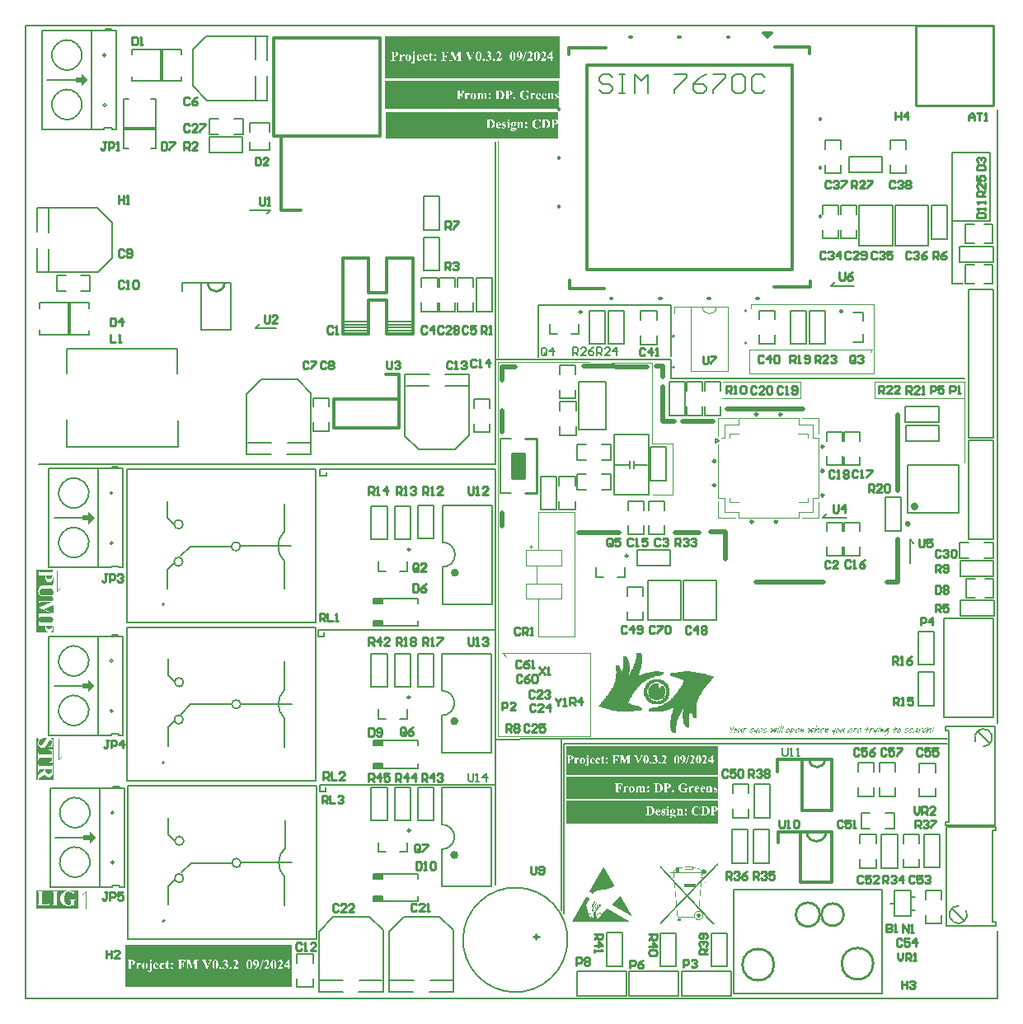
<source format=gto>
G04*
G04 #@! TF.GenerationSoftware,Altium Limited,Altium Designer,21.0.8 (223)*
G04*
G04 Layer_Color=65535*
%FSTAX24Y24*%
%MOIN*%
G70*
G04*
G04 #@! TF.SameCoordinates,802AE027-55FB-4EE0-B797-8BAC3B94A1FA*
G04*
G04*
G04 #@! TF.FilePolarity,Positive*
G04*
G01*
G75*
%ADD10C,0.0100*%
%ADD11C,0.0079*%
%ADD12C,0.0080*%
%ADD13C,0.0039*%
%ADD14C,0.0070*%
%ADD15C,0.0150*%
%ADD16C,0.0098*%
%ADD17C,0.0050*%
%ADD18C,0.0118*%
%ADD19C,0.0059*%
%ADD20C,0.0197*%
%ADD21C,0.0020*%
%ADD22R,0.0120X0.1310*%
%ADD23R,0.0500X0.1000*%
%ADD24R,0.0394X0.0197*%
%ADD25R,0.1310X0.0120*%
G36*
X01255Y0476D02*
X0123Y04735D01*
Y0475D01*
X01205D01*
Y0477D01*
X0123D01*
Y04785D01*
X01255Y0476D01*
D02*
G37*
G36*
X012826Y029894D02*
X012576Y029644D01*
Y029794D01*
X012326D01*
Y029994D01*
X012576D01*
Y030144D01*
X012826Y029894D01*
D02*
G37*
G36*
Y023102D02*
X012576Y022852D01*
Y023002D01*
X012326D01*
Y023202D01*
X012576D01*
Y023352D01*
X012826Y023102D01*
D02*
G37*
G36*
X01287Y016972D02*
X01262Y016722D01*
Y016872D01*
X01237D01*
Y017072D01*
X01262D01*
Y017222D01*
X01287Y016972D01*
D02*
G37*
G36*
X038028Y015935D02*
Y015932D01*
Y015929D01*
Y015926D01*
Y015922D01*
Y015919D01*
Y015916D01*
Y015913D01*
Y01591D01*
Y015907D01*
Y015904D01*
Y0159D01*
Y015897D01*
Y015894D01*
Y015891D01*
Y015888D01*
Y015885D01*
Y015882D01*
Y015878D01*
Y015875D01*
Y015872D01*
Y015869D01*
Y015866D01*
Y015863D01*
Y01586D01*
Y015856D01*
X038021D01*
Y015853D01*
X038015D01*
Y01585D01*
X038012D01*
Y015847D01*
Y015844D01*
X038009D01*
Y015841D01*
X038006D01*
Y015838D01*
X038003D01*
Y015834D01*
X037999D01*
Y015831D01*
X037996D01*
Y015828D01*
X037993D01*
Y015825D01*
X03799D01*
Y015822D01*
X037987D01*
Y015819D01*
X037984D01*
Y015816D01*
X037981D01*
Y015812D01*
X037977D01*
Y015809D01*
X037974D01*
Y015806D01*
X037971D01*
Y015803D01*
X037968D01*
Y0158D01*
Y015797D01*
X037965D01*
Y015794D01*
X037962D01*
Y01579D01*
X037959D01*
Y015787D01*
X037952D01*
Y015784D01*
X037949D01*
Y015781D01*
X037946D01*
Y015778D01*
X037943D01*
Y015775D01*
X03794D01*
Y015772D01*
X037937D01*
Y015768D01*
X037933D01*
Y015765D01*
Y015762D01*
X03793D01*
Y015759D01*
X037927D01*
Y015756D01*
X037924D01*
Y015753D01*
X037921D01*
Y01575D01*
X037918D01*
Y015746D01*
X037915D01*
Y015743D01*
X037911D01*
Y01574D01*
X037908D01*
Y015737D01*
X037905D01*
Y015734D01*
X037902D01*
Y015731D01*
X037899D01*
Y015728D01*
X037896D01*
Y015724D01*
X037893D01*
Y015721D01*
X037889D01*
Y015718D01*
X037886D01*
Y015715D01*
X037883D01*
Y015712D01*
X03788D01*
Y015709D01*
X037877D01*
Y015706D01*
X037874D01*
Y015702D01*
X037871D01*
Y015699D01*
X037867D01*
Y015696D01*
X037864D01*
Y015693D01*
X037861D01*
Y01569D01*
Y015687D01*
X037858D01*
Y015684D01*
X037855D01*
Y01568D01*
X037852D01*
Y015677D01*
X037849D01*
Y015674D01*
X037845D01*
Y015671D01*
X037842D01*
Y015668D01*
X037836D01*
Y015665D01*
X037833D01*
Y015662D01*
X03783D01*
Y015658D01*
Y015655D01*
X037827D01*
Y015652D01*
X037823D01*
Y015649D01*
X03782D01*
Y015646D01*
X037817D01*
Y015643D01*
X037814D01*
Y01564D01*
X037811D01*
Y015636D01*
X037808D01*
Y015633D01*
X037805D01*
Y01563D01*
X037801D01*
Y015627D01*
X037798D01*
Y015624D01*
X037795D01*
Y015621D01*
X037792D01*
Y015618D01*
X037789D01*
Y015614D01*
X037786D01*
Y015611D01*
X037783D01*
Y015608D01*
X037779D01*
Y015605D01*
X037776D01*
Y015602D01*
X037773D01*
Y015599D01*
X03777D01*
Y015596D01*
Y015592D01*
X037767D01*
Y015589D01*
X037761D01*
Y015586D01*
X037757D01*
Y015583D01*
X037754D01*
Y01558D01*
X037751D01*
Y015577D01*
Y015574D01*
X037748D01*
Y01557D01*
X037745D01*
Y015567D01*
X037742D01*
Y015564D01*
X037739D01*
Y015561D01*
X037735D01*
Y015558D01*
X037732D01*
Y015555D01*
X037729D01*
Y015552D01*
X037726D01*
Y015548D01*
X037723D01*
Y015545D01*
X03772D01*
Y015542D01*
X037713D01*
Y015539D01*
Y015536D01*
X03771D01*
Y015533D01*
X037707D01*
Y01553D01*
X037704D01*
Y015526D01*
X037701D01*
Y015523D01*
Y01552D01*
X037698D01*
Y015517D01*
X037695D01*
Y015514D01*
X037691D01*
Y015511D01*
X037688D01*
Y015508D01*
X037685D01*
Y015504D01*
X037679D01*
Y015501D01*
X037676D01*
Y015498D01*
X037673D01*
Y015495D01*
X037669D01*
Y015492D01*
X037666D01*
Y015489D01*
Y015486D01*
X037663D01*
Y015482D01*
X03766D01*
Y015479D01*
X037657D01*
Y015476D01*
X037654D01*
Y015473D01*
X037651D01*
Y01547D01*
X037647D01*
Y015467D01*
X037644D01*
Y015464D01*
X037641D01*
Y01546D01*
X037638D01*
Y015457D01*
X037635D01*
Y015454D01*
X037632D01*
Y015451D01*
X037629D01*
Y015448D01*
X037625D01*
Y015445D01*
X037622D01*
Y015442D01*
X037619D01*
Y015438D01*
X037616D01*
Y015435D01*
X037613D01*
Y015432D01*
X03761D01*
Y015429D01*
X037607D01*
Y015426D01*
X037603D01*
Y015423D01*
X0376D01*
Y01542D01*
X037597D01*
Y015416D01*
X037594D01*
Y015413D01*
X037591D01*
Y01541D01*
Y015407D01*
X037588D01*
Y015404D01*
X037585D01*
Y015401D01*
X037581D01*
Y015398D01*
X037578D01*
Y015394D01*
X037575D01*
Y015391D01*
X037572D01*
Y015388D01*
X037569D01*
Y015385D01*
X037566D01*
Y015382D01*
X037563D01*
Y015379D01*
X037559D01*
Y015376D01*
X037556D01*
Y015372D01*
X037553D01*
Y015369D01*
X03755D01*
Y015366D01*
X037547D01*
Y015363D01*
X037544D01*
Y01536D01*
X037541D01*
Y015357D01*
Y015354D01*
X037537D01*
Y01535D01*
Y015347D01*
X037534D01*
Y015344D01*
Y015341D01*
Y015338D01*
Y015335D01*
Y015332D01*
Y015328D01*
Y015325D01*
Y015322D01*
Y015319D01*
Y015316D01*
Y015313D01*
Y01531D01*
Y015306D01*
Y015303D01*
Y0153D01*
Y015297D01*
Y015294D01*
Y015291D01*
Y015288D01*
Y015284D01*
Y015281D01*
Y015278D01*
Y015275D01*
Y015272D01*
Y015269D01*
Y015266D01*
Y015262D01*
Y015259D01*
Y015256D01*
Y015253D01*
Y01525D01*
Y015247D01*
Y015244D01*
Y01524D01*
Y015237D01*
Y015234D01*
Y015231D01*
Y015228D01*
Y015225D01*
Y015222D01*
Y015218D01*
Y015215D01*
Y015212D01*
Y015209D01*
Y015206D01*
Y015203D01*
Y0152D01*
Y015196D01*
Y015193D01*
Y01519D01*
Y015187D01*
Y015184D01*
Y015181D01*
Y015178D01*
Y015174D01*
Y015171D01*
Y015168D01*
Y015165D01*
Y015162D01*
Y015159D01*
Y015156D01*
Y015152D01*
Y015149D01*
Y015146D01*
Y015143D01*
Y01514D01*
Y015137D01*
Y015134D01*
Y01513D01*
X037531D01*
Y015127D01*
X037528D01*
Y015124D01*
X037519D01*
Y015121D01*
X037361D01*
Y015118D01*
X037358D01*
Y015115D01*
Y015112D01*
X037355D01*
Y015108D01*
Y015105D01*
Y015102D01*
Y015099D01*
Y015096D01*
Y015093D01*
Y015089D01*
Y015086D01*
Y015083D01*
X037352D01*
Y01508D01*
Y015077D01*
Y015074D01*
Y015071D01*
Y015067D01*
Y015064D01*
Y015061D01*
Y015058D01*
Y015055D01*
Y015052D01*
Y015049D01*
Y015045D01*
Y015042D01*
Y015039D01*
X037349D01*
Y015036D01*
Y015033D01*
Y01503D01*
Y015027D01*
Y015023D01*
Y01502D01*
Y015017D01*
Y015014D01*
Y015011D01*
Y015008D01*
Y015005D01*
Y015001D01*
Y014998D01*
Y014995D01*
X037346D01*
Y014992D01*
Y014989D01*
Y014986D01*
Y014983D01*
Y014979D01*
Y014976D01*
Y014973D01*
X037343D01*
Y01497D01*
Y014967D01*
Y014964D01*
Y014961D01*
Y014957D01*
Y014954D01*
Y014951D01*
Y014948D01*
X037339D01*
Y014945D01*
Y014942D01*
Y014939D01*
Y014935D01*
Y014932D01*
Y014929D01*
Y014926D01*
Y014923D01*
Y01492D01*
Y014917D01*
Y014913D01*
X037336D01*
Y01491D01*
Y014907D01*
Y014904D01*
Y014901D01*
Y014898D01*
Y014895D01*
Y014891D01*
Y014888D01*
Y014885D01*
Y014882D01*
Y014879D01*
Y014876D01*
Y014873D01*
Y014869D01*
Y014866D01*
Y014863D01*
X037333D01*
Y01486D01*
Y014857D01*
Y014854D01*
Y014851D01*
Y014847D01*
Y014844D01*
Y014841D01*
Y014838D01*
Y014835D01*
Y014832D01*
Y014829D01*
X03733D01*
Y014825D01*
Y014822D01*
Y014819D01*
Y014816D01*
Y014813D01*
Y01481D01*
Y014807D01*
Y014803D01*
Y0148D01*
Y014797D01*
Y014794D01*
Y014791D01*
Y014788D01*
X037327D01*
Y014785D01*
Y014781D01*
Y014778D01*
Y014775D01*
Y014772D01*
Y014769D01*
Y014766D01*
Y014763D01*
Y014759D01*
Y014756D01*
X037324D01*
Y014753D01*
Y01475D01*
Y014747D01*
Y014744D01*
Y014741D01*
Y014737D01*
Y014734D01*
Y014731D01*
Y014728D01*
Y014725D01*
Y014722D01*
X037321D01*
Y014719D01*
Y014715D01*
Y014712D01*
Y014709D01*
Y014706D01*
Y014703D01*
Y0147D01*
Y014697D01*
Y014693D01*
Y01469D01*
Y014687D01*
Y014684D01*
Y014681D01*
Y014678D01*
Y014675D01*
Y014671D01*
Y014668D01*
Y014665D01*
Y014662D01*
Y014659D01*
X037317D01*
Y014656D01*
Y014653D01*
Y014649D01*
Y014646D01*
Y014643D01*
Y01464D01*
Y014637D01*
Y014634D01*
Y014631D01*
Y014627D01*
Y014624D01*
Y014621D01*
X037314D01*
Y014618D01*
Y014615D01*
Y014612D01*
Y014609D01*
Y014605D01*
Y014602D01*
Y014599D01*
Y014596D01*
Y014593D01*
Y01459D01*
Y014587D01*
X037311D01*
Y014583D01*
Y01458D01*
Y014577D01*
Y014574D01*
Y014571D01*
Y014568D01*
Y014565D01*
Y014561D01*
Y014558D01*
Y014555D01*
Y014552D01*
Y014549D01*
Y014546D01*
X037308D01*
Y014543D01*
Y014539D01*
Y014536D01*
Y014533D01*
Y01453D01*
Y014527D01*
Y014524D01*
Y014521D01*
Y014517D01*
Y014514D01*
Y014511D01*
Y014508D01*
Y014505D01*
X037305D01*
Y014502D01*
Y014499D01*
Y014495D01*
Y014492D01*
Y014489D01*
Y014486D01*
Y014483D01*
Y01448D01*
Y014477D01*
Y014473D01*
Y01447D01*
Y014467D01*
Y014464D01*
Y014461D01*
Y014458D01*
Y014455D01*
X037302D01*
Y014451D01*
Y014448D01*
Y014445D01*
Y014442D01*
Y014439D01*
Y014436D01*
Y014433D01*
Y014429D01*
Y014426D01*
Y014423D01*
Y01442D01*
X037299D01*
Y014417D01*
Y014414D01*
Y014411D01*
Y014407D01*
Y014404D01*
Y014401D01*
Y014398D01*
Y014395D01*
X037295D01*
Y014392D01*
Y014389D01*
Y014385D01*
Y014382D01*
Y014379D01*
Y014376D01*
Y014373D01*
Y01437D01*
Y014367D01*
Y014363D01*
Y01436D01*
Y014357D01*
Y014354D01*
Y014351D01*
X037292D01*
Y014348D01*
Y014345D01*
Y014341D01*
Y014338D01*
Y014335D01*
Y014332D01*
Y014329D01*
Y014326D01*
Y014323D01*
Y014319D01*
Y014316D01*
Y014313D01*
Y01431D01*
Y014307D01*
Y014304D01*
Y014301D01*
Y014297D01*
Y014294D01*
Y014291D01*
Y014288D01*
X037289D01*
Y014285D01*
Y014282D01*
Y014279D01*
Y014275D01*
Y014272D01*
Y014269D01*
Y014266D01*
Y014263D01*
Y01426D01*
Y014257D01*
Y014253D01*
Y01425D01*
Y014247D01*
Y014244D01*
X037286D01*
Y014241D01*
Y014238D01*
Y014235D01*
Y014231D01*
Y014228D01*
Y014225D01*
Y014222D01*
Y014219D01*
Y014216D01*
Y014213D01*
X037283D01*
Y014209D01*
Y014206D01*
Y014203D01*
Y0142D01*
Y014197D01*
Y014194D01*
X03728D01*
Y014191D01*
Y014187D01*
Y014184D01*
Y014181D01*
Y014178D01*
Y014175D01*
X037277D01*
Y014172D01*
Y014169D01*
Y014165D01*
Y014162D01*
Y014159D01*
Y014156D01*
Y014153D01*
Y01415D01*
Y014147D01*
Y014143D01*
Y01414D01*
Y014137D01*
Y014134D01*
Y014131D01*
X03728D01*
Y014128D01*
X037283D01*
Y014125D01*
X037286D01*
Y014121D01*
X037289D01*
Y014118D01*
X037292D01*
Y014115D01*
Y014112D01*
X037295D01*
Y014109D01*
X037299D01*
Y014106D01*
X037302D01*
Y014103D01*
X037305D01*
Y014099D01*
X037308D01*
Y014096D01*
X037311D01*
Y014093D01*
X037314D01*
Y01409D01*
X037317D01*
Y014087D01*
X037321D01*
Y014084D01*
X037324D01*
Y014081D01*
X037327D01*
Y014077D01*
X03733D01*
Y014074D01*
X037333D01*
Y014071D01*
Y014068D01*
X037336D01*
Y014065D01*
X037339D01*
Y014062D01*
X037343D01*
Y014059D01*
X037346D01*
Y014055D01*
X037349D01*
Y014052D01*
X037352D01*
Y014049D01*
X037355D01*
Y014046D01*
X037358D01*
Y014043D01*
X037361D01*
Y01404D01*
X037365D01*
Y014037D01*
X037368D01*
Y014033D01*
X037371D01*
Y01403D01*
X037374D01*
Y014027D01*
Y014024D01*
X037377D01*
Y014021D01*
X03738D01*
Y014018D01*
X037383D01*
Y014015D01*
X037387D01*
Y014011D01*
X03739D01*
Y014008D01*
X037393D01*
Y014005D01*
X037396D01*
Y014002D01*
X037399D01*
Y013999D01*
X037402D01*
Y013996D01*
X037405D01*
Y013993D01*
X037409D01*
Y013989D01*
X037412D01*
Y013986D01*
X037415D01*
Y013983D01*
X037418D01*
Y01398D01*
X037421D01*
Y013977D01*
X037424D01*
Y013974D01*
Y013971D01*
X037427D01*
Y013967D01*
X037431D01*
Y013964D01*
X037434D01*
Y013961D01*
X037437D01*
Y013958D01*
X03744D01*
Y013955D01*
X037443D01*
Y013952D01*
Y013949D01*
X037449D01*
Y013945D01*
X037453D01*
Y013942D01*
X037456D01*
Y013939D01*
X037459D01*
Y013936D01*
X037462D01*
Y013933D01*
X037465D01*
Y01393D01*
X037468D01*
Y013927D01*
X037471D01*
Y013923D01*
Y01392D01*
X037475D01*
Y013917D01*
X037478D01*
Y013914D01*
X037481D01*
Y013911D01*
X037484D01*
Y013908D01*
X037487D01*
Y013905D01*
X03749D01*
Y013901D01*
X037493D01*
Y013898D01*
X037497D01*
Y013895D01*
X0375D01*
Y013892D01*
Y013889D01*
X037503D01*
Y013886D01*
X037509D01*
Y013883D01*
X037512D01*
Y013879D01*
X037515D01*
Y013876D01*
Y013873D01*
X037519D01*
Y01387D01*
X037522D01*
Y013867D01*
X037525D01*
Y013864D01*
X037528D01*
Y01386D01*
X037531D01*
Y013857D01*
X037534D01*
Y013854D01*
X037537D01*
Y013851D01*
X037541D01*
Y013848D01*
X037544D01*
Y013845D01*
Y013842D01*
X037547D01*
Y013838D01*
X03755D01*
Y013835D01*
X037553D01*
Y013832D01*
X037556D01*
Y013829D01*
X037559D01*
Y013826D01*
X037563D01*
Y013823D01*
X037566D01*
Y01382D01*
X037569D01*
Y013816D01*
X037572D01*
Y013813D01*
X037575D01*
Y01381D01*
X037578D01*
Y013807D01*
X037581D01*
Y013804D01*
X037585D01*
Y013801D01*
X037588D01*
Y013798D01*
X037591D01*
Y013794D01*
Y013791D01*
X037594D01*
Y013788D01*
X037597D01*
Y013785D01*
X0376D01*
Y013782D01*
X037603D01*
Y013779D01*
X037607D01*
Y013776D01*
X03761D01*
Y013772D01*
X037613D01*
Y013769D01*
X037616D01*
Y013766D01*
X037619D01*
Y013763D01*
X037622D01*
Y01376D01*
X037625D01*
Y013757D01*
Y013754D01*
X037629D01*
Y01375D01*
X037635D01*
Y013747D01*
X037638D01*
Y013744D01*
Y013741D01*
X037641D01*
Y013738D01*
X037644D01*
Y013735D01*
X037647D01*
Y013732D01*
X037651D01*
Y013728D01*
X037654D01*
Y013725D01*
X037657D01*
Y013722D01*
X03766D01*
Y013719D01*
X037663D01*
Y013716D01*
Y013713D01*
X037666D01*
Y01371D01*
X037669D01*
Y013706D01*
X037673D01*
Y013703D01*
X037679D01*
Y0137D01*
X037682D01*
Y013697D01*
Y013694D01*
X037685D01*
Y013691D01*
X037688D01*
Y013688D01*
X037691D01*
Y013684D01*
X037695D01*
Y013681D01*
X037698D01*
Y013678D01*
X037701D01*
Y013675D01*
X037704D01*
Y013672D01*
X037707D01*
Y013669D01*
X03771D01*
Y013666D01*
Y013662D01*
X037713D01*
Y013659D01*
X037717D01*
Y013656D01*
X03772D01*
Y013653D01*
X037723D01*
Y01365D01*
X037726D01*
Y013647D01*
X037729D01*
Y013644D01*
X037732D01*
Y01364D01*
X037735D01*
Y013637D01*
X037739D01*
Y013634D01*
X037742D01*
Y013631D01*
X037745D01*
Y013628D01*
X037748D01*
Y013625D01*
X037751D01*
Y013622D01*
X037754D01*
Y013618D01*
X037757D01*
Y013615D01*
X037761D01*
Y013612D01*
Y013609D01*
X037764D01*
Y013606D01*
X037767D01*
Y013603D01*
X03777D01*
Y0136D01*
X037773D01*
Y013596D01*
X037776D01*
Y013593D01*
X037779D01*
Y01359D01*
X037783D01*
Y013587D01*
X037786D01*
Y013584D01*
X037789D01*
Y013581D01*
X037792D01*
Y013578D01*
X037795D01*
Y013574D01*
X037798D01*
Y013571D01*
X037801D01*
Y013568D01*
X037805D01*
Y013565D01*
Y013562D01*
X037808D01*
Y013559D01*
X037811D01*
Y013556D01*
X037814D01*
Y013552D01*
X037817D01*
Y013549D01*
X03782D01*
Y013546D01*
X037823D01*
Y013543D01*
X037827D01*
Y01354D01*
X03783D01*
Y013537D01*
X037833D01*
Y013534D01*
Y01353D01*
X037836D01*
Y013527D01*
X037842D01*
Y013524D01*
X037845D01*
Y013521D01*
X037849D01*
Y013518D01*
Y013515D01*
X037852D01*
Y013512D01*
X037855D01*
Y013508D01*
X037858D01*
Y013505D01*
X037861D01*
Y013502D01*
X037864D01*
Y013499D01*
X037867D01*
Y013496D01*
X037871D01*
Y013493D01*
X037874D01*
Y01349D01*
X037877D01*
Y013486D01*
Y013483D01*
X03788D01*
Y01348D01*
X037886D01*
Y013477D01*
X037889D01*
Y013474D01*
Y013471D01*
X037893D01*
Y013468D01*
Y013464D01*
X037801D01*
Y013468D01*
Y013471D01*
X037798D01*
Y013474D01*
Y013477D01*
X037792D01*
Y01348D01*
X037789D01*
Y013483D01*
X037786D01*
Y013486D01*
Y01349D01*
X037779D01*
Y013493D01*
X037776D01*
Y013496D01*
X037773D01*
Y013499D01*
X03777D01*
Y013502D01*
Y013505D01*
X037767D01*
Y013508D01*
X037764D01*
Y013512D01*
X037761D01*
Y013515D01*
X037757D01*
Y013518D01*
X037754D01*
Y013521D01*
X037751D01*
Y013524D01*
X037748D01*
Y013527D01*
X037745D01*
Y01353D01*
X037742D01*
Y013534D01*
Y013537D01*
X037739D01*
Y01354D01*
X037735D01*
Y013543D01*
X037732D01*
Y013546D01*
X037729D01*
Y013549D01*
X037726D01*
Y013552D01*
X037723D01*
Y013556D01*
X03772D01*
Y013559D01*
X037717D01*
Y013562D01*
X037713D01*
Y013565D01*
X03771D01*
Y013568D01*
X037707D01*
Y013571D01*
Y013574D01*
X037704D01*
Y013578D01*
X037701D01*
Y013581D01*
X037698D01*
Y013584D01*
X037695D01*
Y013587D01*
X037691D01*
Y01359D01*
X037688D01*
Y013593D01*
X037685D01*
Y013596D01*
X037682D01*
Y0136D01*
X037679D01*
Y013603D01*
X037676D01*
Y013606D01*
X037673D01*
Y013609D01*
X037669D01*
Y013612D01*
X037666D01*
Y013615D01*
Y013618D01*
X037663D01*
Y013622D01*
X03766D01*
Y013625D01*
X037657D01*
Y013628D01*
X037654D01*
Y013631D01*
X037651D01*
Y013634D01*
X037647D01*
Y013637D01*
X037644D01*
Y01364D01*
X037641D01*
Y013644D01*
X037638D01*
Y013647D01*
X037635D01*
Y01365D01*
X037632D01*
Y013653D01*
X037629D01*
Y013656D01*
X037625D01*
Y013659D01*
X037622D01*
Y013662D01*
X037619D01*
Y013666D01*
Y013669D01*
X037616D01*
Y013672D01*
X037613D01*
Y013675D01*
X03761D01*
Y013678D01*
X037607D01*
Y013681D01*
X037603D01*
Y013684D01*
X0376D01*
Y013688D01*
X037597D01*
Y013691D01*
X037594D01*
Y013694D01*
X037591D01*
Y013697D01*
X037588D01*
Y0137D01*
X037585D01*
Y013703D01*
X037581D01*
Y013706D01*
X037578D01*
Y01371D01*
Y013713D01*
X037575D01*
Y013716D01*
X037572D01*
Y013719D01*
X037569D01*
Y013722D01*
X037566D01*
Y013725D01*
X037563D01*
Y013728D01*
X037559D01*
Y013732D01*
X037556D01*
Y013735D01*
X037553D01*
Y013738D01*
X03755D01*
Y013741D01*
X037547D01*
Y013744D01*
X037544D01*
Y013747D01*
Y01375D01*
X037541D01*
Y013754D01*
X037537D01*
Y013757D01*
X037534D01*
Y01376D01*
X037531D01*
Y013763D01*
X037528D01*
Y013766D01*
X037525D01*
Y013769D01*
X037522D01*
Y013772D01*
X037519D01*
Y013776D01*
X037515D01*
Y013779D01*
X037512D01*
Y013782D01*
X037509D01*
Y013785D01*
X037506D01*
Y013788D01*
X037503D01*
Y013791D01*
X0375D01*
Y013794D01*
Y013798D01*
X037497D01*
Y013801D01*
X037493D01*
Y013804D01*
X03749D01*
Y013807D01*
X037487D01*
Y01381D01*
X037484D01*
Y013813D01*
X037481D01*
Y013816D01*
X037478D01*
Y01382D01*
X037475D01*
Y013823D01*
X037471D01*
Y013826D01*
X037468D01*
Y013829D01*
X037465D01*
Y013832D01*
Y013835D01*
X037462D01*
Y013838D01*
X037459D01*
Y013842D01*
X037456D01*
Y013845D01*
Y013848D01*
X037453D01*
Y013851D01*
X037449D01*
Y013854D01*
X037434D01*
Y013851D01*
Y013848D01*
Y013845D01*
Y013842D01*
Y013838D01*
Y013835D01*
Y013832D01*
X037437D01*
Y013829D01*
Y013826D01*
Y013823D01*
Y01382D01*
Y013816D01*
Y013813D01*
Y01381D01*
Y013807D01*
Y013804D01*
Y013801D01*
Y013798D01*
Y013794D01*
X037434D01*
Y013791D01*
Y013788D01*
Y013785D01*
Y013782D01*
Y013779D01*
X037431D01*
Y013776D01*
Y013772D01*
Y013769D01*
Y013766D01*
X037427D01*
Y013763D01*
Y01376D01*
Y013757D01*
X037424D01*
Y013754D01*
Y01375D01*
Y013747D01*
Y013744D01*
X037421D01*
Y013741D01*
Y013738D01*
X037418D01*
Y013735D01*
Y013732D01*
X037415D01*
Y013728D01*
Y013725D01*
X037412D01*
Y013722D01*
Y013719D01*
X037409D01*
Y013716D01*
Y013713D01*
X037405D01*
Y01371D01*
Y013706D01*
X037402D01*
Y013703D01*
X037399D01*
Y0137D01*
X037396D01*
Y013697D01*
X037393D01*
Y013694D01*
X03739D01*
Y013691D01*
X037387D01*
Y013688D01*
X037383D01*
Y013684D01*
X03738D01*
Y013681D01*
X037377D01*
Y013678D01*
X037374D01*
Y013675D01*
X037371D01*
Y013672D01*
X037368D01*
Y013669D01*
X037365D01*
Y013666D01*
X037361D01*
Y013662D01*
X037358D01*
Y013659D01*
X037352D01*
Y013656D01*
X037346D01*
Y013653D01*
X037339D01*
Y01365D01*
X037336D01*
Y013647D01*
X037327D01*
Y013644D01*
X037321D01*
Y01364D01*
X037311D01*
Y013637D01*
X037305D01*
Y013634D01*
X037289D01*
Y013631D01*
X037264D01*
Y013628D01*
X037236D01*
Y013631D01*
X037207D01*
Y013634D01*
X037195D01*
Y013637D01*
X037185D01*
Y01364D01*
X037176D01*
Y013644D01*
X03717D01*
Y013647D01*
X037163D01*
Y01365D01*
X037157D01*
Y013653D01*
X037151D01*
Y013656D01*
X037148D01*
Y013659D01*
X037141D01*
Y013662D01*
X037135D01*
Y013666D01*
X037132D01*
Y013669D01*
X037129D01*
Y013672D01*
X037126D01*
Y013675D01*
X037123D01*
Y013678D01*
X037119D01*
Y013681D01*
X037116D01*
Y013684D01*
X037113D01*
Y013688D01*
X03711D01*
Y013691D01*
X037107D01*
Y013694D01*
X037104D01*
Y013697D01*
X037101D01*
Y0137D01*
X037097D01*
Y013703D01*
Y013706D01*
X037094D01*
Y01371D01*
X037091D01*
Y013713D01*
Y013716D01*
X037088D01*
Y013719D01*
X037085D01*
Y013722D01*
Y013725D01*
X037082D01*
Y013728D01*
Y013732D01*
Y013735D01*
X037079D01*
Y013738D01*
Y013741D01*
Y013744D01*
X037075D01*
Y013747D01*
Y01375D01*
X037072D01*
Y013754D01*
Y013757D01*
Y01376D01*
X037069D01*
Y013763D01*
Y013766D01*
Y013769D01*
X037066D01*
Y013772D01*
Y013776D01*
Y013779D01*
Y013782D01*
X037063D01*
Y013785D01*
Y013788D01*
Y013791D01*
Y013794D01*
Y013798D01*
Y013801D01*
Y013804D01*
Y013807D01*
Y01381D01*
Y013813D01*
Y013816D01*
Y01382D01*
Y013823D01*
Y013826D01*
Y013829D01*
Y013832D01*
Y013835D01*
Y013838D01*
Y013842D01*
Y013845D01*
Y013848D01*
X037066D01*
Y013851D01*
Y013854D01*
Y013857D01*
Y01386D01*
X037069D01*
Y013864D01*
Y013867D01*
Y01387D01*
Y013873D01*
X037072D01*
Y013876D01*
Y013879D01*
Y013883D01*
X037075D01*
Y013886D01*
Y013889D01*
X037079D01*
Y013892D01*
Y013895D01*
Y013898D01*
X037082D01*
Y013901D01*
Y013905D01*
X037085D01*
Y013908D01*
Y013911D01*
X037088D01*
Y013914D01*
X037091D01*
Y013917D01*
Y01392D01*
X037094D01*
Y013923D01*
Y013927D01*
X037097D01*
Y01393D01*
X037101D01*
Y013933D01*
X037104D01*
Y013936D01*
X037107D01*
Y013939D01*
X03711D01*
Y013942D01*
X037113D01*
Y013945D01*
X037116D01*
Y013949D01*
X037119D01*
Y013952D01*
X037123D01*
Y013955D01*
X037126D01*
Y013958D01*
X037129D01*
Y013961D01*
X037132D01*
Y013964D01*
X037135D01*
Y013967D01*
X037138D01*
Y013971D01*
X037145D01*
Y013974D01*
X037151D01*
Y013977D01*
X037157D01*
Y01398D01*
X037163D01*
Y013983D01*
X03717D01*
Y013986D01*
X037176D01*
Y013989D01*
X037185D01*
Y013993D01*
X037195D01*
Y013996D01*
X037207D01*
Y013999D01*
X037217D01*
Y014002D01*
X037229D01*
Y014005D01*
X037248D01*
Y014002D01*
X03728D01*
Y013999D01*
X037289D01*
Y013996D01*
X037302D01*
Y013999D01*
X037305D01*
Y014002D01*
Y014005D01*
X037302D01*
Y014008D01*
Y014011D01*
X037299D01*
Y014015D01*
X037295D01*
Y014018D01*
X037292D01*
Y014021D01*
X037289D01*
Y014024D01*
Y014027D01*
X037286D01*
Y01403D01*
X03728D01*
Y014033D01*
X037273D01*
Y01403D01*
X037267D01*
Y014027D01*
X037261D01*
Y014024D01*
X037251D01*
Y014027D01*
X037245D01*
Y01403D01*
Y014033D01*
Y014037D01*
Y01404D01*
Y014043D01*
X037248D01*
Y014046D01*
Y014049D01*
Y014052D01*
Y014055D01*
Y014059D01*
Y014062D01*
Y014065D01*
X037245D01*
Y014068D01*
Y014071D01*
X037242D01*
Y014074D01*
Y014077D01*
X037239D01*
Y014081D01*
X037236D01*
Y014084D01*
X037229D01*
Y014087D01*
X037226D01*
Y01409D01*
Y014093D01*
X037223D01*
Y014096D01*
X037217D01*
Y014099D01*
X037214D01*
Y014103D01*
X037211D01*
Y014106D01*
Y014109D01*
X037207D01*
Y014112D01*
X037204D01*
Y014115D01*
X037201D01*
Y014118D01*
X037198D01*
Y014121D01*
X037195D01*
Y014125D01*
X037192D01*
Y014128D01*
X037189D01*
Y014131D01*
X037185D01*
Y014134D01*
X037182D01*
Y014137D01*
Y01414D01*
X037179D01*
Y014143D01*
X037173D01*
Y014147D01*
X03717D01*
Y01415D01*
Y014153D01*
X037167D01*
Y014156D01*
X037163D01*
Y014159D01*
X037157D01*
Y014162D01*
X037154D01*
Y014165D01*
Y014169D01*
X037151D01*
Y014172D01*
X037148D01*
Y014175D01*
X037145D01*
Y014178D01*
X037141D01*
Y014181D01*
X037138D01*
Y014184D01*
Y014187D01*
X037135D01*
Y014191D01*
X037132D01*
Y014194D01*
X037129D01*
Y014197D01*
X037126D01*
Y0142D01*
X037123D01*
Y014203D01*
X037119D01*
Y014206D01*
X037116D01*
Y014209D01*
X037113D01*
Y014213D01*
X03711D01*
Y014216D01*
X037107D01*
Y014219D01*
X037104D01*
Y014222D01*
X037101D01*
Y014225D01*
X037097D01*
Y014228D01*
X037094D01*
Y014231D01*
X037091D01*
Y014235D01*
X037088D01*
Y014238D01*
X037085D01*
Y014241D01*
Y014244D01*
X037082D01*
Y014247D01*
X037079D01*
Y01425D01*
X037075D01*
Y014253D01*
X037072D01*
Y014257D01*
Y01426D01*
X037066D01*
Y014263D01*
X037063D01*
Y014266D01*
X03706D01*
Y014269D01*
X037057D01*
Y014272D01*
X037053D01*
Y014275D01*
X03705D01*
Y014279D01*
X037047D01*
Y014282D01*
Y014285D01*
X037044D01*
Y014288D01*
X037041D01*
Y014291D01*
X037038D01*
Y014294D01*
X037035D01*
Y014297D01*
X037031D01*
Y014301D01*
X037028D01*
Y014304D01*
X037025D01*
Y014307D01*
X037022D01*
Y01431D01*
X037019D01*
Y014313D01*
Y014316D01*
X037016D01*
Y014319D01*
X037013D01*
Y014323D01*
X037009D01*
Y014326D01*
X037006D01*
Y014329D01*
X037003D01*
Y014332D01*
X037D01*
Y014335D01*
X036997D01*
Y014338D01*
X036991D01*
Y014341D01*
X036987D01*
Y014345D01*
Y014348D01*
X036984D01*
Y014351D01*
X036981D01*
Y014354D01*
X036978D01*
Y014357D01*
X036975D01*
Y01436D01*
X036972D01*
Y014363D01*
Y014367D01*
X036969D01*
Y01437D01*
X036965D01*
Y014373D01*
X036962D01*
Y014376D01*
X036959D01*
Y014379D01*
X036956D01*
Y014382D01*
X036953D01*
Y014385D01*
X036946D01*
Y014389D01*
X036943D01*
Y014392D01*
Y014395D01*
X03694D01*
Y014398D01*
X036937D01*
Y014401D01*
X036934D01*
Y014404D01*
X036931D01*
Y014407D01*
Y014411D01*
X036928D01*
Y014414D01*
X036925D01*
Y014417D01*
X036921D01*
Y01442D01*
X036918D01*
Y014423D01*
X036915D01*
Y014426D01*
X036912D01*
Y014429D01*
X036909D01*
Y014433D01*
X036906D01*
Y014436D01*
X036902D01*
Y014439D01*
X036899D01*
Y014442D01*
Y014445D01*
X036896D01*
Y014448D01*
X036893D01*
Y014451D01*
X03689D01*
Y014455D01*
X036887D01*
Y014458D01*
X036884D01*
Y014461D01*
X03688D01*
Y014464D01*
X036877D01*
Y014467D01*
X036874D01*
Y01447D01*
X036871D01*
Y014473D01*
X036868D01*
Y014477D01*
X036865D01*
Y01448D01*
X036862D01*
Y014483D01*
Y014486D01*
X036858D01*
Y014489D01*
X036855D01*
Y014492D01*
X036852D01*
Y014495D01*
X036849D01*
Y014499D01*
X036846D01*
Y014502D01*
X036843D01*
Y014505D01*
X03684D01*
Y014508D01*
X036836D01*
Y014511D01*
X036833D01*
Y014514D01*
X03683D01*
Y014517D01*
X036827D01*
Y014521D01*
X036824D01*
Y014524D01*
X036821D01*
Y014527D01*
X036818D01*
Y01453D01*
Y014533D01*
X036814D01*
Y014536D01*
X036811D01*
Y014539D01*
X036808D01*
Y014543D01*
X036805D01*
Y014546D01*
X036802D01*
Y014549D01*
X036799D01*
Y014552D01*
X036796D01*
Y014555D01*
X036792D01*
Y014558D01*
X036789D01*
Y014561D01*
X036786D01*
Y014565D01*
X036774D01*
Y014561D01*
X036767D01*
Y014558D01*
X036764D01*
Y014555D01*
X036761D01*
Y014552D01*
Y014549D01*
X036758D01*
Y014546D01*
X036755D01*
Y014543D01*
X036752D01*
Y014539D01*
X036748D01*
Y014536D01*
X036745D01*
Y014533D01*
X036742D01*
Y01453D01*
X036739D01*
Y014527D01*
X036736D01*
Y014524D01*
X036733D01*
Y014521D01*
X03673D01*
Y014517D01*
X036726D01*
Y014514D01*
X036723D01*
Y014511D01*
X03672D01*
Y014508D01*
X036717D01*
Y014505D01*
X036714D01*
Y014502D01*
X036711D01*
Y014499D01*
X036708D01*
Y014495D01*
X036704D01*
Y014492D01*
X036701D01*
Y014489D01*
X036698D01*
Y014486D01*
X036695D01*
Y014483D01*
X036692D01*
Y01448D01*
X036689D01*
Y014477D01*
Y014473D01*
X036686D01*
Y01447D01*
X036682D01*
Y014467D01*
X036679D01*
Y014464D01*
X036676D01*
Y014461D01*
X036673D01*
Y014458D01*
X03667D01*
Y014455D01*
X036667D01*
Y014451D01*
X036664D01*
Y014448D01*
X03666D01*
Y014445D01*
X036657D01*
Y014442D01*
X036654D01*
Y014439D01*
X036651D01*
Y014436D01*
X036648D01*
Y014433D01*
X036645D01*
Y014429D01*
X036642D01*
Y014426D01*
X036638D01*
Y014423D01*
X036635D01*
Y01442D01*
X036632D01*
Y014417D01*
X036629D01*
Y014414D01*
X036626D01*
Y014411D01*
X036623D01*
Y014407D01*
X03662D01*
Y014404D01*
X036616D01*
Y014401D01*
X036613D01*
Y014398D01*
Y014395D01*
X03661D01*
Y014392D01*
X036607D01*
Y014389D01*
X036604D01*
Y014385D01*
X036601D01*
Y014382D01*
X036594D01*
Y014379D01*
Y014376D01*
X036591D01*
Y014373D01*
X036588D01*
Y01437D01*
X036585D01*
Y014367D01*
X036582D01*
Y014363D01*
X036579D01*
Y01436D01*
X036576D01*
Y014357D01*
X036572D01*
Y014354D01*
X036569D01*
Y014351D01*
X036566D01*
Y014348D01*
X036563D01*
Y014345D01*
Y014341D01*
X03656D01*
Y014338D01*
X036554D01*
Y014335D01*
X03655D01*
Y014332D01*
X036547D01*
Y014329D01*
X036544D01*
Y014326D01*
Y014323D01*
X036538D01*
Y014319D01*
X036535D01*
Y014316D01*
X036532D01*
Y014313D01*
Y01431D01*
X036525D01*
Y014307D01*
X036522D01*
Y014304D01*
Y014301D01*
X036519D01*
Y014297D01*
X036516D01*
Y014294D01*
X036513D01*
Y014291D01*
X03651D01*
Y014288D01*
X036506D01*
Y014285D01*
X036503D01*
Y014282D01*
X0365D01*
Y014279D01*
X036497D01*
Y014275D01*
X036494D01*
Y014272D01*
X036491D01*
Y014269D01*
X036488D01*
Y014266D01*
X036484D01*
Y014263D01*
X036481D01*
Y01426D01*
X036478D01*
Y014257D01*
X036475D01*
Y014253D01*
X036472D01*
Y01425D01*
X036469D01*
Y014247D01*
X036466D01*
Y014244D01*
X036462D01*
Y014241D01*
X036459D01*
Y014238D01*
X036456D01*
Y014235D01*
X036453D01*
Y014231D01*
X03645D01*
Y014228D01*
X036447D01*
Y014225D01*
X036444D01*
Y014222D01*
Y014219D01*
X03644D01*
Y014216D01*
X036437D01*
Y014213D01*
X036431D01*
Y014209D01*
Y014206D01*
X036425D01*
Y014203D01*
X036422D01*
Y0142D01*
X036418D01*
Y014197D01*
X036415D01*
Y014194D01*
X036412D01*
Y014191D01*
Y014187D01*
X036409D01*
Y014184D01*
X036406D01*
Y014181D01*
X036403D01*
Y014178D01*
X0364D01*
Y014175D01*
X036396D01*
Y014172D01*
X036393D01*
Y014169D01*
X03639D01*
Y014165D01*
X036387D01*
Y014162D01*
X036384D01*
Y014159D01*
X036381D01*
Y014156D01*
X036378D01*
Y014153D01*
X036374D01*
Y01415D01*
X036371D01*
Y014147D01*
Y014143D01*
Y01414D01*
X036368D01*
Y014137D01*
Y014134D01*
Y014131D01*
Y014128D01*
Y014125D01*
X036371D01*
Y014121D01*
Y014118D01*
Y014115D01*
Y014112D01*
Y014109D01*
Y014106D01*
Y014103D01*
Y014099D01*
Y014096D01*
X036374D01*
Y014093D01*
Y01409D01*
Y014087D01*
Y014084D01*
Y014081D01*
Y014077D01*
Y014074D01*
Y014071D01*
Y014068D01*
Y014065D01*
X036378D01*
Y014062D01*
Y014059D01*
Y014055D01*
Y014052D01*
Y014049D01*
Y014046D01*
Y014043D01*
Y01404D01*
Y014037D01*
Y014033D01*
X036381D01*
Y01403D01*
Y014027D01*
Y014024D01*
Y014021D01*
Y014018D01*
Y014015D01*
Y014011D01*
Y014008D01*
Y014005D01*
Y014002D01*
X036384D01*
Y013999D01*
Y013996D01*
Y013993D01*
Y013989D01*
Y013986D01*
Y013983D01*
Y01398D01*
Y013977D01*
Y013974D01*
Y013971D01*
Y013967D01*
X036387D01*
Y013964D01*
Y013961D01*
Y013958D01*
Y013955D01*
Y013952D01*
Y013949D01*
Y013945D01*
Y013942D01*
Y013939D01*
Y013936D01*
Y013933D01*
Y01393D01*
Y013927D01*
Y013923D01*
Y01392D01*
Y013917D01*
X03639D01*
Y013914D01*
Y013911D01*
Y013908D01*
Y013905D01*
Y013901D01*
Y013898D01*
Y013895D01*
X036393D01*
Y013892D01*
Y013889D01*
Y013886D01*
Y013883D01*
Y013879D01*
Y013876D01*
X036396D01*
Y013873D01*
Y01387D01*
Y013867D01*
Y013864D01*
Y01386D01*
Y013857D01*
Y013854D01*
X0364D01*
Y013851D01*
Y013848D01*
Y013845D01*
Y013842D01*
Y013838D01*
Y013835D01*
Y013832D01*
Y013829D01*
Y013826D01*
Y013823D01*
Y01382D01*
Y013816D01*
Y013813D01*
Y01381D01*
X036403D01*
Y013807D01*
Y013804D01*
Y013801D01*
Y013798D01*
Y013794D01*
Y013791D01*
Y013788D01*
Y013785D01*
Y013782D01*
Y013779D01*
Y013776D01*
X036406D01*
Y013772D01*
Y013769D01*
Y013766D01*
Y013763D01*
Y01376D01*
X036409D01*
Y013757D01*
X036412D01*
Y013754D01*
X037044D01*
Y01375D01*
X03705D01*
Y013747D01*
Y013744D01*
Y013741D01*
Y013738D01*
X037047D01*
Y013735D01*
X037041D01*
Y013732D01*
X037028D01*
Y013735D01*
X03639D01*
Y013738D01*
X036387D01*
Y013741D01*
X036384D01*
Y013744D01*
Y013747D01*
Y01375D01*
Y013754D01*
Y013757D01*
Y01376D01*
Y013763D01*
X036381D01*
Y013766D01*
Y013769D01*
Y013772D01*
Y013776D01*
Y013779D01*
Y013782D01*
Y013785D01*
Y013788D01*
Y013791D01*
Y013794D01*
Y013798D01*
Y013801D01*
Y013804D01*
Y013807D01*
X036378D01*
Y01381D01*
Y013813D01*
Y013816D01*
Y01382D01*
Y013823D01*
Y013826D01*
Y013829D01*
Y013832D01*
X036374D01*
Y013835D01*
Y013838D01*
Y013842D01*
Y013845D01*
Y013848D01*
Y013851D01*
X036371D01*
Y013854D01*
Y013857D01*
Y01386D01*
Y013864D01*
Y013867D01*
Y01387D01*
Y013873D01*
Y013876D01*
Y013879D01*
Y013883D01*
X036368D01*
Y013886D01*
Y013889D01*
Y013892D01*
Y013895D01*
Y013898D01*
Y013901D01*
Y013905D01*
Y013908D01*
Y013911D01*
Y013914D01*
Y013917D01*
Y01392D01*
Y013923D01*
Y013927D01*
Y01393D01*
X036365D01*
Y013933D01*
Y013936D01*
Y013939D01*
Y013942D01*
Y013945D01*
Y013949D01*
Y013952D01*
Y013955D01*
Y013958D01*
Y013961D01*
Y013964D01*
Y013967D01*
Y013971D01*
Y013974D01*
Y013977D01*
Y01398D01*
X036362D01*
Y013983D01*
Y013986D01*
Y013989D01*
Y013993D01*
Y013996D01*
Y013999D01*
Y014002D01*
Y014005D01*
Y014008D01*
Y014011D01*
X036359D01*
Y014015D01*
Y014018D01*
Y014021D01*
Y014024D01*
Y014027D01*
Y01403D01*
Y014033D01*
X036356D01*
Y014037D01*
Y01404D01*
Y014043D01*
Y014046D01*
Y014049D01*
Y014052D01*
Y014055D01*
Y014059D01*
Y014062D01*
Y014065D01*
Y014068D01*
Y014071D01*
Y014074D01*
Y014077D01*
Y014081D01*
X036352D01*
Y014084D01*
Y014087D01*
Y01409D01*
Y014093D01*
Y014096D01*
Y014099D01*
Y014103D01*
Y014106D01*
Y014109D01*
Y014112D01*
X036349D01*
Y014115D01*
X03634D01*
Y014112D01*
X036337D01*
Y014109D01*
X036334D01*
Y014106D01*
X036327D01*
Y014103D01*
X036324D01*
Y014099D01*
Y014096D01*
X036321D01*
Y014093D01*
X036318D01*
Y01409D01*
X036315D01*
Y014087D01*
X036312D01*
Y014084D01*
X036308D01*
Y014081D01*
X036305D01*
Y014077D01*
X036302D01*
Y014074D01*
X036299D01*
Y014071D01*
X036296D01*
Y014068D01*
X036293D01*
Y014065D01*
X03629D01*
Y014062D01*
Y014059D01*
X036286D01*
Y014055D01*
X036283D01*
Y014052D01*
X036277D01*
Y014049D01*
X036274D01*
Y014046D01*
X036271D01*
Y014043D01*
X036268D01*
Y01404D01*
X036264D01*
Y014037D01*
X036261D01*
Y014033D01*
X036258D01*
Y01403D01*
X036255D01*
Y014027D01*
X036252D01*
Y014024D01*
Y014021D01*
X036249D01*
Y014018D01*
X036246D01*
Y014015D01*
X036242D01*
Y014011D01*
X036239D01*
Y014008D01*
X036236D01*
Y014005D01*
X036233D01*
Y014002D01*
X03623D01*
Y013999D01*
X036227D01*
Y013996D01*
X036224D01*
Y013993D01*
X03622D01*
Y013989D01*
X036217D01*
Y013986D01*
X036214D01*
Y013983D01*
X036211D01*
Y01398D01*
X036208D01*
Y013977D01*
X036205D01*
Y013974D01*
X036202D01*
Y013971D01*
X036198D01*
Y013967D01*
X036195D01*
Y013964D01*
X036192D01*
Y013961D01*
X036189D01*
Y013958D01*
X036186D01*
Y013955D01*
Y013952D01*
X036183D01*
Y013949D01*
X03618D01*
Y013945D01*
X036176D01*
Y013942D01*
X036173D01*
Y013939D01*
X03617D01*
Y013936D01*
X036167D01*
Y013933D01*
X036164D01*
Y01393D01*
X036158D01*
Y013927D01*
X036154D01*
Y013923D01*
X036151D01*
Y01392D01*
Y013917D01*
X036148D01*
Y013914D01*
X036145D01*
Y013911D01*
X036142D01*
Y013908D01*
X036139D01*
Y013905D01*
X036136D01*
Y013901D01*
X036132D01*
Y013898D01*
X036129D01*
Y013895D01*
X036126D01*
Y013892D01*
X036123D01*
Y013889D01*
X03612D01*
Y013886D01*
X036117D01*
Y013883D01*
X036114D01*
Y013879D01*
X03611D01*
Y013876D01*
X036107D01*
Y013873D01*
X036104D01*
Y01387D01*
X036101D01*
Y013867D01*
X036098D01*
Y013864D01*
X036095D01*
Y01386D01*
X036092D01*
Y013857D01*
X036088D01*
Y013854D01*
X036085D01*
Y013851D01*
X036082D01*
Y013848D01*
X036079D01*
Y013845D01*
X036076D01*
Y013842D01*
X036073D01*
Y013838D01*
X03607D01*
Y013835D01*
Y013832D01*
X036066D01*
Y013829D01*
X036063D01*
Y013826D01*
X03606D01*
Y013823D01*
X036057D01*
Y01382D01*
X036054D01*
Y013816D01*
X036051D01*
Y013813D01*
X036048D01*
Y01381D01*
X036044D01*
Y013807D01*
X036038D01*
Y013804D01*
Y013801D01*
X036035D01*
Y013798D01*
X036032D01*
Y013794D01*
X036029D01*
Y013791D01*
X036026D01*
Y013788D01*
X036022D01*
Y013785D01*
X036019D01*
Y013782D01*
X036016D01*
Y013779D01*
X036013D01*
Y013776D01*
X03601D01*
Y013772D01*
X036007D01*
Y013769D01*
X036004D01*
Y013766D01*
X036D01*
Y013763D01*
X035997D01*
Y01376D01*
X035994D01*
Y013757D01*
X035991D01*
Y013754D01*
X035988D01*
Y01375D01*
X035985D01*
Y013747D01*
X035982D01*
Y013744D01*
X035978D01*
Y013741D01*
X035975D01*
Y013738D01*
X035972D01*
Y013735D01*
X035969D01*
Y013732D01*
X035966D01*
Y013728D01*
Y013725D01*
X035963D01*
Y013722D01*
X03596D01*
Y013719D01*
X035956D01*
Y013716D01*
X035953D01*
Y013713D01*
X03595D01*
Y01371D01*
X035947D01*
Y013706D01*
X035944D01*
Y013703D01*
X035941D01*
Y0137D01*
X035938D01*
Y013697D01*
X035934D01*
Y013694D01*
X035931D01*
Y013691D01*
X035928D01*
Y013688D01*
X035925D01*
Y013684D01*
X035922D01*
Y013681D01*
X035919D01*
Y013678D01*
X035916D01*
Y013675D01*
X035912D01*
Y013672D01*
X035909D01*
Y013669D01*
Y013666D01*
X035906D01*
Y013662D01*
X035903D01*
Y013659D01*
X0359D01*
Y013656D01*
X035897D01*
Y013653D01*
X03589D01*
Y01365D01*
X035887D01*
Y013647D01*
X035884D01*
Y013644D01*
X035881D01*
Y01364D01*
X035878D01*
Y013637D01*
X035875D01*
Y013634D01*
Y013631D01*
X035872D01*
Y013628D01*
X035868D01*
Y013625D01*
X035865D01*
Y013622D01*
X035862D01*
Y013618D01*
X035859D01*
Y013615D01*
X035856D01*
Y013612D01*
X035853D01*
Y013609D01*
X03585D01*
Y013606D01*
X035846D01*
Y013603D01*
X035843D01*
Y0136D01*
X03584D01*
Y013596D01*
Y013593D01*
X035837D01*
Y01359D01*
X035834D01*
Y013587D01*
X035831D01*
Y013584D01*
X035824D01*
Y013581D01*
X035821D01*
Y013578D01*
X035818D01*
Y013574D01*
X035815D01*
Y013571D01*
X035812D01*
Y013568D01*
X035809D01*
Y013565D01*
Y013562D01*
X035806D01*
Y013559D01*
X035802D01*
Y013556D01*
X035799D01*
Y013552D01*
X035796D01*
Y013549D01*
X035793D01*
Y013546D01*
X03579D01*
Y013543D01*
X035787D01*
Y01354D01*
X035784D01*
Y013537D01*
X03578D01*
Y013534D01*
X035777D01*
Y01353D01*
X035774D01*
Y013527D01*
X035771D01*
Y013524D01*
X035768D01*
Y013521D01*
X035765D01*
Y013518D01*
X035762D01*
Y013515D01*
X035758D01*
Y013512D01*
X035755D01*
Y013508D01*
X035752D01*
Y013505D01*
X035749D01*
Y013502D01*
X035746D01*
Y013499D01*
X035743D01*
Y013496D01*
X03574D01*
Y013493D01*
X035736D01*
Y01349D01*
Y013486D01*
X035733D01*
Y013483D01*
X03573D01*
Y01348D01*
X035724D01*
Y013477D01*
X035721D01*
Y013474D01*
Y013471D01*
X035718D01*
Y013468D01*
Y013464D01*
X035705D01*
Y013468D01*
Y013471D01*
Y013474D01*
Y013477D01*
Y01348D01*
Y013483D01*
Y013486D01*
Y01349D01*
Y013493D01*
Y013496D01*
Y013499D01*
Y013502D01*
Y013505D01*
Y013508D01*
Y013512D01*
Y013515D01*
Y013518D01*
Y013521D01*
Y013524D01*
Y013527D01*
Y01353D01*
Y013534D01*
Y013537D01*
Y01354D01*
Y013543D01*
Y013546D01*
Y013549D01*
Y013552D01*
Y013556D01*
X035711D01*
Y013559D01*
X035718D01*
Y013562D01*
Y013565D01*
X035721D01*
Y013568D01*
X035724D01*
Y013571D01*
X035727D01*
Y013574D01*
X03573D01*
Y013578D01*
X035733D01*
Y013581D01*
X035736D01*
Y013584D01*
X03574D01*
Y013587D01*
X035743D01*
Y01359D01*
X035746D01*
Y013593D01*
X035749D01*
Y013596D01*
X035752D01*
Y0136D01*
X035755D01*
Y013603D01*
X035758D01*
Y013606D01*
Y013609D01*
X035762D01*
Y013612D01*
X035765D01*
Y013615D01*
X035768D01*
Y013618D01*
X035771D01*
Y013622D01*
X035774D01*
Y013625D01*
X035777D01*
Y013628D01*
X03578D01*
Y013631D01*
X035784D01*
Y013634D01*
X035787D01*
Y013637D01*
X03579D01*
Y01364D01*
X035793D01*
Y013644D01*
X035796D01*
Y013647D01*
X035799D01*
Y01365D01*
X035802D01*
Y013653D01*
X035806D01*
Y013656D01*
X035809D01*
Y013659D01*
X035812D01*
Y013662D01*
X035815D01*
Y013666D01*
X035818D01*
Y013669D01*
X035821D01*
Y013672D01*
X035824D01*
Y013675D01*
X035828D01*
Y013678D01*
X035831D01*
Y013681D01*
X035834D01*
Y013684D01*
X035837D01*
Y013688D01*
X03584D01*
Y013691D01*
X035843D01*
Y013694D01*
Y013697D01*
X035846D01*
Y0137D01*
X03585D01*
Y013703D01*
X035853D01*
Y013706D01*
X035856D01*
Y01371D01*
X035859D01*
Y013713D01*
X035862D01*
Y013716D01*
X035865D01*
Y013719D01*
X035868D01*
Y013722D01*
X035872D01*
Y013725D01*
X035875D01*
Y013728D01*
Y013732D01*
X035878D01*
Y013735D01*
X035884D01*
Y013738D01*
X035887D01*
Y013741D01*
X03589D01*
Y013744D01*
X035894D01*
Y013747D01*
X035897D01*
Y01375D01*
X0359D01*
Y013754D01*
X035903D01*
Y013757D01*
X035906D01*
Y01376D01*
X035909D01*
Y013763D01*
X035912D01*
Y013766D01*
X035916D01*
Y013769D01*
Y013772D01*
X035919D01*
Y013776D01*
X035922D01*
Y013779D01*
X035925D01*
Y013782D01*
X035931D01*
Y013785D01*
Y013788D01*
X035934D01*
Y013791D01*
X035938D01*
Y013794D01*
X035941D01*
Y013798D01*
X035944D01*
Y013801D01*
X035947D01*
Y013804D01*
X03595D01*
Y013807D01*
X035953D01*
Y01381D01*
X035956D01*
Y013813D01*
X03596D01*
Y013816D01*
X035963D01*
Y01382D01*
X035966D01*
Y013823D01*
X035969D01*
Y013826D01*
X035972D01*
Y013829D01*
X035975D01*
Y013832D01*
X035978D01*
Y013835D01*
Y013838D01*
X035985D01*
Y013842D01*
X035988D01*
Y013845D01*
X035991D01*
Y013848D01*
Y013851D01*
X035994D01*
Y013854D01*
X035997D01*
Y013857D01*
X036004D01*
Y01386D01*
X036007D01*
Y013864D01*
X03601D01*
Y013867D01*
X036013D01*
Y01387D01*
X036016D01*
Y013873D01*
X036019D01*
Y013876D01*
X036022D01*
Y013879D01*
Y013883D01*
X036026D01*
Y013886D01*
X036029D01*
Y013889D01*
X036032D01*
Y013892D01*
X036035D01*
Y013895D01*
X036038D01*
Y013898D01*
X036041D01*
Y013901D01*
X036044D01*
Y013905D01*
X036048D01*
Y013908D01*
X036051D01*
Y013911D01*
X036054D01*
Y013914D01*
X036057D01*
Y013917D01*
X03606D01*
Y01392D01*
X036063D01*
Y013923D01*
X036066D01*
Y013927D01*
X03607D01*
Y01393D01*
X036073D01*
Y013933D01*
X036076D01*
Y013936D01*
X036079D01*
Y013939D01*
X036082D01*
Y013942D01*
X036085D01*
Y013945D01*
X036088D01*
Y013949D01*
X036092D01*
Y013952D01*
X036095D01*
Y013955D01*
Y013958D01*
X036098D01*
Y013961D01*
X036101D01*
Y013964D01*
X036104D01*
Y013967D01*
X03611D01*
Y013971D01*
Y013974D01*
X036114D01*
Y013977D01*
X03612D01*
Y01398D01*
X036123D01*
Y013983D01*
X036126D01*
Y013986D01*
Y013989D01*
X036129D01*
Y013993D01*
X036132D01*
Y013996D01*
X036136D01*
Y013999D01*
X036139D01*
Y014002D01*
X036142D01*
Y014005D01*
X036145D01*
Y014008D01*
X036148D01*
Y014011D01*
X036151D01*
Y014015D01*
X036154D01*
Y014018D01*
X036158D01*
Y014021D01*
X036161D01*
Y014024D01*
X036164D01*
Y014027D01*
X036167D01*
Y01403D01*
X03617D01*
Y014033D01*
X036173D01*
Y014037D01*
X036176D01*
Y01404D01*
X03618D01*
Y014043D01*
X036183D01*
Y014046D01*
X036186D01*
Y014049D01*
X036189D01*
Y014052D01*
X036192D01*
Y014055D01*
X036195D01*
Y014059D01*
X036198D01*
Y014062D01*
X036202D01*
Y014065D01*
Y014068D01*
X036205D01*
Y014071D01*
X036208D01*
Y014074D01*
X036211D01*
Y014077D01*
X036214D01*
Y014081D01*
X036217D01*
Y014084D01*
X03622D01*
Y014087D01*
X036224D01*
Y01409D01*
X036227D01*
Y014093D01*
X03623D01*
Y014096D01*
X036233D01*
Y014099D01*
X036236D01*
Y014103D01*
X036239D01*
Y014106D01*
X036242D01*
Y014109D01*
X036246D01*
Y014112D01*
X036249D01*
Y014115D01*
X036252D01*
Y014118D01*
X036255D01*
Y014121D01*
Y014125D01*
X036261D01*
Y014128D01*
X036264D01*
Y014131D01*
X036268D01*
Y014134D01*
X036271D01*
Y014137D01*
X036274D01*
Y01414D01*
X036277D01*
Y014143D01*
X03628D01*
Y014147D01*
X036283D01*
Y01415D01*
X036286D01*
Y014153D01*
X03629D01*
Y014156D01*
X036293D01*
Y014159D01*
X036296D01*
Y014162D01*
X036299D01*
Y014165D01*
X036302D01*
Y014169D01*
X036305D01*
Y014172D01*
Y014175D01*
X036308D01*
Y014178D01*
X036312D01*
Y014181D01*
X036315D01*
Y014184D01*
X036318D01*
Y014187D01*
X036321D01*
Y014191D01*
X036324D01*
Y014194D01*
X036327D01*
Y014197D01*
Y0142D01*
X036334D01*
Y014203D01*
X036337D01*
Y014206D01*
X03634D01*
Y014209D01*
Y014213D01*
Y014216D01*
X036343D01*
Y014219D01*
Y014222D01*
Y014225D01*
Y014228D01*
X03634D01*
Y014231D01*
Y014235D01*
Y014238D01*
Y014241D01*
Y014244D01*
Y014247D01*
Y01425D01*
Y014253D01*
Y014257D01*
X036337D01*
Y01426D01*
Y014263D01*
Y014266D01*
Y014269D01*
Y014272D01*
Y014275D01*
Y014279D01*
Y014282D01*
Y014285D01*
Y014288D01*
Y014291D01*
Y014294D01*
Y014297D01*
Y014301D01*
Y014304D01*
Y014307D01*
Y01431D01*
X036334D01*
Y014313D01*
Y014316D01*
Y014319D01*
Y014323D01*
Y014326D01*
Y014329D01*
X03633D01*
Y014332D01*
Y014335D01*
Y014338D01*
Y014341D01*
Y014345D01*
Y014348D01*
Y014351D01*
X036327D01*
Y014354D01*
Y014357D01*
Y01436D01*
Y014363D01*
Y014367D01*
Y01437D01*
X036324D01*
Y014373D01*
Y014376D01*
Y014379D01*
Y014382D01*
Y014385D01*
Y014389D01*
Y014392D01*
Y014395D01*
Y014398D01*
Y014401D01*
Y014404D01*
Y014407D01*
X036321D01*
Y014411D01*
Y014414D01*
Y014417D01*
Y01442D01*
Y014423D01*
Y014426D01*
Y014429D01*
Y014433D01*
Y014436D01*
Y014439D01*
Y014442D01*
Y014445D01*
Y014448D01*
Y014451D01*
Y014455D01*
Y014458D01*
Y014461D01*
X036318D01*
Y014464D01*
Y014467D01*
Y01447D01*
Y014473D01*
Y014477D01*
Y01448D01*
Y014483D01*
Y014486D01*
Y014489D01*
Y014492D01*
Y014495D01*
Y014499D01*
Y014502D01*
Y014505D01*
X036315D01*
Y014508D01*
Y014511D01*
Y014514D01*
Y014517D01*
Y014521D01*
Y014524D01*
Y014527D01*
Y01453D01*
Y014533D01*
X036312D01*
Y014536D01*
Y014539D01*
Y014543D01*
Y014546D01*
Y014549D01*
Y014552D01*
X036308D01*
Y014555D01*
Y014558D01*
Y014561D01*
Y014565D01*
Y014568D01*
Y014571D01*
Y014574D01*
Y014577D01*
Y01458D01*
Y014583D01*
Y014587D01*
Y01459D01*
Y014593D01*
Y014596D01*
Y014599D01*
Y014602D01*
X036305D01*
Y014605D01*
Y014609D01*
Y014612D01*
Y014615D01*
Y014618D01*
Y014621D01*
Y014624D01*
Y014627D01*
Y014631D01*
Y014634D01*
Y014637D01*
X036302D01*
Y01464D01*
Y014643D01*
Y014646D01*
Y014649D01*
Y014653D01*
Y014656D01*
Y014659D01*
Y014662D01*
Y014665D01*
Y014668D01*
Y014671D01*
Y014675D01*
X036299D01*
Y014678D01*
Y014681D01*
Y014684D01*
Y014687D01*
Y01469D01*
Y014693D01*
Y014697D01*
Y0147D01*
Y014703D01*
Y014706D01*
X036296D01*
Y014709D01*
Y014712D01*
Y014715D01*
Y014719D01*
Y014722D01*
Y014725D01*
Y014728D01*
Y014731D01*
Y014734D01*
Y014737D01*
X036293D01*
Y014741D01*
Y014744D01*
Y014747D01*
Y01475D01*
Y014753D01*
Y014756D01*
Y014759D01*
Y014763D01*
Y014766D01*
Y014769D01*
Y014772D01*
Y014775D01*
Y014778D01*
Y014781D01*
Y014785D01*
Y014788D01*
Y014791D01*
X03629D01*
Y014794D01*
Y014797D01*
Y0148D01*
Y014803D01*
Y014807D01*
Y01481D01*
Y014813D01*
Y014816D01*
Y014819D01*
Y014822D01*
Y014825D01*
X036286D01*
Y014829D01*
Y014832D01*
Y014835D01*
Y014838D01*
Y014841D01*
Y014844D01*
Y014847D01*
Y014851D01*
Y014854D01*
X036283D01*
Y014857D01*
Y01486D01*
Y014863D01*
Y014866D01*
Y014869D01*
Y014873D01*
Y014876D01*
Y014879D01*
Y014882D01*
Y014885D01*
X03628D01*
Y014888D01*
Y014891D01*
Y014895D01*
Y014898D01*
Y014901D01*
Y014904D01*
Y014907D01*
Y01491D01*
Y014913D01*
Y014917D01*
Y01492D01*
Y014923D01*
X036277D01*
Y014926D01*
Y014929D01*
Y014932D01*
Y014935D01*
Y014939D01*
Y014942D01*
Y014945D01*
Y014948D01*
Y014951D01*
Y014954D01*
Y014957D01*
X036274D01*
Y014961D01*
Y014964D01*
Y014967D01*
Y01497D01*
Y014973D01*
Y014976D01*
Y014979D01*
Y014983D01*
Y014986D01*
Y014989D01*
Y014992D01*
Y014995D01*
Y014998D01*
X036271D01*
Y015001D01*
Y015005D01*
Y015008D01*
Y015011D01*
Y015014D01*
Y015017D01*
Y01502D01*
Y015023D01*
X036268D01*
Y015027D01*
Y01503D01*
Y015033D01*
Y015036D01*
Y015039D01*
Y015042D01*
X036264D01*
Y015045D01*
Y015049D01*
Y015052D01*
Y015055D01*
Y015058D01*
Y015061D01*
Y015064D01*
Y015067D01*
X036261D01*
Y015071D01*
Y015074D01*
Y015077D01*
Y01508D01*
Y015083D01*
Y015086D01*
Y015089D01*
Y015093D01*
Y015096D01*
Y015099D01*
Y015102D01*
Y015105D01*
Y015108D01*
Y015112D01*
Y015115D01*
Y015118D01*
Y015121D01*
X036258D01*
Y015124D01*
Y015127D01*
Y01513D01*
X036255D01*
Y015134D01*
Y015137D01*
X036252D01*
Y01514D01*
X036249D01*
Y015143D01*
X036246D01*
Y015146D01*
Y015149D01*
X036242D01*
Y015152D01*
X036239D01*
Y015156D01*
X036236D01*
Y015159D01*
X036233D01*
Y015162D01*
X03623D01*
Y015165D01*
X036227D01*
Y015168D01*
X036224D01*
Y015171D01*
X03622D01*
Y015174D01*
X036217D01*
Y015178D01*
X036214D01*
Y015181D01*
X036211D01*
Y015184D01*
X036208D01*
Y015187D01*
X036205D01*
Y01519D01*
X036202D01*
Y015193D01*
X036198D01*
Y015196D01*
Y0152D01*
X036195D01*
Y015203D01*
X036192D01*
Y015206D01*
X036189D01*
Y015209D01*
X036186D01*
Y015212D01*
X036183D01*
Y015215D01*
X03618D01*
Y015218D01*
X036176D01*
Y015222D01*
X036173D01*
Y015225D01*
X03617D01*
Y015228D01*
X036167D01*
Y015231D01*
X036164D01*
Y015234D01*
X036161D01*
Y015237D01*
X036158D01*
Y01524D01*
X036154D01*
Y015244D01*
X036151D01*
Y015247D01*
X036148D01*
Y01525D01*
X036145D01*
Y015253D01*
Y015256D01*
X036142D01*
Y015259D01*
X036139D01*
Y015262D01*
X036136D01*
Y015266D01*
X036132D01*
Y015269D01*
X036129D01*
Y015272D01*
X036126D01*
Y015275D01*
Y015278D01*
X036123D01*
Y015281D01*
X03612D01*
Y015284D01*
X036117D01*
Y015288D01*
X036114D01*
Y015291D01*
X036107D01*
Y015294D01*
X036104D01*
Y015297D01*
X036101D01*
Y0153D01*
X036098D01*
Y015303D01*
Y015306D01*
X036095D01*
Y01531D01*
X036092D01*
Y015313D01*
Y015316D01*
X036088D01*
Y015319D01*
X036085D01*
Y015322D01*
X036082D01*
Y015325D01*
X036079D01*
Y015328D01*
X036076D01*
Y015332D01*
X036073D01*
Y015335D01*
X03607D01*
Y015338D01*
X036066D01*
Y015341D01*
X036063D01*
Y015344D01*
X03606D01*
Y015347D01*
X036057D01*
Y01535D01*
X036054D01*
Y015354D01*
X036051D01*
Y015357D01*
Y01536D01*
X036048D01*
Y015363D01*
X036041D01*
Y015366D01*
X036038D01*
Y015369D01*
X036035D01*
Y015372D01*
X036032D01*
Y015376D01*
Y015379D01*
X036029D01*
Y015382D01*
X036026D01*
Y015385D01*
X036022D01*
Y015388D01*
X036019D01*
Y015391D01*
X036016D01*
Y015394D01*
X036013D01*
Y015398D01*
X03601D01*
Y015401D01*
X036007D01*
Y015404D01*
X036004D01*
Y015407D01*
X036D01*
Y01541D01*
X035997D01*
Y015413D01*
X035994D01*
Y015416D01*
X035991D01*
Y01542D01*
Y015423D01*
X035988D01*
Y015426D01*
X035985D01*
Y015429D01*
X035982D01*
Y015432D01*
X035978D01*
Y015435D01*
X035975D01*
Y015438D01*
X035972D01*
Y015442D01*
X035969D01*
Y015445D01*
X035966D01*
Y015448D01*
X035963D01*
Y015451D01*
X03596D01*
Y015454D01*
Y015457D01*
X035956D01*
Y01546D01*
X035953D01*
Y015464D01*
X03595D01*
Y015467D01*
X035947D01*
Y01547D01*
X035944D01*
Y015473D01*
X035941D01*
Y015476D01*
X035938D01*
Y015479D01*
X035934D01*
Y015482D01*
X035931D01*
Y015486D01*
X035928D01*
Y015489D01*
X035925D01*
Y015492D01*
X035922D01*
Y015495D01*
X035919D01*
Y015498D01*
Y015501D01*
X035916D01*
Y015504D01*
X035912D01*
Y015508D01*
X035909D01*
Y015511D01*
X035906D01*
Y015514D01*
X035903D01*
Y015517D01*
X0359D01*
Y01552D01*
X035897D01*
Y015523D01*
X035894D01*
Y015526D01*
X03589D01*
Y01553D01*
X035887D01*
Y015533D01*
X035884D01*
Y015536D01*
X035881D01*
Y015539D01*
X035878D01*
Y015542D01*
X035875D01*
Y015545D01*
X035872D01*
Y015548D01*
Y015552D01*
X035868D01*
Y015555D01*
X035865D01*
Y015558D01*
X035862D01*
Y015561D01*
X035859D01*
Y015564D01*
X035856D01*
Y015567D01*
X035853D01*
Y01557D01*
X03585D01*
Y015574D01*
X035846D01*
Y015577D01*
X035843D01*
Y01558D01*
X03584D01*
Y015583D01*
Y015586D01*
X035837D01*
Y015589D01*
X035834D01*
Y015592D01*
X035828D01*
Y015596D01*
X035824D01*
Y015599D01*
Y015602D01*
X035821D01*
Y015605D01*
X035818D01*
Y015608D01*
X035815D01*
Y015611D01*
X035812D01*
Y015614D01*
X035809D01*
Y015618D01*
X035806D01*
Y015621D01*
X035802D01*
Y015624D01*
X035799D01*
Y015627D01*
X035796D01*
Y01563D01*
Y015633D01*
X035793D01*
Y015636D01*
X03579D01*
Y01564D01*
X035787D01*
Y015643D01*
X035784D01*
Y015646D01*
X03578D01*
Y015649D01*
X035777D01*
Y015652D01*
X035774D01*
Y015655D01*
X035771D01*
Y015658D01*
X035768D01*
Y015662D01*
X035765D01*
Y015665D01*
X035762D01*
Y015668D01*
X035758D01*
Y015671D01*
X035755D01*
Y015674D01*
X035752D01*
Y015677D01*
Y01568D01*
X035749D01*
Y015684D01*
X035746D01*
Y015687D01*
X035743D01*
Y01569D01*
X03574D01*
Y015693D01*
X035736D01*
Y015696D01*
X035733D01*
Y015699D01*
X03573D01*
Y015702D01*
X035727D01*
Y015706D01*
X035724D01*
Y015709D01*
Y015712D01*
X035721D01*
Y015715D01*
X035718D01*
Y015718D01*
X035714D01*
Y015721D01*
X035705D01*
Y015724D01*
Y015728D01*
Y015731D01*
Y015734D01*
Y015737D01*
Y01574D01*
Y015743D01*
Y015746D01*
Y01575D01*
Y015753D01*
Y015756D01*
Y015759D01*
Y015762D01*
Y015765D01*
Y015768D01*
Y015772D01*
Y015775D01*
Y015778D01*
Y015781D01*
Y015784D01*
Y015787D01*
Y01579D01*
Y015794D01*
Y015797D01*
Y0158D01*
Y015803D01*
Y015806D01*
Y015809D01*
Y015812D01*
X035714D01*
Y015809D01*
X035718D01*
Y015806D01*
X035721D01*
Y015803D01*
X035724D01*
Y0158D01*
X035727D01*
Y015797D01*
X03573D01*
Y015794D01*
X035733D01*
Y01579D01*
Y015787D01*
X035736D01*
Y015784D01*
X03574D01*
Y015781D01*
X035743D01*
Y015778D01*
X035746D01*
Y015775D01*
X035749D01*
Y015772D01*
X035752D01*
Y015768D01*
X035755D01*
Y015765D01*
X035758D01*
Y015762D01*
X035762D01*
Y015759D01*
X035765D01*
Y015756D01*
Y015753D01*
X035768D01*
Y01575D01*
X035771D01*
Y015746D01*
X035774D01*
Y015743D01*
X035777D01*
Y01574D01*
X03578D01*
Y015737D01*
X035784D01*
Y015734D01*
X035787D01*
Y015731D01*
X03579D01*
Y015728D01*
X035793D01*
Y015724D01*
X035796D01*
Y015721D01*
X035799D01*
Y015718D01*
X035802D01*
Y015715D01*
X035806D01*
Y015712D01*
X035809D01*
Y015709D01*
Y015706D01*
X035812D01*
Y015702D01*
X035815D01*
Y015699D01*
X035818D01*
Y015696D01*
X035821D01*
Y015693D01*
X035824D01*
Y01569D01*
X035828D01*
Y015687D01*
X035831D01*
Y015684D01*
X035834D01*
Y01568D01*
X035837D01*
Y015677D01*
X03584D01*
Y015674D01*
X035843D01*
Y015671D01*
X035846D01*
Y015668D01*
X03585D01*
Y015665D01*
X035853D01*
Y015662D01*
X035856D01*
Y015658D01*
Y015655D01*
X035859D01*
Y015652D01*
X035862D01*
Y015649D01*
X035865D01*
Y015646D01*
X035868D01*
Y015643D01*
X035872D01*
Y01564D01*
X035875D01*
Y015636D01*
X035878D01*
Y015633D01*
X035881D01*
Y01563D01*
X035884D01*
Y015627D01*
X035887D01*
Y015624D01*
X03589D01*
Y015621D01*
X035894D01*
Y015618D01*
X035897D01*
Y015614D01*
X0359D01*
Y015611D01*
X035903D01*
Y015608D01*
X035906D01*
Y015605D01*
X035909D01*
Y015602D01*
X035912D01*
Y015599D01*
Y015596D01*
X035916D01*
Y015592D01*
X035919D01*
Y015589D01*
X035922D01*
Y015586D01*
X035925D01*
Y015583D01*
X035928D01*
Y01558D01*
X035931D01*
Y015577D01*
X035934D01*
Y015574D01*
X035938D01*
Y01557D01*
X035941D01*
Y015567D01*
X035944D01*
Y015564D01*
X035947D01*
Y015561D01*
X03595D01*
Y015558D01*
X035953D01*
Y015555D01*
X035956D01*
Y015552D01*
X03596D01*
Y015548D01*
Y015545D01*
X035963D01*
Y015542D01*
X035966D01*
Y015539D01*
X035969D01*
Y015536D01*
X035972D01*
Y015533D01*
X035975D01*
Y01553D01*
Y015526D01*
X035978D01*
Y015523D01*
X035982D01*
Y01552D01*
X035985D01*
Y015517D01*
X035988D01*
Y015514D01*
X035991D01*
Y015511D01*
X035994D01*
Y015508D01*
X035997D01*
Y015504D01*
X036D01*
Y015501D01*
X036004D01*
Y015498D01*
X036007D01*
Y015495D01*
X03601D01*
Y015492D01*
X036013D01*
Y015489D01*
X036016D01*
Y015486D01*
X036019D01*
Y015482D01*
X036022D01*
Y015479D01*
Y015476D01*
X036026D01*
Y015473D01*
X036029D01*
Y01547D01*
X036032D01*
Y015467D01*
X036035D01*
Y015464D01*
X036038D01*
Y01546D01*
X036041D01*
Y015457D01*
X036044D01*
Y015454D01*
X036048D01*
Y015451D01*
X036051D01*
Y015448D01*
X036054D01*
Y015445D01*
X036057D01*
Y015442D01*
X03606D01*
Y015438D01*
X036063D01*
Y015435D01*
X036066D01*
Y015432D01*
X03607D01*
Y015429D01*
Y015426D01*
X036073D01*
Y015423D01*
X036076D01*
Y01542D01*
X036079D01*
Y015416D01*
X036082D01*
Y015413D01*
X036085D01*
Y01541D01*
X036088D01*
Y015407D01*
X036092D01*
Y015404D01*
X036095D01*
Y015401D01*
X036098D01*
Y015398D01*
X036101D01*
Y015394D01*
X036104D01*
Y015391D01*
X036107D01*
Y015388D01*
X03611D01*
Y015385D01*
X036114D01*
Y015382D01*
Y015379D01*
X036117D01*
Y015376D01*
X03612D01*
Y015372D01*
X036123D01*
Y015369D01*
X036126D01*
Y015366D01*
X036129D01*
Y015363D01*
X036136D01*
Y01536D01*
X036139D01*
Y015357D01*
Y015354D01*
X036142D01*
Y01535D01*
X036145D01*
Y015347D01*
Y015344D01*
X036148D01*
Y015341D01*
X036151D01*
Y015338D01*
X036154D01*
Y015335D01*
X036158D01*
Y015332D01*
X036161D01*
Y015328D01*
X036167D01*
Y015325D01*
X03617D01*
Y015322D01*
X036173D01*
Y015319D01*
Y015316D01*
X036176D01*
Y015313D01*
X03618D01*
Y01531D01*
X036183D01*
Y015306D01*
X036186D01*
Y015303D01*
X036189D01*
Y0153D01*
Y015297D01*
X036192D01*
Y015294D01*
X036195D01*
Y015291D01*
X036198D01*
Y015288D01*
X036202D01*
Y015284D01*
X036205D01*
Y015281D01*
X036208D01*
Y015278D01*
X036211D01*
Y015275D01*
X036214D01*
Y015272D01*
X036217D01*
Y015269D01*
X03622D01*
Y015266D01*
X036224D01*
Y015262D01*
X036227D01*
Y015259D01*
X03623D01*
Y015256D01*
X036233D01*
Y015253D01*
X036236D01*
Y01525D01*
X036239D01*
Y015247D01*
X036242D01*
Y01525D01*
X036246D01*
Y015253D01*
X036249D01*
Y015256D01*
Y015259D01*
Y015262D01*
Y015266D01*
X036246D01*
Y015269D01*
Y015272D01*
Y015275D01*
Y015278D01*
Y015281D01*
Y015284D01*
Y015288D01*
Y015291D01*
Y015294D01*
Y015297D01*
Y0153D01*
Y015303D01*
Y015306D01*
Y01531D01*
Y015313D01*
Y015316D01*
X036242D01*
Y015319D01*
Y015322D01*
Y015325D01*
Y015328D01*
Y015332D01*
Y015335D01*
Y015338D01*
X036239D01*
Y015341D01*
Y015344D01*
Y015347D01*
Y01535D01*
Y015354D01*
Y015357D01*
Y01536D01*
Y015363D01*
Y015366D01*
Y015369D01*
Y015372D01*
Y015376D01*
Y015379D01*
X036236D01*
Y015382D01*
Y015385D01*
Y015388D01*
Y015391D01*
Y015394D01*
Y015398D01*
Y015401D01*
Y015404D01*
Y015407D01*
X036233D01*
Y01541D01*
Y015413D01*
Y015416D01*
Y01542D01*
Y015423D01*
Y015426D01*
Y015429D01*
Y015432D01*
Y015435D01*
Y015438D01*
Y015442D01*
Y015445D01*
X03623D01*
Y015448D01*
Y015451D01*
Y015454D01*
Y015457D01*
Y01546D01*
Y015464D01*
Y015467D01*
Y01547D01*
Y015473D01*
Y015476D01*
Y015479D01*
Y015482D01*
Y015486D01*
Y015489D01*
Y015492D01*
X036227D01*
Y015495D01*
Y015498D01*
Y015501D01*
Y015504D01*
Y015508D01*
Y015511D01*
Y015514D01*
X036224D01*
Y015517D01*
Y01552D01*
X03622D01*
Y015523D01*
Y015526D01*
X036211D01*
Y01553D01*
X036192D01*
Y015526D01*
X036186D01*
Y01553D01*
X036132D01*
Y015526D01*
X03612D01*
Y01553D01*
X03611D01*
Y015533D01*
X036107D01*
Y015536D01*
Y015539D01*
Y015542D01*
Y015545D01*
X03611D01*
Y015548D01*
X036117D01*
Y015552D01*
X036136D01*
Y015548D01*
X036186D01*
Y015552D01*
X036195D01*
Y015548D01*
X036211D01*
Y015552D01*
X036217D01*
Y015555D01*
X03622D01*
Y015558D01*
Y015561D01*
X036224D01*
Y015564D01*
Y015567D01*
Y01557D01*
X036227D01*
Y015574D01*
Y015577D01*
Y01558D01*
X03623D01*
Y015583D01*
Y015586D01*
Y015589D01*
Y015592D01*
X036233D01*
Y015596D01*
Y015599D01*
X036236D01*
Y015602D01*
Y015605D01*
X036239D01*
Y015608D01*
Y015611D01*
X036242D01*
Y015614D01*
Y015618D01*
X036246D01*
Y015621D01*
Y015624D01*
X036249D01*
Y015627D01*
X036252D01*
Y01563D01*
Y015633D01*
X036255D01*
Y015636D01*
X036258D01*
Y01564D01*
X036261D01*
Y015643D01*
X036264D01*
Y015646D01*
X036268D01*
Y015649D01*
X036271D01*
Y015652D01*
X036274D01*
Y015655D01*
X036277D01*
Y015658D01*
X03628D01*
Y015662D01*
X036283D01*
Y015665D01*
X03629D01*
Y015668D01*
X036293D01*
Y015671D01*
X036299D01*
Y015674D01*
X036302D01*
Y015677D01*
X036305D01*
Y01568D01*
X036312D01*
Y015684D01*
X036318D01*
Y015687D01*
X036324D01*
Y01569D01*
X03633D01*
Y015693D01*
X036334D01*
Y015696D01*
X036337D01*
Y015699D01*
X03634D01*
Y015702D01*
Y015706D01*
Y015709D01*
Y015712D01*
Y015715D01*
Y015718D01*
Y015721D01*
Y015724D01*
Y015728D01*
Y015731D01*
Y015734D01*
Y015737D01*
Y01574D01*
Y015743D01*
Y015746D01*
Y01575D01*
Y015753D01*
Y015756D01*
Y015759D01*
Y015762D01*
Y015765D01*
Y015768D01*
X036343D01*
Y015772D01*
X036349D01*
Y015775D01*
X036359D01*
Y015772D01*
X036466D01*
Y015768D01*
X036469D01*
Y015765D01*
X036472D01*
Y015762D01*
Y015759D01*
Y015756D01*
Y015753D01*
X036475D01*
Y01575D01*
X036478D01*
Y015746D01*
X036491D01*
Y01575D01*
X0365D01*
Y015753D01*
X036519D01*
Y015756D01*
X036535D01*
Y015759D01*
X03656D01*
Y015762D01*
X036579D01*
Y015765D01*
X036591D01*
Y015768D01*
X036607D01*
Y015772D01*
X036635D01*
Y015775D01*
X036682D01*
Y015778D01*
X036689D01*
Y015781D01*
X036692D01*
Y015784D01*
X036695D01*
Y015787D01*
X036698D01*
Y01579D01*
X036708D01*
Y015794D01*
X037009D01*
Y01579D01*
X037016D01*
Y015787D01*
X037019D01*
Y015784D01*
X037022D01*
Y015781D01*
Y015778D01*
X037025D01*
Y015775D01*
Y015772D01*
Y015768D01*
X037028D01*
Y015765D01*
X037031D01*
Y015762D01*
X037041D01*
Y015759D01*
X037063D01*
Y015756D01*
X037079D01*
Y015753D01*
X037097D01*
Y01575D01*
X037107D01*
Y015746D01*
X037126D01*
Y015743D01*
X037145D01*
Y01574D01*
X037157D01*
Y015737D01*
X037167D01*
Y015734D01*
X037182D01*
Y015731D01*
X037192D01*
Y015728D01*
X037201D01*
Y015724D01*
X037211D01*
Y015721D01*
X037217D01*
Y015718D01*
X037229D01*
Y015715D01*
X037242D01*
Y015712D01*
X037248D01*
Y015709D01*
X037255D01*
Y015706D01*
X037261D01*
Y015702D01*
X037264D01*
Y015699D01*
X037273D01*
Y015696D01*
X03728D01*
Y015693D01*
X037286D01*
Y01569D01*
X037292D01*
Y015687D01*
X037299D01*
Y015684D01*
X037305D01*
Y01568D01*
X037311D01*
Y015677D01*
X037314D01*
Y015674D01*
X037321D01*
Y015671D01*
X037324D01*
Y015668D01*
X03733D01*
Y015665D01*
X037333D01*
Y015662D01*
X037336D01*
Y015658D01*
X037343D01*
Y015655D01*
X037346D01*
Y015652D01*
X037349D01*
Y015649D01*
X037352D01*
Y015646D01*
X037355D01*
Y015643D01*
X037358D01*
Y01564D01*
X037361D01*
Y015636D01*
X037374D01*
Y01564D01*
X037377D01*
Y015643D01*
Y015646D01*
X03738D01*
Y015649D01*
X037383D01*
Y015652D01*
X037387D01*
Y015655D01*
X03739D01*
Y015658D01*
X037393D01*
Y015662D01*
X037396D01*
Y015665D01*
X037402D01*
Y015668D01*
X037409D01*
Y015671D01*
X037418D01*
Y015674D01*
X037424D01*
Y015677D01*
X037437D01*
Y01568D01*
X037475D01*
Y015677D01*
X03749D01*
Y015674D01*
X037497D01*
Y015671D01*
X037503D01*
Y015668D01*
X037509D01*
Y015665D01*
X037515D01*
Y015662D01*
X037519D01*
Y015658D01*
X037522D01*
Y015655D01*
X037525D01*
Y015652D01*
X037528D01*
Y015649D01*
X037531D01*
Y015646D01*
X037534D01*
Y015643D01*
Y01564D01*
X037537D01*
Y015636D01*
X037541D01*
Y015633D01*
X037544D01*
Y01563D01*
Y015627D01*
X037547D01*
Y015624D01*
Y015621D01*
Y015618D01*
X03755D01*
Y015614D01*
Y015611D01*
X037553D01*
Y015608D01*
Y015605D01*
Y015602D01*
X037556D01*
Y015599D01*
Y015596D01*
Y015592D01*
Y015589D01*
Y015586D01*
Y015583D01*
Y01558D01*
Y015577D01*
Y015574D01*
Y01557D01*
Y015567D01*
Y015564D01*
Y015561D01*
Y015558D01*
X037553D01*
Y015555D01*
Y015552D01*
Y015548D01*
X03755D01*
Y015545D01*
Y015542D01*
X037547D01*
Y015539D01*
Y015536D01*
Y015533D01*
X037544D01*
Y01553D01*
Y015526D01*
X037541D01*
Y015523D01*
Y01552D01*
X037537D01*
Y015517D01*
X037534D01*
Y015514D01*
X037531D01*
Y015511D01*
X037528D01*
Y015508D01*
X037525D01*
Y015504D01*
X037522D01*
Y015501D01*
X037515D01*
Y015498D01*
X037512D01*
Y015495D01*
X037506D01*
Y015492D01*
X037503D01*
Y015489D01*
X037497D01*
Y015486D01*
X037481D01*
Y015482D01*
X037468D01*
Y015479D01*
X03744D01*
Y015482D01*
X037431D01*
Y015486D01*
X037418D01*
Y015489D01*
X037412D01*
Y015492D01*
X037405D01*
Y015495D01*
X037402D01*
Y015498D01*
X037387D01*
Y015495D01*
X037383D01*
Y015492D01*
Y015489D01*
Y015486D01*
Y015482D01*
Y015479D01*
Y015476D01*
Y015473D01*
Y01547D01*
X03738D01*
Y015467D01*
Y015464D01*
Y01546D01*
Y015457D01*
Y015454D01*
Y015451D01*
Y015448D01*
Y015445D01*
Y015442D01*
Y015438D01*
Y015435D01*
Y015432D01*
Y015429D01*
Y015426D01*
Y015423D01*
Y01542D01*
Y015416D01*
Y015413D01*
Y01541D01*
X037377D01*
Y015407D01*
Y015404D01*
Y015401D01*
Y015398D01*
Y015394D01*
Y015391D01*
Y015388D01*
Y015385D01*
Y015382D01*
Y015379D01*
Y015376D01*
Y015372D01*
X037374D01*
Y015369D01*
Y015366D01*
Y015363D01*
Y01536D01*
Y015357D01*
X037377D01*
Y015354D01*
X03738D01*
Y01535D01*
X037443D01*
Y015354D01*
X037449D01*
Y015357D01*
X037453D01*
Y01536D01*
X037456D01*
Y015363D01*
X037459D01*
Y015366D01*
X037462D01*
Y015369D01*
X037465D01*
Y015372D01*
X037468D01*
Y015376D01*
X037471D01*
Y015379D01*
Y015382D01*
X037475D01*
Y015385D01*
X037478D01*
Y015388D01*
X037481D01*
Y015391D01*
X037484D01*
Y015394D01*
X037487D01*
Y015398D01*
X03749D01*
Y015401D01*
X037493D01*
Y015404D01*
X037497D01*
Y015407D01*
X0375D01*
Y01541D01*
X037506D01*
Y015413D01*
X037509D01*
Y015416D01*
X037512D01*
Y01542D01*
Y015423D01*
X037515D01*
Y015426D01*
X037519D01*
Y015429D01*
X037522D01*
Y015432D01*
X037525D01*
Y015435D01*
X037528D01*
Y015438D01*
X037531D01*
Y015442D01*
X037534D01*
Y015445D01*
X037537D01*
Y015448D01*
X037541D01*
Y015451D01*
X037544D01*
Y015454D01*
X037547D01*
Y015457D01*
X03755D01*
Y01546D01*
X037553D01*
Y015464D01*
X037556D01*
Y015467D01*
X037559D01*
Y01547D01*
X037563D01*
Y015473D01*
X037566D01*
Y015476D01*
X037569D01*
Y015479D01*
X037572D01*
Y015482D01*
X037575D01*
Y015486D01*
Y015489D01*
X037578D01*
Y015492D01*
X037581D01*
Y015495D01*
X037585D01*
Y015498D01*
X037588D01*
Y015501D01*
X037591D01*
Y015504D01*
X037594D01*
Y015508D01*
X037597D01*
Y015511D01*
X0376D01*
Y015514D01*
X037603D01*
Y015517D01*
X037607D01*
Y01552D01*
X03761D01*
Y015523D01*
X037613D01*
Y015526D01*
X037616D01*
Y01553D01*
X037619D01*
Y015533D01*
X037622D01*
Y015536D01*
X037625D01*
Y015539D01*
X037629D01*
Y015542D01*
X037632D01*
Y015545D01*
X037635D01*
Y015548D01*
X037638D01*
Y015552D01*
X037641D01*
Y015555D01*
X037644D01*
Y015558D01*
X037647D01*
Y015561D01*
X037651D01*
Y015564D01*
X037654D01*
Y015567D01*
X037657D01*
Y01557D01*
X03766D01*
Y015574D01*
X037663D01*
Y015577D01*
Y01558D01*
X037666D01*
Y015583D01*
X037669D01*
Y015586D01*
X037673D01*
Y015589D01*
X037679D01*
Y015592D01*
X037682D01*
Y015596D01*
X037685D01*
Y015599D01*
Y015602D01*
X037688D01*
Y015605D01*
X037691D01*
Y015608D01*
X037695D01*
Y015611D01*
X037698D01*
Y015614D01*
X037701D01*
Y015618D01*
X037704D01*
Y015621D01*
X037707D01*
Y015624D01*
X03771D01*
Y015627D01*
X037713D01*
Y01563D01*
X037717D01*
Y015633D01*
X03772D01*
Y015636D01*
X037723D01*
Y01564D01*
X037726D01*
Y015643D01*
X037729D01*
Y015646D01*
X037732D01*
Y015649D01*
X037735D01*
Y015652D01*
X037739D01*
Y015655D01*
X037742D01*
Y015658D01*
Y015662D01*
X037745D01*
Y015665D01*
X037748D01*
Y015668D01*
X037754D01*
Y015671D01*
X037757D01*
Y015674D01*
X037761D01*
Y015677D01*
X037764D01*
Y01568D01*
X037767D01*
Y015684D01*
Y015687D01*
X03777D01*
Y01569D01*
X037773D01*
Y015693D01*
X037776D01*
Y015696D01*
X037779D01*
Y015699D01*
X037786D01*
Y015702D01*
Y015706D01*
X037789D01*
Y015709D01*
X037792D01*
Y015712D01*
X037795D01*
Y015715D01*
X037798D01*
Y015718D01*
X037801D01*
Y015721D01*
X037805D01*
Y015724D01*
X037808D01*
Y015728D01*
X037811D01*
Y015731D01*
X037814D01*
Y015734D01*
X037817D01*
Y015737D01*
Y01574D01*
X037823D01*
Y015743D01*
X037827D01*
Y015746D01*
X03783D01*
Y01575D01*
X037833D01*
Y015753D01*
X037836D01*
Y015756D01*
X037839D01*
Y015759D01*
X037842D01*
Y015762D01*
X037845D01*
Y015765D01*
Y015768D01*
X037849D01*
Y015772D01*
X037852D01*
Y015775D01*
X037855D01*
Y015778D01*
X037858D01*
Y015781D01*
X037861D01*
Y015784D01*
X037864D01*
Y015787D01*
X037867D01*
Y01579D01*
X037871D01*
Y015794D01*
X037874D01*
Y015797D01*
X037877D01*
Y0158D01*
X03788D01*
Y015803D01*
X037883D01*
Y015806D01*
X037886D01*
Y015809D01*
X037889D01*
Y015812D01*
X037893D01*
Y015816D01*
X037896D01*
Y015819D01*
X037899D01*
Y015822D01*
X037902D01*
Y015825D01*
X037905D01*
Y015828D01*
X037908D01*
Y015831D01*
X037911D01*
Y015834D01*
X037915D01*
Y015838D01*
X037918D01*
Y015841D01*
Y015844D01*
X037921D01*
Y015847D01*
X037924D01*
Y01585D01*
X03793D01*
Y015853D01*
X037933D01*
Y015856D01*
Y01586D01*
X037937D01*
Y015863D01*
X03794D01*
Y015866D01*
X037946D01*
Y015869D01*
Y015872D01*
X037949D01*
Y015875D01*
X037952D01*
Y015878D01*
X037955D01*
Y015882D01*
X037959D01*
Y015885D01*
X037962D01*
Y015888D01*
X037965D01*
Y015891D01*
X037968D01*
Y015894D01*
X037971D01*
Y015897D01*
X037974D01*
Y0159D01*
X037977D01*
Y015904D01*
X037981D01*
Y015907D01*
X037984D01*
Y01591D01*
X037987D01*
Y015913D01*
X03799D01*
Y015916D01*
X037993D01*
Y015919D01*
X037996D01*
Y015922D01*
X037999D01*
Y015926D01*
X038003D01*
Y015929D01*
X038006D01*
Y015932D01*
Y015935D01*
Y015938D01*
X038028D01*
Y015935D01*
D02*
G37*
G36*
X033403Y015778D02*
X033404D01*
Y015777D01*
Y015776D01*
X033405D01*
Y015775D01*
X033406D01*
Y015774D01*
Y015774D01*
X033407D01*
Y015773D01*
X033408D01*
Y015772D01*
Y015771D01*
Y01577D01*
Y015769D01*
X033409D01*
Y015768D01*
Y015767D01*
X033409D01*
Y015766D01*
X03341D01*
Y015765D01*
X033411D01*
Y015764D01*
X033412D01*
Y015763D01*
Y015763D01*
Y015762D01*
X033413D01*
Y015761D01*
Y01576D01*
X033414D01*
Y015759D01*
X033415D01*
Y015758D01*
X033416D01*
Y015757D01*
Y015756D01*
X033417D01*
Y015755D01*
Y015754D01*
X033418D01*
Y015753D01*
Y015752D01*
X033419D01*
Y015751D01*
Y015751D01*
X03342D01*
Y01575D01*
X03342D01*
Y015749D01*
Y015748D01*
X033421D01*
Y015747D01*
Y015746D01*
Y015745D01*
X033422D01*
Y015744D01*
X033423D01*
Y015743D01*
X033424D01*
Y015742D01*
X033425D01*
Y015741D01*
Y01574D01*
Y01574D01*
Y015739D01*
X033426D01*
Y015738D01*
Y015737D01*
X033427D01*
Y015736D01*
X033428D01*
Y015735D01*
X033429D01*
Y015734D01*
X03343D01*
Y015733D01*
Y015732D01*
X033431D01*
Y015731D01*
Y01573D01*
Y015729D01*
X033431D01*
Y015729D01*
Y015728D01*
X033433D01*
Y015727D01*
Y015726D01*
X033434D01*
Y015725D01*
Y015724D01*
X033435D01*
Y015723D01*
Y015722D01*
X033436D01*
Y015721D01*
Y01572D01*
X033437D01*
Y015719D01*
X033438D01*
Y015718D01*
Y015718D01*
X033439D01*
Y015717D01*
Y015716D01*
Y015715D01*
X03344D01*
Y015714D01*
X033441D01*
Y015713D01*
X033442D01*
Y015712D01*
X033442D01*
Y015711D01*
Y01571D01*
Y015709D01*
X033443D01*
Y015708D01*
Y015707D01*
Y015707D01*
X033444D01*
Y015706D01*
X033445D01*
Y015705D01*
X033447D01*
Y015704D01*
Y015703D01*
X033448D01*
Y015702D01*
Y015701D01*
Y0157D01*
Y015699D01*
X033449D01*
Y015698D01*
Y015697D01*
X03345D01*
Y015696D01*
X033451D01*
Y015696D01*
X033452D01*
Y015695D01*
Y015694D01*
X033453D01*
Y015693D01*
Y015692D01*
Y015691D01*
X033453D01*
Y01569D01*
X033454D01*
Y015689D01*
X033455D01*
Y015688D01*
Y015687D01*
X033456D01*
Y015686D01*
Y015685D01*
X033457D01*
Y015684D01*
Y015684D01*
X033458D01*
Y015683D01*
X033459D01*
Y015682D01*
X03346D01*
Y015681D01*
Y01568D01*
X033461D01*
Y015679D01*
Y015678D01*
Y015677D01*
Y015676D01*
X033462D01*
Y015675D01*
X033463D01*
Y015674D01*
X033464D01*
Y015673D01*
X033465D01*
Y015673D01*
X033465D01*
Y015672D01*
Y015671D01*
Y01567D01*
Y015669D01*
X033466D01*
Y015668D01*
Y015667D01*
X033467D01*
Y015666D01*
X033468D01*
Y015665D01*
X033469D01*
Y015664D01*
Y015663D01*
X03347D01*
Y015662D01*
Y015662D01*
X033471D01*
Y015661D01*
Y01566D01*
X033472D01*
Y015659D01*
X033473D01*
Y015658D01*
Y015657D01*
X033474D01*
Y015656D01*
Y015655D01*
X033475D01*
Y015654D01*
Y015653D01*
X033476D01*
Y015652D01*
X033476D01*
Y015651D01*
X033477D01*
Y015651D01*
Y01565D01*
X033478D01*
Y015649D01*
Y015648D01*
Y015647D01*
Y015646D01*
X033479D01*
Y015645D01*
X03348D01*
Y015644D01*
X033481D01*
Y015643D01*
X033482D01*
Y015642D01*
X033483D01*
Y015641D01*
Y01564D01*
Y01564D01*
Y015639D01*
X033484D01*
Y015638D01*
Y015637D01*
X033485D01*
Y015636D01*
X033486D01*
Y015635D01*
X033487D01*
Y015634D01*
X033487D01*
Y015633D01*
Y015632D01*
Y015631D01*
X033488D01*
Y01563D01*
Y015629D01*
X033489D01*
Y015628D01*
X03349D01*
Y015628D01*
Y015627D01*
X033491D01*
Y015626D01*
Y015625D01*
X033492D01*
Y015624D01*
Y015623D01*
X033493D01*
Y015622D01*
Y015621D01*
X033494D01*
Y01562D01*
X033495D01*
Y015619D01*
X033496D01*
Y015618D01*
Y015617D01*
Y015617D01*
X033497D01*
Y015616D01*
Y015615D01*
Y015614D01*
X033498D01*
Y015613D01*
X033498D01*
Y015612D01*
X0335D01*
Y015611D01*
Y01561D01*
Y015609D01*
X033501D01*
Y015608D01*
Y015607D01*
Y015606D01*
X033502D01*
Y015606D01*
X033503D01*
Y015605D01*
X033504D01*
Y015604D01*
X033505D01*
Y015603D01*
Y015602D01*
Y015601D01*
X033506D01*
Y0156D01*
Y015599D01*
X033507D01*
Y015598D01*
Y015597D01*
X033508D01*
Y015596D01*
X033509D01*
Y015595D01*
Y015595D01*
X033509D01*
Y015594D01*
Y015593D01*
X03351D01*
Y015592D01*
Y015591D01*
X033511D01*
Y01559D01*
X033512D01*
Y015589D01*
X033513D01*
Y015588D01*
Y015587D01*
Y015586D01*
X033514D01*
Y015585D01*
Y015584D01*
Y015584D01*
X033515D01*
Y015583D01*
X033516D01*
Y015582D01*
X033517D01*
Y015581D01*
X033518D01*
Y01558D01*
X033519D01*
Y015579D01*
Y015578D01*
Y015577D01*
Y015576D01*
X03352D01*
Y015575D01*
X03352D01*
Y015574D01*
X033521D01*
Y015573D01*
Y015573D01*
X033522D01*
Y015572D01*
Y015571D01*
X033523D01*
Y01557D01*
Y015569D01*
X033524D01*
Y015568D01*
Y015567D01*
X033525D01*
Y015566D01*
X033526D01*
Y015565D01*
Y015564D01*
X033527D01*
Y015563D01*
Y015562D01*
X033528D01*
Y015561D01*
Y015561D01*
X033529D01*
Y01556D01*
X03353D01*
Y015559D01*
X033531D01*
Y015558D01*
Y015557D01*
X033531D01*
Y015556D01*
Y015555D01*
Y015554D01*
X033532D01*
Y015553D01*
Y015552D01*
X033533D01*
Y015551D01*
X033534D01*
Y01555D01*
X033535D01*
Y01555D01*
X033536D01*
Y015549D01*
Y015548D01*
Y015547D01*
Y015546D01*
X033537D01*
Y015545D01*
Y015544D01*
X033538D01*
Y015543D01*
X033539D01*
Y015542D01*
X03354D01*
Y015541D01*
Y01554D01*
X033541D01*
Y015539D01*
Y015539D01*
X033542D01*
Y015538D01*
Y015537D01*
X033543D01*
Y015536D01*
X033543D01*
Y015535D01*
Y015534D01*
X033544D01*
Y015533D01*
Y015532D01*
X033545D01*
Y015531D01*
Y01553D01*
X033546D01*
Y015529D01*
X033547D01*
Y015528D01*
X033548D01*
Y015528D01*
Y015527D01*
X033549D01*
Y015526D01*
Y015525D01*
Y015524D01*
X03355D01*
Y015523D01*
Y015522D01*
X033551D01*
Y015521D01*
X033552D01*
Y01552D01*
X033553D01*
Y015519D01*
X033554D01*
Y015518D01*
Y015517D01*
Y015517D01*
X033554D01*
Y015516D01*
Y015515D01*
X033555D01*
Y015514D01*
Y015513D01*
X033556D01*
Y015512D01*
X033557D01*
Y015511D01*
Y01551D01*
X033558D01*
Y015509D01*
Y015508D01*
X033559D01*
Y015507D01*
Y015506D01*
X03356D01*
Y015505D01*
X033561D01*
Y015505D01*
X033562D01*
Y015504D01*
Y015503D01*
Y015502D01*
X033563D01*
Y015501D01*
Y0155D01*
X033564D01*
Y015499D01*
X033565D01*
Y015498D01*
X033565D01*
Y015497D01*
Y015496D01*
X033566D01*
Y015495D01*
Y015494D01*
Y015494D01*
X033567D01*
Y015493D01*
Y015492D01*
X033568D01*
Y015491D01*
X033569D01*
Y01549D01*
X03357D01*
Y015489D01*
X033571D01*
Y015488D01*
Y015487D01*
Y015486D01*
X033572D01*
Y015485D01*
Y015484D01*
X033573D01*
Y015483D01*
Y015483D01*
X033574D01*
Y015482D01*
X033575D01*
Y015481D01*
X033576D01*
Y01548D01*
Y015479D01*
Y015478D01*
X033576D01*
Y015477D01*
Y015476D01*
X033577D01*
Y015475D01*
X033578D01*
Y015474D01*
X033579D01*
Y015473D01*
Y015472D01*
Y015472D01*
X03358D01*
Y015471D01*
Y01547D01*
X033581D01*
Y015469D01*
X033582D01*
Y015468D01*
X033583D01*
Y015467D01*
Y015466D01*
X033584D01*
Y015465D01*
Y015464D01*
Y015463D01*
X033585D01*
Y015462D01*
Y015461D01*
X033586D01*
Y015461D01*
X033587D01*
Y01546D01*
X033587D01*
Y015459D01*
Y015458D01*
X033588D01*
Y015457D01*
Y015456D01*
X033589D01*
Y015455D01*
Y015454D01*
X03359D01*
Y015453D01*
Y015452D01*
X033591D01*
Y015451D01*
X033592D01*
Y01545D01*
X033593D01*
Y01545D01*
Y015449D01*
Y015448D01*
X033594D01*
Y015447D01*
Y015446D01*
X033595D01*
Y015445D01*
X033596D01*
Y015444D01*
X033597D01*
Y015443D01*
Y015442D01*
X033598D01*
Y015441D01*
Y01544D01*
Y015439D01*
X033599D01*
Y015438D01*
X033599D01*
Y015438D01*
Y015437D01*
X0336D01*
Y015436D01*
X033601D01*
Y015435D01*
Y015434D01*
Y015433D01*
X033602D01*
Y015432D01*
Y015431D01*
X033603D01*
Y01543D01*
X033604D01*
Y015429D01*
X033605D01*
Y015428D01*
X033606D01*
Y015427D01*
Y015427D01*
Y015426D01*
X033607D01*
Y015425D01*
Y015424D01*
X033608D01*
Y015423D01*
Y015422D01*
X033609D01*
Y015421D01*
X03361D01*
Y01542D01*
X03361D01*
Y015419D01*
Y015418D01*
Y015417D01*
X033611D01*
Y015416D01*
Y015416D01*
X033612D01*
Y015415D01*
X033613D01*
Y015414D01*
X033614D01*
Y015413D01*
Y015412D01*
X033615D01*
Y015411D01*
Y01541D01*
Y015409D01*
X033616D01*
Y015408D01*
X033617D01*
Y015407D01*
Y015406D01*
X033618D01*
Y015405D01*
X033619D01*
Y015405D01*
Y015404D01*
X03362D01*
Y015403D01*
Y015402D01*
Y015401D01*
X033621D01*
Y0154D01*
X033621D01*
Y015399D01*
X033622D01*
Y015398D01*
X033623D01*
Y015397D01*
Y015396D01*
Y015395D01*
X033624D01*
Y015394D01*
Y015394D01*
X033625D01*
Y015393D01*
Y015392D01*
X033626D01*
Y015391D01*
X033627D01*
Y01539D01*
X033628D01*
Y015389D01*
Y015388D01*
X033629D01*
Y015387D01*
Y015386D01*
Y015385D01*
X03363D01*
Y015384D01*
X033631D01*
Y015383D01*
X033632D01*
Y015382D01*
Y015382D01*
X033632D01*
Y015381D01*
Y01538D01*
X033633D01*
Y015379D01*
Y015378D01*
X033634D01*
Y015377D01*
Y015376D01*
X033635D01*
Y015375D01*
X033636D01*
Y015374D01*
Y015373D01*
X033637D01*
Y015372D01*
Y015371D01*
Y015371D01*
X033638D01*
Y01537D01*
X033639D01*
Y015369D01*
X03364D01*
Y015368D01*
X033641D01*
Y015367D01*
Y015366D01*
X033642D01*
Y015365D01*
Y015364D01*
Y015363D01*
X033643D01*
Y015362D01*
Y015361D01*
X033643D01*
Y01536D01*
X033644D01*
Y01536D01*
X033645D01*
Y015359D01*
Y015358D01*
X033646D01*
Y015357D01*
Y015356D01*
Y015355D01*
X033647D01*
Y015354D01*
X033648D01*
Y015353D01*
X033649D01*
Y015352D01*
Y015351D01*
X03365D01*
Y01535D01*
Y015349D01*
X033651D01*
Y015349D01*
Y015348D01*
X033652D01*
Y015347D01*
Y015346D01*
X033653D01*
Y015345D01*
X033654D01*
Y015344D01*
Y015343D01*
X033654D01*
Y015342D01*
Y015341D01*
Y01534D01*
X033655D01*
Y015339D01*
X033656D01*
Y015338D01*
X033657D01*
Y015338D01*
X033658D01*
Y015337D01*
Y015336D01*
X033659D01*
Y015335D01*
Y015334D01*
Y015333D01*
Y015332D01*
X03366D01*
Y015331D01*
X033661D01*
Y01533D01*
X033662D01*
Y015329D01*
X033663D01*
Y015328D01*
Y015327D01*
X033664D01*
Y015327D01*
Y015326D01*
Y015325D01*
X033665D01*
Y015324D01*
X033666D01*
Y015323D01*
Y015322D01*
X033666D01*
Y015321D01*
X033667D01*
Y01532D01*
Y015319D01*
X033668D01*
Y015318D01*
Y015317D01*
X033669D01*
Y015316D01*
Y015316D01*
X03367D01*
Y015315D01*
X033671D01*
Y015314D01*
X033672D01*
Y015313D01*
Y015312D01*
Y015311D01*
Y01531D01*
X033673D01*
Y015309D01*
X033674D01*
Y015308D01*
X033675D01*
Y015307D01*
X033676D01*
Y015306D01*
Y015305D01*
X033677D01*
Y015304D01*
Y015304D01*
Y015303D01*
X033677D01*
Y015302D01*
Y015301D01*
X033678D01*
Y0153D01*
X033679D01*
Y015299D01*
X03368D01*
Y015298D01*
X033681D01*
Y015297D01*
Y015296D01*
Y015295D01*
X033682D01*
Y015294D01*
Y015293D01*
Y015293D01*
X033683D01*
Y015292D01*
X033684D01*
Y015291D01*
X033685D01*
Y01529D01*
Y015289D01*
X033686D01*
Y015288D01*
Y015287D01*
X033687D01*
Y015286D01*
Y015285D01*
X033688D01*
Y015284D01*
X033688D01*
Y015283D01*
X033689D01*
Y015282D01*
Y015282D01*
Y015281D01*
X03369D01*
Y01528D01*
Y015279D01*
X033691D01*
Y015278D01*
X033692D01*
Y015277D01*
X033693D01*
Y015276D01*
X033694D01*
Y015275D01*
Y015274D01*
Y015273D01*
Y015272D01*
X033695D01*
Y015271D01*
Y015271D01*
X033696D01*
Y01527D01*
X033697D01*
Y015269D01*
X033698D01*
Y015268D01*
X033699D01*
Y015267D01*
Y015266D01*
Y015265D01*
X033699D01*
Y015264D01*
Y015263D01*
Y015262D01*
X0337D01*
Y015261D01*
X033701D01*
Y01526D01*
X033702D01*
Y01526D01*
Y015259D01*
X033703D01*
Y015258D01*
Y015257D01*
X033704D01*
Y015256D01*
Y015255D01*
X033705D01*
Y015254D01*
X033706D01*
Y015253D01*
Y015252D01*
X033707D01*
Y015251D01*
Y01525D01*
X033708D01*
Y015249D01*
Y015248D01*
X033709D01*
Y015248D01*
Y015247D01*
X03371D01*
Y015246D01*
X033711D01*
Y015245D01*
Y015244D01*
Y015243D01*
X033712D01*
Y015242D01*
Y015241D01*
Y01524D01*
Y015239D01*
X033713D01*
Y015238D01*
X033714D01*
Y015237D01*
X033715D01*
Y015237D01*
X033716D01*
Y015236D01*
Y015235D01*
X033717D01*
Y015234D01*
Y015233D01*
Y015232D01*
X033718D01*
Y015231D01*
X033719D01*
Y01523D01*
X03372D01*
Y015229D01*
Y015228D01*
X033721D01*
Y015227D01*
Y015226D01*
X033721D01*
Y015226D01*
Y015225D01*
X033722D01*
Y015224D01*
X033723D01*
Y015223D01*
X033724D01*
Y015222D01*
Y015221D01*
Y01522D01*
X033725D01*
Y015219D01*
Y015218D01*
X033726D01*
Y015217D01*
Y015216D01*
X033727D01*
Y015215D01*
X033728D01*
Y015215D01*
X033729D01*
Y015214D01*
Y015213D01*
X03373D01*
Y015212D01*
Y015211D01*
Y01521D01*
Y015209D01*
X033731D01*
Y015208D01*
X033732D01*
Y015207D01*
X033733D01*
Y015206D01*
X033733D01*
Y015205D01*
X033734D01*
Y015204D01*
Y015204D01*
Y015203D01*
Y015202D01*
X033735D01*
Y015201D01*
X033736D01*
Y0152D01*
X033737D01*
Y015199D01*
Y015198D01*
X033738D01*
Y015197D01*
Y015196D01*
X033739D01*
Y015195D01*
Y015194D01*
X03374D01*
Y015193D01*
X033741D01*
Y015193D01*
X033742D01*
Y015192D01*
Y015191D01*
X033743D01*
Y01519D01*
Y015189D01*
Y015188D01*
X033744D01*
Y015187D01*
Y015186D01*
X033744D01*
Y015185D01*
X033745D01*
Y015184D01*
X033746D01*
Y015183D01*
X033747D01*
Y015182D01*
Y015181D01*
Y015181D01*
Y01518D01*
X033748D01*
Y015179D01*
Y015178D01*
X033749D01*
Y015177D01*
X03375D01*
Y015176D01*
X033751D01*
Y015175D01*
X033752D01*
Y015174D01*
Y015173D01*
Y015172D01*
X033753D01*
Y015171D01*
Y01517D01*
X033754D01*
Y01517D01*
X033755D01*
Y015169D01*
Y015168D01*
X033755D01*
Y015167D01*
Y015166D01*
X033756D01*
Y015165D01*
Y015164D01*
X033757D01*
Y015163D01*
X033758D01*
Y015162D01*
X033759D01*
Y015161D01*
Y01516D01*
X03376D01*
Y015159D01*
Y015159D01*
Y015158D01*
X033761D01*
Y015157D01*
Y015156D01*
X033762D01*
Y015155D01*
X033763D01*
Y015154D01*
X033764D01*
Y015153D01*
X033765D01*
Y015152D01*
Y015151D01*
Y01515D01*
Y015149D01*
X033766D01*
Y015148D01*
Y015148D01*
X033766D01*
Y015147D01*
X033767D01*
Y015146D01*
X033768D01*
Y015145D01*
X033769D01*
Y015144D01*
Y015143D01*
Y015142D01*
X03377D01*
Y015141D01*
Y01514D01*
X033771D01*
Y015139D01*
Y015138D01*
X033772D01*
Y015137D01*
X033773D01*
Y015137D01*
Y015136D01*
X033774D01*
Y015135D01*
Y015134D01*
X033775D01*
Y015133D01*
Y015132D01*
X033776D01*
Y015131D01*
X033777D01*
Y01513D01*
X033777D01*
Y015129D01*
Y015128D01*
Y015127D01*
X033778D01*
Y015126D01*
Y015125D01*
X033779D01*
Y015125D01*
X03378D01*
Y015124D01*
X033781D01*
Y015123D01*
X033782D01*
Y015122D01*
Y015121D01*
Y01512D01*
X033783D01*
Y015119D01*
Y015118D01*
Y015117D01*
X033784D01*
Y015116D01*
X033785D01*
Y015115D01*
X033786D01*
Y015114D01*
X033787D01*
Y015114D01*
Y015113D01*
X033788D01*
Y015112D01*
Y015111D01*
Y01511D01*
X033789D01*
Y015109D01*
Y015108D01*
X033789D01*
Y015107D01*
X03379D01*
Y015106D01*
X033791D01*
Y015105D01*
Y015104D01*
Y015103D01*
X033792D01*
Y015103D01*
Y015102D01*
X033793D01*
Y015101D01*
X033794D01*
Y0151D01*
X033795D01*
Y015099D01*
Y015098D01*
X033796D01*
Y015097D01*
Y015096D01*
Y015095D01*
X033797D01*
Y015094D01*
X033798D01*
Y015093D01*
X033799D01*
Y015092D01*
X0338D01*
Y015092D01*
Y015091D01*
Y01509D01*
X0338D01*
Y015089D01*
Y015088D01*
Y015087D01*
X033801D01*
Y015086D01*
Y015085D01*
X033803D01*
Y015084D01*
X033804D01*
Y015083D01*
Y015082D01*
X033805D01*
Y015081D01*
Y015081D01*
Y01508D01*
X033806D01*
Y015079D01*
Y015078D01*
X033807D01*
Y015077D01*
X033808D01*
Y015076D01*
X033809D01*
Y015075D01*
Y015074D01*
Y015073D01*
X03381D01*
Y015072D01*
Y015071D01*
X033811D01*
Y01507D01*
X033811D01*
Y01507D01*
X033812D01*
Y015069D01*
Y015068D01*
X033813D01*
Y015067D01*
Y015066D01*
Y015065D01*
X033814D01*
Y015064D01*
Y015063D01*
X033815D01*
Y015062D01*
X033816D01*
Y015061D01*
X033817D01*
Y01506D01*
X033818D01*
Y015059D01*
Y015058D01*
Y015058D01*
Y015057D01*
X033819D01*
Y015056D01*
Y015055D01*
X033821D01*
Y015054D01*
Y015053D01*
X033822D01*
Y015052D01*
X033822D01*
Y015051D01*
Y01505D01*
Y015049D01*
X033823D01*
Y015048D01*
Y015047D01*
X033824D01*
Y015047D01*
X033825D01*
Y015046D01*
X033826D01*
Y015045D01*
Y015044D01*
X033827D01*
Y015043D01*
Y015042D01*
Y015041D01*
X033828D01*
Y01504D01*
X033829D01*
Y015039D01*
X03383D01*
Y015038D01*
Y015037D01*
X033831D01*
Y015036D01*
Y015036D01*
Y015035D01*
X033832D01*
Y015034D01*
Y015033D01*
X033833D01*
Y015032D01*
X033833D01*
Y015031D01*
X033834D01*
Y01503D01*
Y015029D01*
X033835D01*
Y015028D01*
Y015027D01*
X033836D01*
Y015026D01*
Y015025D01*
X033837D01*
Y015025D01*
Y015024D01*
X033838D01*
Y015023D01*
X033839D01*
Y015022D01*
X03384D01*
Y015021D01*
Y01502D01*
Y015019D01*
X033841D01*
Y015018D01*
Y015017D01*
X033842D01*
Y015016D01*
X033843D01*
Y015015D01*
X033844D01*
Y015014D01*
Y015014D01*
X033844D01*
Y015013D01*
Y015012D01*
Y015011D01*
X033845D01*
Y01501D01*
Y015009D01*
X033846D01*
Y015008D01*
Y015007D01*
X033845D01*
Y015006D01*
X033844D01*
Y015005D01*
X033843D01*
Y015004D01*
X033842D01*
Y015003D01*
X03384D01*
Y015002D01*
Y015002D01*
X033838D01*
Y015001D01*
X033836D01*
Y015D01*
X033834D01*
Y014999D01*
X033833D01*
Y014998D01*
X033833D01*
Y014997D01*
X033832D01*
Y014996D01*
X033829D01*
Y014995D01*
X033827D01*
Y014994D01*
X033826D01*
Y014993D01*
X033825D01*
Y014992D01*
X033824D01*
Y014991D01*
X033822D01*
Y014991D01*
X033821D01*
Y01499D01*
X03382D01*
Y014989D01*
X033818D01*
Y014988D01*
X033816D01*
Y014987D01*
X033814D01*
Y014986D01*
X033813D01*
Y014985D01*
X033812D01*
Y014984D01*
X033811D01*
Y014983D01*
X033808D01*
Y014982D01*
X033806D01*
Y014981D01*
X033805D01*
Y01498D01*
X033804D01*
Y01498D01*
X033803D01*
Y014979D01*
X033801D01*
Y014978D01*
X033798D01*
Y014977D01*
X033797D01*
Y014976D01*
X033796D01*
Y014975D01*
X033795D01*
Y014974D01*
X033792D01*
Y014973D01*
X03379D01*
Y014972D01*
X033789D01*
Y014971D01*
X033788D01*
Y01497D01*
X033786D01*
Y014969D01*
X033783D01*
Y014969D01*
X033782D01*
Y014968D01*
X033781D01*
Y014967D01*
X03378D01*
Y014966D01*
X033777D01*
Y014965D01*
X033774D01*
Y014964D01*
X033773D01*
Y014963D01*
X033772D01*
Y014962D01*
X033771D01*
Y014961D01*
X033769D01*
Y01496D01*
X033766D01*
Y014959D01*
X033765D01*
Y014958D01*
X033763D01*
Y014958D01*
X033762D01*
Y014957D01*
X033759D01*
Y014956D01*
X033756D01*
Y014955D01*
X033755D01*
Y014954D01*
X033754D01*
Y014953D01*
X033752D01*
Y014952D01*
X033749D01*
Y014951D01*
X033747D01*
Y01495D01*
X033746D01*
Y014949D01*
X033745D01*
Y014948D01*
X033743D01*
Y014947D01*
X033739D01*
Y014947D01*
X033737D01*
Y014946D01*
X033736D01*
Y014945D01*
X033735D01*
Y014944D01*
X033733D01*
Y014943D01*
X033728D01*
Y014942D01*
X033726D01*
Y014941D01*
X033725D01*
Y01494D01*
X033724D01*
Y014939D01*
X033721D01*
Y014938D01*
X033719D01*
Y014937D01*
X033717D01*
Y014936D01*
X033715D01*
Y014935D01*
X033712D01*
Y014935D01*
X033709D01*
Y014934D01*
X033707D01*
Y014933D01*
X033706D01*
Y014932D01*
X033704D01*
Y014931D01*
X033702D01*
Y01493D01*
X033697D01*
Y014929D01*
X033695D01*
Y014928D01*
X033694D01*
Y014927D01*
X033693D01*
Y014926D01*
X033691D01*
Y014925D01*
X033686D01*
Y014924D01*
X033683D01*
Y014924D01*
X033681D01*
Y014923D01*
X03368D01*
Y014922D01*
X033677D01*
Y014921D01*
X033674D01*
Y01492D01*
X033671D01*
Y014919D01*
X033669D01*
Y014918D01*
X033667D01*
Y014917D01*
X033663D01*
Y014916D01*
X03366D01*
Y014915D01*
X033658D01*
Y014914D01*
X033657D01*
Y014913D01*
X033655D01*
Y014913D01*
X033647D01*
Y014912D01*
X033645D01*
Y014911D01*
X033643D01*
Y01491D01*
X033643D01*
Y014909D01*
X033642D01*
Y014908D01*
X033636D01*
Y014907D01*
X033631D01*
Y014906D01*
X033629D01*
Y014905D01*
X033627D01*
Y014904D01*
X033625D01*
Y014903D01*
X03362D01*
Y014902D01*
X033617D01*
Y014902D01*
X033614D01*
Y014901D01*
X033611D01*
Y0149D01*
X033607D01*
Y014899D01*
X033602D01*
Y014898D01*
X0336D01*
Y014897D01*
X033599D01*
Y014896D01*
X033597D01*
Y014895D01*
X033587D01*
Y014894D01*
X033584D01*
Y014893D01*
X033583D01*
Y014892D01*
X033581D01*
Y014891D01*
X033579D01*
Y014891D01*
X033575D01*
Y01489D01*
X033566D01*
Y014889D01*
X033564D01*
Y014888D01*
X033561D01*
Y014887D01*
X033559D01*
Y014886D01*
X033553D01*
Y014885D01*
X033548D01*
Y014884D01*
X033545D01*
Y014883D01*
X033542D01*
Y014882D01*
X033536D01*
Y014881D01*
X03353D01*
Y01488D01*
X033527D01*
Y014879D01*
X033524D01*
Y014879D01*
X033522D01*
Y014878D01*
X033513D01*
Y014877D01*
X033505D01*
Y014876D01*
X033502D01*
Y014875D01*
X0335D01*
Y014874D01*
X033498D01*
Y014873D01*
X033494D01*
Y014872D01*
X03348D01*
Y014871D01*
X033476D01*
Y01487D01*
X033474D01*
Y014869D01*
X033471D01*
Y014868D01*
X033464D01*
Y014868D01*
X033457D01*
Y014867D01*
X033453D01*
Y014866D01*
X033447D01*
Y014865D01*
X033441D01*
Y014864D01*
X033431D01*
Y014863D01*
X033427D01*
Y014862D01*
X033423D01*
Y014861D01*
X033421D01*
Y01486D01*
X033411D01*
Y014859D01*
X033397D01*
Y014858D01*
X033393D01*
Y014857D01*
X03339D01*
Y014857D01*
X033387D01*
Y014856D01*
X033383D01*
Y014855D01*
X033365D01*
Y014854D01*
X033359D01*
Y014853D01*
X033355D01*
Y014852D01*
X033352D01*
Y014851D01*
X033344D01*
Y01485D01*
X033334D01*
Y014849D01*
X033329D01*
Y014848D01*
X033323D01*
Y014847D01*
X033317D01*
Y014846D01*
X033304D01*
Y014846D01*
X033298D01*
Y014845D01*
X033295D01*
Y014844D01*
X033291D01*
Y014843D01*
X033286D01*
Y014842D01*
X033269D01*
Y014841D01*
X033265D01*
Y01484D01*
X033263D01*
Y014839D01*
X033261D01*
Y014838D01*
X033257D01*
Y014837D01*
X033241D01*
Y014836D01*
X033234D01*
Y014835D01*
X033231D01*
Y014835D01*
X033229D01*
Y014834D01*
X033224D01*
Y014833D01*
X033215D01*
Y014832D01*
X03321D01*
Y014831D01*
X033207D01*
Y01483D01*
X033203D01*
Y014829D01*
X033195D01*
Y014828D01*
X033189D01*
Y014827D01*
X033187D01*
Y014826D01*
X033185D01*
Y014825D01*
X033182D01*
Y014824D01*
X033171D01*
Y014824D01*
X033167D01*
Y014823D01*
X033165D01*
Y014822D01*
X033164D01*
Y014821D01*
X033162D01*
Y01482D01*
X033155D01*
Y014819D01*
X03315D01*
Y014818D01*
X033148D01*
Y014817D01*
X033146D01*
Y014816D01*
X033143D01*
Y014815D01*
X033137D01*
Y014814D01*
X033134D01*
Y014813D01*
X033132D01*
Y014813D01*
X033129D01*
Y014812D01*
X033126D01*
Y014811D01*
X033122D01*
Y01481D01*
X03312D01*
Y014809D01*
X033118D01*
Y014808D01*
X033117D01*
Y014807D01*
X03311D01*
Y014806D01*
X033107D01*
Y014805D01*
X033107D01*
Y014804D01*
X033106D01*
Y014803D01*
X033104D01*
Y014802D01*
X0331D01*
Y014801D01*
X033096D01*
Y014801D01*
X033094D01*
Y0148D01*
X033093D01*
Y014799D01*
X033091D01*
Y014798D01*
X033088D01*
Y014797D01*
X033085D01*
Y014796D01*
X033084D01*
Y014795D01*
X033083D01*
Y014794D01*
X03308D01*
Y014793D01*
X033077D01*
Y014792D01*
X033075D01*
Y014791D01*
X033074D01*
Y01479D01*
X033073D01*
Y01479D01*
X033071D01*
Y014789D01*
X033067D01*
Y014788D01*
X033066D01*
Y014787D01*
X033065D01*
Y014786D01*
X033064D01*
Y014785D01*
X033062D01*
Y014784D01*
X03306D01*
Y014783D01*
X033058D01*
Y014782D01*
X033057D01*
Y014781D01*
X033056D01*
Y01478D01*
X033054D01*
Y014779D01*
X033052D01*
Y014779D01*
X033051D01*
Y014778D01*
X03305D01*
Y014777D01*
X033049D01*
Y014776D01*
X033047D01*
Y014775D01*
X033045D01*
Y014774D01*
X033044D01*
Y014773D01*
X033043D01*
Y014772D01*
X033041D01*
Y014771D01*
X03304D01*
Y01477D01*
X033039D01*
Y014769D01*
X033038D01*
Y014768D01*
X033037D01*
Y014768D01*
X033036D01*
Y014767D01*
X033034D01*
Y014766D01*
X033033D01*
Y014765D01*
X033032D01*
Y014764D01*
X03303D01*
Y014763D01*
X033029D01*
Y014762D01*
X033029D01*
Y014761D01*
X033027D01*
Y01476D01*
X033026D01*
Y014759D01*
X033025D01*
Y014758D01*
X033024D01*
Y014757D01*
X033022D01*
Y014757D01*
X033021D01*
Y014756D01*
X03302D01*
Y014755D01*
X033019D01*
Y014754D01*
X033018D01*
Y014753D01*
X033017D01*
Y014752D01*
X033017D01*
Y014751D01*
X033016D01*
Y01475D01*
X033015D01*
Y014749D01*
X033014D01*
Y014748D01*
X033013D01*
Y014747D01*
X033012D01*
Y014746D01*
Y014745D01*
X033011D01*
Y014745D01*
X03301D01*
Y014744D01*
X033009D01*
Y014743D01*
X033008D01*
Y014742D01*
X033007D01*
Y014741D01*
X033006D01*
Y01474D01*
X033006D01*
Y014739D01*
X033005D01*
Y014738D01*
X033004D01*
Y014737D01*
Y014736D01*
X033003D01*
Y014735D01*
Y014734D01*
X033002D01*
Y014734D01*
Y014733D01*
X033D01*
Y014732D01*
X032999D01*
Y014731D01*
X032998D01*
Y01473D01*
Y014729D01*
X032997D01*
Y014728D01*
X032996D01*
Y014727D01*
X032995D01*
Y014726D01*
Y014725D01*
X032995D01*
Y014724D01*
X032994D01*
Y014723D01*
Y014723D01*
X032993D01*
Y014722D01*
X032992D01*
Y014721D01*
X032991D01*
Y01472D01*
Y014719D01*
X03299D01*
Y014718D01*
Y014717D01*
X032989D01*
Y014716D01*
Y014715D01*
X032988D01*
Y014714D01*
X032987D01*
Y014713D01*
X032986D01*
Y014712D01*
X032985D01*
Y014712D01*
Y014711D01*
X032984D01*
Y01471D01*
X032984D01*
Y014709D01*
X032983D01*
Y014708D01*
X032982D01*
Y014707D01*
Y014706D01*
X032981D01*
Y014705D01*
Y014704D01*
X03298D01*
Y014703D01*
Y014702D01*
X032979D01*
Y014701D01*
X032978D01*
Y014701D01*
X032977D01*
Y0147D01*
X032976D01*
Y014699D01*
Y014698D01*
X032975D01*
Y014697D01*
Y014696D01*
X032974D01*
Y014695D01*
X032973D01*
Y014694D01*
X032972D01*
Y014693D01*
X03297D01*
Y014694D01*
X032968D01*
Y014695D01*
X032967D01*
Y014696D01*
X032965D01*
Y014697D01*
X032962D01*
Y014698D01*
X032961D01*
Y014699D01*
X032961D01*
Y0147D01*
X03296D01*
Y014701D01*
X032957D01*
Y014701D01*
X032955D01*
Y014702D01*
X032954D01*
Y014703D01*
X032952D01*
Y014704D01*
X032951D01*
Y014705D01*
X03295D01*
Y014706D01*
X032948D01*
Y014707D01*
X032946D01*
Y014708D01*
X032945D01*
Y014709D01*
X032943D01*
Y01471D01*
X03294D01*
Y014711D01*
X032939D01*
Y014712D01*
X032939D01*
Y014712D01*
X032937D01*
Y014713D01*
X032935D01*
Y014714D01*
X032933D01*
Y014715D01*
X032931D01*
Y014716D01*
X03293D01*
Y014717D01*
X032929D01*
Y014718D01*
X032928D01*
Y014719D01*
X032925D01*
Y01472D01*
X032924D01*
Y014721D01*
X032922D01*
Y014722D01*
X032921D01*
Y014723D01*
X032919D01*
Y014723D01*
X032917D01*
Y014724D01*
X032916D01*
Y014725D01*
X032915D01*
Y014726D01*
X032913D01*
Y014727D01*
X032911D01*
Y014728D01*
X032909D01*
Y014729D01*
X032908D01*
Y01473D01*
X032907D01*
Y014731D01*
X032905D01*
Y014732D01*
X032902D01*
Y014733D01*
X032901D01*
Y014734D01*
X0329D01*
Y014734D01*
X032899D01*
Y014735D01*
X032897D01*
Y014736D01*
X032894D01*
Y014737D01*
X032893D01*
Y014738D01*
X032892D01*
Y014739D01*
X032891D01*
Y01474D01*
X032889D01*
Y014741D01*
X032887D01*
Y014742D01*
X032885D01*
Y014743D01*
X032884D01*
Y014744D01*
X032883D01*
Y014745D01*
X032881D01*
Y014745D01*
X032879D01*
Y014746D01*
X032878D01*
Y014747D01*
X032877D01*
Y014748D01*
X032874D01*
Y014749D01*
X032872D01*
Y01475D01*
X032871D01*
Y014751D01*
X03287D01*
Y014752D01*
X032869D01*
Y014753D01*
X032868D01*
Y014754D01*
X032864D01*
Y014755D01*
X032863D01*
Y014756D01*
X032862D01*
Y014757D01*
X032861D01*
Y014757D01*
X032859D01*
Y014758D01*
X032857D01*
Y014759D01*
X032855D01*
Y01476D01*
X032854D01*
Y014761D01*
X032852D01*
Y014762D01*
X03285D01*
Y014763D01*
X032849D01*
Y014764D01*
X032848D01*
Y014765D01*
X032847D01*
Y014766D01*
X032845D01*
Y014767D01*
X032841D01*
Y014768D01*
X03284D01*
Y014768D01*
X032839D01*
Y014769D01*
X032838D01*
Y01477D01*
X032838D01*
Y014771D01*
X032835D01*
Y014772D01*
X032832D01*
Y014773D01*
X032831D01*
Y014774D01*
X03283D01*
Y014775D01*
X032829D01*
Y014776D01*
X032827D01*
Y014777D01*
X032825D01*
Y014778D01*
Y014779D01*
Y014779D01*
Y01478D01*
X032826D01*
Y014781D01*
Y014782D01*
X032827D01*
Y014783D01*
Y014784D01*
Y014785D01*
Y014786D01*
X032827D01*
Y014787D01*
Y014788D01*
X032828D01*
Y014789D01*
X032829D01*
Y01479D01*
X03283D01*
Y01479D01*
Y014791D01*
X032831D01*
Y014792D01*
Y014793D01*
X032832D01*
Y014794D01*
Y014795D01*
X032833D01*
Y014796D01*
X032834D01*
Y014797D01*
Y014798D01*
X032835D01*
Y014799D01*
Y0148D01*
X032836D01*
Y014801D01*
Y014801D01*
X032837D01*
Y014802D01*
X032838D01*
Y014803D01*
X032838D01*
Y014804D01*
Y014805D01*
X032839D01*
Y014806D01*
Y014807D01*
Y014808D01*
Y014809D01*
X03284D01*
Y01481D01*
X032841D01*
Y014811D01*
X032842D01*
Y014812D01*
X032843D01*
Y014813D01*
X032844D01*
Y014813D01*
Y014814D01*
Y014815D01*
X032845D01*
Y014816D01*
Y014817D01*
Y014818D01*
X032846D01*
Y014819D01*
X032847D01*
Y01482D01*
X032848D01*
Y014821D01*
X032849D01*
Y014822D01*
Y014823D01*
Y014824D01*
X03285D01*
Y014824D01*
Y014825D01*
X03285D01*
Y014826D01*
X032851D01*
Y014827D01*
Y014828D01*
X032852D01*
Y014829D01*
Y01483D01*
X032853D01*
Y014831D01*
Y014832D01*
X032854D01*
Y014833D01*
Y014834D01*
X032856D01*
Y014835D01*
Y014835D01*
X032857D01*
Y014836D01*
Y014837D01*
Y014838D01*
Y014839D01*
X032858D01*
Y01484D01*
Y014841D01*
X032859D01*
Y014842D01*
X032861D01*
Y014843D01*
X032861D01*
Y014844D01*
Y014845D01*
X032862D01*
Y014846D01*
Y014846D01*
Y014847D01*
Y014848D01*
X032863D01*
Y014849D01*
X032864D01*
Y01485D01*
X032865D01*
Y014851D01*
X032866D01*
Y014852D01*
Y014853D01*
Y014854D01*
X032867D01*
Y014855D01*
Y014856D01*
X032868D01*
Y014857D01*
Y014857D01*
X032869D01*
Y014858D01*
X03287D01*
Y014859D01*
Y01486D01*
X032871D01*
Y014861D01*
Y014862D01*
X032872D01*
Y014863D01*
Y014864D01*
X032872D01*
Y014865D01*
X032873D01*
Y014866D01*
X032874D01*
Y014867D01*
Y014868D01*
Y014868D01*
X032875D01*
Y014869D01*
Y01487D01*
Y014871D01*
X032876D01*
Y014872D01*
X032878D01*
Y014873D01*
X032879D01*
Y014874D01*
Y014875D01*
X03288D01*
Y014876D01*
Y014877D01*
Y014878D01*
Y014879D01*
X032881D01*
Y014879D01*
X032882D01*
Y01488D01*
X032883D01*
Y014881D01*
X032883D01*
Y014882D01*
Y014883D01*
X032884D01*
Y014884D01*
Y014885D01*
Y014886D01*
X032885D01*
Y014887D01*
Y014888D01*
X032886D01*
Y014889D01*
X032887D01*
Y01489D01*
X032888D01*
Y014891D01*
Y014891D01*
Y014892D01*
X032889D01*
Y014893D01*
Y014894D01*
X03289D01*
Y014895D01*
X032891D01*
Y014896D01*
X032892D01*
Y014897D01*
Y014898D01*
X032893D01*
Y014899D01*
Y0149D01*
Y014901D01*
X032894D01*
Y014902D01*
Y014902D01*
X032894D01*
Y014903D01*
X032896D01*
Y014904D01*
Y014905D01*
X032897D01*
Y014906D01*
Y014907D01*
Y014908D01*
Y014909D01*
X032898D01*
Y01491D01*
Y014911D01*
X032899D01*
Y014912D01*
X0329D01*
Y014913D01*
X032901D01*
Y014913D01*
X032902D01*
Y014914D01*
Y014915D01*
Y014916D01*
X032903D01*
Y014917D01*
Y014918D01*
X032904D01*
Y014919D01*
X032905D01*
Y01492D01*
X032906D01*
Y014921D01*
Y014922D01*
Y014923D01*
X032906D01*
Y014924D01*
Y014924D01*
X032907D01*
Y014925D01*
X032908D01*
Y014926D01*
X032909D01*
Y014927D01*
Y014928D01*
X03291D01*
Y014929D01*
Y01493D01*
Y014931D01*
X032911D01*
Y014932D01*
Y014933D01*
X032912D01*
Y014934D01*
X032913D01*
Y014935D01*
X032914D01*
Y014935D01*
X032915D01*
Y014936D01*
Y014937D01*
Y014938D01*
X032916D01*
Y014939D01*
Y01494D01*
X032917D01*
Y014941D01*
Y014942D01*
X032917D01*
Y014943D01*
X032918D01*
Y014944D01*
X032919D01*
Y014945D01*
Y014946D01*
Y014947D01*
X03292D01*
Y014947D01*
Y014948D01*
X032921D01*
Y014949D01*
X032922D01*
Y01495D01*
X032923D01*
Y014951D01*
Y014952D01*
X032924D01*
Y014953D01*
Y014954D01*
Y014955D01*
X032925D01*
Y014956D01*
X032926D01*
Y014957D01*
X032927D01*
Y014958D01*
Y014958D01*
X032928D01*
Y014959D01*
Y01496D01*
X032928D01*
Y014961D01*
Y014962D01*
Y014963D01*
X032929D01*
Y014964D01*
X03293D01*
Y014965D01*
X032931D01*
Y014966D01*
X032932D01*
Y014967D01*
Y014968D01*
Y014969D01*
X032933D01*
Y014969D01*
Y01497D01*
X032934D01*
Y014971D01*
Y014972D01*
X032935D01*
Y014973D01*
X032936D01*
Y014974D01*
X032937D01*
Y014975D01*
Y014976D01*
X032938D01*
Y014977D01*
Y014978D01*
Y014979D01*
X032939D01*
Y01498D01*
X032939D01*
Y01498D01*
X03294D01*
Y014981D01*
Y014982D01*
X032941D01*
Y014983D01*
Y014984D01*
X032942D01*
Y014985D01*
Y014986D01*
X032943D01*
Y014987D01*
X032944D01*
Y014988D01*
Y014989D01*
X032945D01*
Y01499D01*
Y014991D01*
X032946D01*
Y014991D01*
Y014992D01*
Y014993D01*
X032947D01*
Y014994D01*
X032948D01*
Y014995D01*
X032949D01*
Y014996D01*
X03295D01*
Y014997D01*
Y014998D01*
X03295D01*
Y014999D01*
Y015D01*
Y015001D01*
X032951D01*
Y015002D01*
X032952D01*
Y015002D01*
Y015003D01*
X032953D01*
Y015004D01*
X032954D01*
Y015005D01*
Y015006D01*
X032955D01*
Y015007D01*
Y015008D01*
X032956D01*
Y015009D01*
Y01501D01*
X032957D01*
Y015011D01*
X032958D01*
Y015012D01*
Y015013D01*
X032959D01*
Y015014D01*
Y015014D01*
X03296D01*
Y015015D01*
Y015016D01*
X032961D01*
Y015017D01*
X032961D01*
Y015018D01*
Y015019D01*
X032962D01*
Y01502D01*
Y015021D01*
X032963D01*
Y015022D01*
Y015023D01*
X032964D01*
Y015024D01*
Y015025D01*
X032965D01*
Y015025D01*
X032966D01*
Y015026D01*
X032967D01*
Y015027D01*
Y015028D01*
X032968D01*
Y015029D01*
Y01503D01*
Y015031D01*
X032969D01*
Y015032D01*
X03297D01*
Y015033D01*
Y015034D01*
X032971D01*
Y015035D01*
X032972D01*
Y015036D01*
Y015036D01*
X032973D01*
Y015037D01*
Y015038D01*
X032973D01*
Y015039D01*
Y01504D01*
X032974D01*
Y015041D01*
X032975D01*
Y015042D01*
Y015043D01*
X032976D01*
Y015044D01*
Y015045D01*
X032977D01*
Y015046D01*
Y015047D01*
X032978D01*
Y015047D01*
X032979D01*
Y015048D01*
Y015049D01*
X03298D01*
Y01505D01*
Y015051D01*
X032981D01*
Y015052D01*
Y015053D01*
X032982D01*
Y015054D01*
Y015055D01*
X032983D01*
Y015056D01*
X032984D01*
Y015057D01*
X032984D01*
Y015058D01*
Y015058D01*
X032985D01*
Y015059D01*
Y01506D01*
Y015061D01*
X032986D01*
Y015062D01*
X032987D01*
Y015063D01*
Y015064D01*
X032988D01*
Y015065D01*
X032989D01*
Y015066D01*
Y015067D01*
X03299D01*
Y015068D01*
Y015069D01*
X032991D01*
Y01507D01*
Y01507D01*
X032992D01*
Y015071D01*
X032993D01*
Y015072D01*
Y015073D01*
X032994D01*
Y015074D01*
Y015075D01*
X032995D01*
Y015076D01*
Y015077D01*
X032995D01*
Y015078D01*
X032996D01*
Y015079D01*
Y01508D01*
X032997D01*
Y015081D01*
X032998D01*
Y015081D01*
Y015082D01*
Y015083D01*
X032999D01*
Y015084D01*
Y015085D01*
X033D01*
Y015086D01*
X033001D01*
Y015087D01*
X033002D01*
Y015088D01*
Y015089D01*
X033003D01*
Y01509D01*
Y015091D01*
Y015092D01*
X033004D01*
Y015092D01*
X033005D01*
Y015093D01*
X033006D01*
Y015094D01*
Y015095D01*
X033006D01*
Y015096D01*
Y015097D01*
X033007D01*
Y015098D01*
Y015099D01*
X033008D01*
Y0151D01*
Y015101D01*
X033009D01*
Y015102D01*
X03301D01*
Y015103D01*
X033011D01*
Y015103D01*
Y015104D01*
Y015105D01*
X033012D01*
Y015106D01*
Y015107D01*
X033013D01*
Y015108D01*
X033014D01*
Y015109D01*
X033015D01*
Y01511D01*
Y015111D01*
X033016D01*
Y015112D01*
Y015113D01*
Y015114D01*
X033017D01*
Y015114D01*
Y015115D01*
X033017D01*
Y015116D01*
X033018D01*
Y015117D01*
X033019D01*
Y015118D01*
Y015119D01*
X03302D01*
Y01512D01*
Y015121D01*
Y015122D01*
X033021D01*
Y015123D01*
X033022D01*
Y015124D01*
X033023D01*
Y015125D01*
X033024D01*
Y015125D01*
Y015126D01*
X033025D01*
Y015127D01*
Y015128D01*
Y015129D01*
X033026D01*
Y01513D01*
Y015131D01*
X033027D01*
Y015132D01*
X033028D01*
Y015133D01*
Y015134D01*
X033029D01*
Y015135D01*
Y015136D01*
X033029D01*
Y015137D01*
Y015137D01*
X03303D01*
Y015138D01*
X033031D01*
Y015139D01*
X033032D01*
Y01514D01*
Y015141D01*
X033033D01*
Y015142D01*
Y015143D01*
Y015144D01*
X033034D01*
Y015145D01*
Y015146D01*
X033035D01*
Y015147D01*
X033036D01*
Y015148D01*
X033037D01*
Y015148D01*
X033038D01*
Y015149D01*
Y01515D01*
Y015151D01*
X033039D01*
Y015152D01*
Y015153D01*
Y015154D01*
X03304D01*
Y015155D01*
X033041D01*
Y015156D01*
Y015157D01*
X033042D01*
Y015158D01*
Y015159D01*
Y015159D01*
X033043D01*
Y01516D01*
Y015161D01*
X033044D01*
Y015162D01*
X033045D01*
Y015163D01*
Y015164D01*
X033046D01*
Y015165D01*
X033047D01*
Y015166D01*
Y015167D01*
Y015168D01*
X033048D01*
Y015169D01*
X033049D01*
Y01517D01*
Y01517D01*
X03305D01*
Y015171D01*
X033051D01*
Y015172D01*
Y015173D01*
Y015174D01*
X033051D01*
Y015175D01*
Y015176D01*
X033052D01*
Y015177D01*
X033053D01*
Y015178D01*
X033054D01*
Y015179D01*
X033055D01*
Y01518D01*
Y015181D01*
Y015181D01*
X033056D01*
Y015182D01*
Y015183D01*
Y015184D01*
X033057D01*
Y015185D01*
X033058D01*
Y015186D01*
X033059D01*
Y015187D01*
X03306D01*
Y015188D01*
Y015189D01*
X033061D01*
Y01519D01*
Y015191D01*
Y015192D01*
X033062D01*
Y015193D01*
X033062D01*
Y015193D01*
Y015194D01*
X033063D01*
Y015195D01*
X033064D01*
Y015196D01*
Y015197D01*
Y015198D01*
X033065D01*
Y015199D01*
X033066D01*
Y0152D01*
Y015201D01*
X033067D01*
Y015202D01*
X033068D01*
Y015203D01*
Y015204D01*
X033069D01*
Y015204D01*
Y015205D01*
Y015206D01*
X03307D01*
Y015207D01*
X033071D01*
Y015208D01*
X033072D01*
Y015209D01*
X033073D01*
Y01521D01*
Y015211D01*
X033073D01*
Y015212D01*
Y015213D01*
Y015214D01*
Y015215D01*
X033074D01*
Y015215D01*
X033075D01*
Y015216D01*
X033076D01*
Y015217D01*
X033077D01*
Y015218D01*
Y015219D01*
X033078D01*
Y01522D01*
Y015221D01*
Y015222D01*
X033079D01*
Y015223D01*
X03308D01*
Y015224D01*
Y015225D01*
X033081D01*
Y015226D01*
X033082D01*
Y015226D01*
Y015227D01*
Y015228D01*
X033083D01*
Y015229D01*
Y01523D01*
X033084D01*
Y015231D01*
X033084D01*
Y015232D01*
X033085D01*
Y015233D01*
Y015234D01*
X033086D01*
Y015235D01*
Y015236D01*
Y015237D01*
X033087D01*
Y015237D01*
X033088D01*
Y015238D01*
X033089D01*
Y015239D01*
X03309D01*
Y01524D01*
Y015241D01*
X033091D01*
Y015242D01*
Y015243D01*
Y015244D01*
Y015245D01*
X033092D01*
Y015246D01*
Y015247D01*
X033094D01*
Y015248D01*
X033095D01*
Y015248D01*
Y015249D01*
X033096D01*
Y01525D01*
Y015251D01*
Y015252D01*
X033096D01*
Y015253D01*
Y015254D01*
X033097D01*
Y015255D01*
X033098D01*
Y015256D01*
X033099D01*
Y015257D01*
Y015258D01*
X0331D01*
Y015259D01*
Y01526D01*
X033101D01*
Y01526D01*
Y015261D01*
X033102D01*
Y015262D01*
X033103D01*
Y015263D01*
Y015264D01*
X033104D01*
Y015265D01*
Y015266D01*
Y015267D01*
X033105D01*
Y015268D01*
Y015269D01*
X033106D01*
Y01527D01*
X033107D01*
Y015271D01*
Y015271D01*
X033108D01*
Y015272D01*
Y015273D01*
Y015274D01*
Y015275D01*
X033109D01*
Y015276D01*
X03311D01*
Y015277D01*
X033111D01*
Y015278D01*
X033112D01*
Y015279D01*
X033113D01*
Y01528D01*
Y015281D01*
Y015282D01*
X033114D01*
Y015282D01*
Y015283D01*
Y015284D01*
X033115D01*
Y015285D01*
X033116D01*
Y015286D01*
X033117D01*
Y015287D01*
Y015288D01*
X033118D01*
Y015289D01*
Y01529D01*
X033118D01*
Y015291D01*
Y015292D01*
X033119D01*
Y015293D01*
X03312D01*
Y015293D01*
X033121D01*
Y015294D01*
Y015295D01*
Y015296D01*
Y015297D01*
X033122D01*
Y015298D01*
Y015299D01*
X033123D01*
Y0153D01*
X033124D01*
Y015301D01*
X033125D01*
Y015302D01*
X033126D01*
Y015303D01*
Y015304D01*
X033127D01*
Y015304D01*
Y015305D01*
Y015306D01*
X033128D01*
Y015307D01*
X033129D01*
Y015308D01*
X033129D01*
Y015309D01*
X03313D01*
Y01531D01*
Y015311D01*
Y015312D01*
X033131D01*
Y015313D01*
Y015314D01*
Y015315D01*
X033132D01*
Y015316D01*
X033133D01*
Y015316D01*
X033134D01*
Y015317D01*
Y015318D01*
X033135D01*
Y015319D01*
Y01532D01*
X033136D01*
Y015321D01*
Y015322D01*
X033137D01*
Y015323D01*
X033138D01*
Y015324D01*
X033139D01*
Y015325D01*
Y015326D01*
Y015327D01*
X03314D01*
Y015327D01*
Y015328D01*
Y015329D01*
X03314D01*
Y01533D01*
X033141D01*
Y015331D01*
X033142D01*
Y015332D01*
X033143D01*
Y015333D01*
Y015334D01*
X033144D01*
Y015335D01*
Y015336D01*
Y015337D01*
X033145D01*
Y015338D01*
Y015338D01*
X033146D01*
Y015339D01*
X033147D01*
Y01534D01*
X033148D01*
Y015341D01*
Y015342D01*
X033149D01*
Y015343D01*
Y015344D01*
X03315D01*
Y015345D01*
Y015346D01*
X033151D01*
Y015347D01*
X033152D01*
Y015348D01*
Y015349D01*
X033152D01*
Y015349D01*
Y01535D01*
X033153D01*
Y015351D01*
Y015352D01*
X033154D01*
Y015353D01*
X033155D01*
Y015354D01*
X033156D01*
Y015355D01*
Y015356D01*
X033157D01*
Y015357D01*
Y015358D01*
Y015359D01*
X033158D01*
Y01536D01*
Y01536D01*
X033159D01*
Y015361D01*
X03316D01*
Y015362D01*
X033161D01*
Y015363D01*
Y015364D01*
X033162D01*
Y015365D01*
Y015366D01*
Y015367D01*
X033163D01*
Y015368D01*
Y015369D01*
X033163D01*
Y01537D01*
X033164D01*
Y015371D01*
X033165D01*
Y015371D01*
X033166D01*
Y015372D01*
Y015373D01*
Y015374D01*
X033167D01*
Y015375D01*
Y015376D01*
X033168D01*
Y015377D01*
X033169D01*
Y015378D01*
Y015379D01*
X03317D01*
Y01538D01*
Y015381D01*
X033171D01*
Y015382D01*
Y015382D01*
X033172D01*
Y015383D01*
X033173D01*
Y015384D01*
Y015385D01*
X033174D01*
Y015386D01*
X033174D01*
Y015387D01*
Y015388D01*
Y015389D01*
X033175D01*
Y01539D01*
Y015391D01*
X033176D01*
Y015392D01*
X033177D01*
Y015393D01*
X033178D01*
Y015394D01*
Y015394D01*
X033179D01*
Y015395D01*
Y015396D01*
Y015397D01*
X03318D01*
Y015398D01*
Y015399D01*
X033181D01*
Y0154D01*
X033182D01*
Y015401D01*
X033183D01*
Y015402D01*
X033184D01*
Y015403D01*
Y015404D01*
Y015405D01*
X033185D01*
Y015405D01*
Y015406D01*
X033185D01*
Y015407D01*
X033186D01*
Y015408D01*
Y015409D01*
X033187D01*
Y01541D01*
Y015411D01*
X033188D01*
Y015412D01*
Y015413D01*
X033189D01*
Y015414D01*
X03319D01*
Y015415D01*
X033191D01*
Y015416D01*
Y015416D01*
X033192D01*
Y015417D01*
Y015418D01*
Y015419D01*
X033193D01*
Y01542D01*
Y015421D01*
X033194D01*
Y015422D01*
X033195D01*
Y015423D01*
X033196D01*
Y015424D01*
Y015425D01*
X033196D01*
Y015426D01*
Y015427D01*
X033197D01*
Y015427D01*
Y015428D01*
X033198D01*
Y015429D01*
Y01543D01*
X033199D01*
Y015431D01*
X0332D01*
Y015432D01*
X033201D01*
Y015433D01*
Y015434D01*
Y015435D01*
X033202D01*
Y015436D01*
Y015437D01*
X033203D01*
Y015438D01*
X033204D01*
Y015438D01*
X033205D01*
Y015439D01*
Y01544D01*
X033206D01*
Y015441D01*
Y015442D01*
Y015443D01*
X033207D01*
Y015444D01*
X033207D01*
Y015445D01*
Y015446D01*
X033208D01*
Y015447D01*
X033209D01*
Y015448D01*
Y015449D01*
X03321D01*
Y01545D01*
Y01545D01*
Y015451D01*
X033211D01*
Y015452D01*
X033212D01*
Y015453D01*
X033213D01*
Y015454D01*
Y015455D01*
X033214D01*
Y015456D01*
Y015457D01*
X033215D01*
Y015458D01*
Y015459D01*
X033216D01*
Y01546D01*
Y015461D01*
X033217D01*
Y015461D01*
X033218D01*
Y015462D01*
X033219D01*
Y015463D01*
Y015464D01*
Y015465D01*
X033219D01*
Y015466D01*
Y015467D01*
X03322D01*
Y015468D01*
X033221D01*
Y015469D01*
X033222D01*
Y01547D01*
Y015471D01*
X033223D01*
Y015472D01*
Y015472D01*
X033224D01*
Y015473D01*
Y015474D01*
X033225D01*
Y015475D01*
Y015476D01*
X033226D01*
Y015477D01*
X033227D01*
Y015478D01*
Y015479D01*
X033228D01*
Y01548D01*
Y015481D01*
X033229D01*
Y015482D01*
Y015483D01*
X03323D01*
Y015483D01*
X03323D01*
Y015484D01*
X033231D01*
Y015485D01*
Y015486D01*
Y015487D01*
X033232D01*
Y015488D01*
Y015489D01*
X033233D01*
Y01549D01*
Y015491D01*
X033234D01*
Y015492D01*
X033235D01*
Y015493D01*
X033236D01*
Y015494D01*
Y015494D01*
X033237D01*
Y015495D01*
Y015496D01*
Y015497D01*
X033238D01*
Y015498D01*
X033239D01*
Y015499D01*
X03324D01*
Y0155D01*
Y015501D01*
X033241D01*
Y015502D01*
Y015503D01*
X033241D01*
Y015504D01*
Y015505D01*
X033242D01*
Y015505D01*
Y015506D01*
X033243D01*
Y015507D01*
X033244D01*
Y015508D01*
Y015509D01*
X033245D01*
Y01551D01*
Y015511D01*
X033246D01*
Y015512D01*
Y015513D01*
X033247D01*
Y015514D01*
X033248D01*
Y015515D01*
X033249D01*
Y015516D01*
Y015517D01*
Y015517D01*
X03325D01*
Y015518D01*
Y015519D01*
X033251D01*
Y01552D01*
Y015521D01*
X033252D01*
Y015522D01*
X033252D01*
Y015523D01*
X033253D01*
Y015524D01*
Y015525D01*
X033254D01*
Y015526D01*
Y015527D01*
Y015528D01*
X033255D01*
Y015528D01*
X033256D01*
Y015529D01*
X033257D01*
Y01553D01*
Y015531D01*
X033258D01*
Y015532D01*
Y015533D01*
X033259D01*
Y015534D01*
Y015535D01*
X03326D01*
Y015536D01*
Y015537D01*
X033261D01*
Y015538D01*
X033262D01*
Y015539D01*
Y015539D01*
X033263D01*
Y01554D01*
Y015541D01*
X033263D01*
Y015542D01*
Y015543D01*
X033264D01*
Y015544D01*
X033265D01*
Y015545D01*
X033266D01*
Y015546D01*
Y015547D01*
Y015548D01*
X033267D01*
Y015549D01*
Y01555D01*
Y01555D01*
X033268D01*
Y015551D01*
X033269D01*
Y015552D01*
X03327D01*
Y015553D01*
X033271D01*
Y015554D01*
Y015555D01*
X033272D01*
Y015556D01*
Y015557D01*
Y015558D01*
X033273D01*
Y015559D01*
X033274D01*
Y01556D01*
X033275D01*
Y015561D01*
Y015561D01*
X033275D01*
Y015562D01*
Y015563D01*
X033276D01*
Y015564D01*
Y015565D01*
X033277D01*
Y015566D01*
Y015567D01*
X033278D01*
Y015568D01*
X033279D01*
Y015569D01*
Y01557D01*
X03328D01*
Y015571D01*
Y015572D01*
X033281D01*
Y015573D01*
Y015573D01*
X033282D01*
Y015574D01*
X033283D01*
Y015575D01*
X033284D01*
Y015576D01*
Y015577D01*
X033285D01*
Y015578D01*
Y015579D01*
Y01558D01*
X033286D01*
Y015581D01*
Y015582D01*
X033286D01*
Y015583D01*
X033288D01*
Y015584D01*
Y015584D01*
X033289D01*
Y015585D01*
Y015586D01*
Y015587D01*
Y015588D01*
X03329D01*
Y015589D01*
Y01559D01*
X033291D01*
Y015591D01*
X033292D01*
Y015592D01*
X033293D01*
Y015593D01*
Y015594D01*
X033294D01*
Y015595D01*
Y015595D01*
X033295D01*
Y015596D01*
Y015597D01*
X033296D01*
Y015598D01*
X033297D01*
Y015599D01*
Y0156D01*
X033297D01*
Y015601D01*
Y015602D01*
X033298D01*
Y015603D01*
Y015604D01*
X033299D01*
Y015605D01*
X0333D01*
Y015606D01*
X033301D01*
Y015606D01*
Y015607D01*
X033302D01*
Y015608D01*
Y015609D01*
Y01561D01*
X033303D01*
Y015611D01*
Y015612D01*
X033304D01*
Y015613D01*
X033306D01*
Y015614D01*
Y015615D01*
X033307D01*
Y015616D01*
Y015617D01*
Y015617D01*
X033308D01*
Y015618D01*
Y015619D01*
Y01562D01*
X033308D01*
Y015621D01*
X033309D01*
Y015622D01*
X03331D01*
Y015623D01*
X033311D01*
Y015624D01*
Y015625D01*
Y015626D01*
X033312D01*
Y015627D01*
Y015628D01*
X033313D01*
Y015628D01*
X033314D01*
Y015629D01*
X033315D01*
Y01563D01*
Y015631D01*
Y015632D01*
X033316D01*
Y015633D01*
Y015634D01*
X033317D01*
Y015635D01*
X033318D01*
Y015636D01*
X033319D01*
Y015637D01*
X033319D01*
Y015638D01*
Y015639D01*
Y01564D01*
Y01564D01*
X03332D01*
Y015641D01*
Y015642D01*
X033321D01*
Y015643D01*
X033322D01*
Y015644D01*
X033323D01*
Y015645D01*
X033324D01*
Y015646D01*
Y015647D01*
Y015648D01*
X033325D01*
Y015649D01*
Y01565D01*
Y015651D01*
X033326D01*
Y015651D01*
X033327D01*
Y015652D01*
X033328D01*
Y015653D01*
X033329D01*
Y015654D01*
Y015655D01*
Y015656D01*
X03333D01*
Y015657D01*
Y015658D01*
X03333D01*
Y015659D01*
X033331D01*
Y01566D01*
X033332D01*
Y015661D01*
Y015662D01*
X033333D01*
Y015662D01*
Y015663D01*
Y015664D01*
X033334D01*
Y015665D01*
X033335D01*
Y015666D01*
X033336D01*
Y015667D01*
X033337D01*
Y015668D01*
Y015669D01*
Y01567D01*
Y015671D01*
X033338D01*
Y015672D01*
Y015673D01*
Y015673D01*
X033339D01*
Y015674D01*
X033341D01*
Y015675D01*
X033342D01*
Y015676D01*
Y015677D01*
X033342D01*
Y015678D01*
Y015679D01*
Y01568D01*
Y015681D01*
X033343D01*
Y015682D01*
X033344D01*
Y015683D01*
X033345D01*
Y015684D01*
X033346D01*
Y015684D01*
Y015685D01*
Y015686D01*
X033347D01*
Y015687D01*
Y015688D01*
X033348D01*
Y015689D01*
X033349D01*
Y01569D01*
X03335D01*
Y015691D01*
Y015692D01*
X033351D01*
Y015693D01*
Y015694D01*
Y015695D01*
X033352D01*
Y015696D01*
X033353D01*
Y015696D01*
X033353D01*
Y015697D01*
X033354D01*
Y015698D01*
Y015699D01*
Y0157D01*
X033355D01*
Y015701D01*
Y015702D01*
Y015703D01*
Y015704D01*
X033356D01*
Y015705D01*
X033358D01*
Y015706D01*
X033359D01*
Y015707D01*
Y015707D01*
X03336D01*
Y015708D01*
Y015709D01*
Y01571D01*
X033361D01*
Y015711D01*
Y015712D01*
X033362D01*
Y015713D01*
X033363D01*
Y015714D01*
X033364D01*
Y015715D01*
Y015716D01*
X033364D01*
Y015717D01*
Y015718D01*
Y015718D01*
X033365D01*
Y015719D01*
X033366D01*
Y01572D01*
X033367D01*
Y015721D01*
Y015722D01*
X033368D01*
Y015723D01*
Y015724D01*
Y015725D01*
X033369D01*
Y015726D01*
Y015727D01*
X03337D01*
Y015728D01*
X033371D01*
Y015729D01*
X033372D01*
Y015729D01*
X033373D01*
Y01573D01*
Y015731D01*
Y015732D01*
Y015733D01*
X033374D01*
Y015734D01*
Y015735D01*
X033375D01*
Y015736D01*
X033376D01*
Y015737D01*
X033377D01*
Y015738D01*
Y015739D01*
Y01574D01*
Y01574D01*
X033378D01*
Y015741D01*
Y015742D01*
X033379D01*
Y015743D01*
X03338D01*
Y015744D01*
X033381D01*
Y015745D01*
Y015746D01*
X033382D01*
Y015747D01*
Y015748D01*
Y015749D01*
X033383D01*
Y01575D01*
X033384D01*
Y015751D01*
X033385D01*
Y015751D01*
Y015752D01*
X033386D01*
Y015753D01*
Y015754D01*
X033386D01*
Y015755D01*
Y015756D01*
Y015757D01*
X033387D01*
Y015758D01*
X033388D01*
Y015759D01*
X033389D01*
Y01576D01*
X03339D01*
Y015761D01*
Y015762D01*
Y015763D01*
Y015763D01*
X033391D01*
Y015764D01*
Y015765D01*
X033392D01*
Y015766D01*
X033394D01*
Y015767D01*
Y015768D01*
X033395D01*
Y015769D01*
Y01577D01*
X033396D01*
Y015771D01*
Y015772D01*
Y015773D01*
X033397D01*
Y015774D01*
X033397D01*
Y015774D01*
Y015775D01*
X033398D01*
Y015776D01*
X033399D01*
Y015777D01*
Y015778D01*
X0334D01*
Y015779D01*
X033403D01*
Y015778D01*
D02*
G37*
G36*
X03408Y014603D02*
X034081D01*
Y014602D01*
X034082D01*
Y014601D01*
Y0146D01*
Y0146D01*
X034083D01*
Y014599D01*
Y014598D01*
X034084D01*
Y014597D01*
X034085D01*
Y014596D01*
X034086D01*
Y014595D01*
Y014594D01*
X034087D01*
Y014593D01*
Y014592D01*
Y014591D01*
X034088D01*
Y01459D01*
X034089D01*
Y014589D01*
X03409D01*
Y014589D01*
Y014588D01*
X03409D01*
Y014587D01*
Y014586D01*
X034091D01*
Y014585D01*
Y014584D01*
X034092D01*
Y014583D01*
Y014582D01*
X034093D01*
Y014581D01*
X034094D01*
Y01458D01*
Y014579D01*
X034095D01*
Y014578D01*
Y014578D01*
X034096D01*
Y014577D01*
Y014576D01*
X034097D01*
Y014575D01*
X034098D01*
Y014574D01*
Y014573D01*
X034099D01*
Y014572D01*
Y014571D01*
X0341D01*
Y01457D01*
Y014569D01*
X034101D01*
Y014568D01*
Y014567D01*
X034102D01*
Y014567D01*
X034102D01*
Y014566D01*
X034103D01*
Y014565D01*
Y014564D01*
X034104D01*
Y014563D01*
Y014562D01*
Y014561D01*
X034105D01*
Y01456D01*
X034106D01*
Y014559D01*
X034107D01*
Y014558D01*
Y014557D01*
X034108D01*
Y014556D01*
Y014555D01*
X034109D01*
Y014555D01*
Y014554D01*
X03411D01*
Y014553D01*
Y014552D01*
X034111D01*
Y014551D01*
X034112D01*
Y01455D01*
Y014549D01*
X034113D01*
Y014548D01*
Y014547D01*
X034113D01*
Y014546D01*
Y014545D01*
X034114D01*
Y014544D01*
X034115D01*
Y014544D01*
Y014543D01*
X034116D01*
Y014542D01*
Y014541D01*
X034117D01*
Y01454D01*
Y014539D01*
X034118D01*
Y014538D01*
Y014537D01*
X03412D01*
Y014536D01*
X034121D01*
Y014535D01*
Y014534D01*
X034122D01*
Y014533D01*
Y014533D01*
Y014532D01*
Y014531D01*
X034123D01*
Y01453D01*
X034124D01*
Y014529D01*
Y014528D01*
X034124D01*
Y014527D01*
X034125D01*
Y014526D01*
Y014525D01*
X034126D01*
Y014524D01*
Y014523D01*
X034127D01*
Y014522D01*
Y014522D01*
X034128D01*
Y014521D01*
X034129D01*
Y01452D01*
X03413D01*
Y014519D01*
Y014518D01*
Y014517D01*
X034131D01*
Y014516D01*
Y014515D01*
X034132D01*
Y014514D01*
X034133D01*
Y014513D01*
X034134D01*
Y014512D01*
Y014511D01*
X034135D01*
Y014511D01*
Y01451D01*
Y014509D01*
X034135D01*
Y014508D01*
Y014507D01*
X034136D01*
Y014506D01*
X034138D01*
Y014505D01*
Y014504D01*
X034139D01*
Y014503D01*
Y014502D01*
Y014501D01*
Y0145D01*
X03414D01*
Y014499D01*
Y014499D01*
X034141D01*
Y014498D01*
X034142D01*
Y014497D01*
X034143D01*
Y014496D01*
X034144D01*
Y014495D01*
Y014494D01*
Y014493D01*
X034145D01*
Y014492D01*
Y014491D01*
X034146D01*
Y01449D01*
X034146D01*
Y014489D01*
X034147D01*
Y014488D01*
Y014488D01*
Y014487D01*
X034148D01*
Y014486D01*
Y014485D01*
X034149D01*
Y014484D01*
X03415D01*
Y014483D01*
X034151D01*
Y014482D01*
Y014481D01*
X034152D01*
Y01448D01*
Y014479D01*
Y014478D01*
X034153D01*
Y014477D01*
Y014477D01*
X034154D01*
Y014476D01*
X034155D01*
Y014475D01*
X034156D01*
Y014474D01*
X034157D01*
Y014473D01*
Y014472D01*
Y014471D01*
Y01447D01*
X034158D01*
Y014469D01*
Y014468D01*
X034158D01*
Y014467D01*
X034159D01*
Y014466D01*
X03416D01*
Y014466D01*
X034161D01*
Y014465D01*
Y014464D01*
Y014463D01*
X034162D01*
Y014462D01*
Y014461D01*
X034163D01*
Y01446D01*
X034164D01*
Y014459D01*
X034165D01*
Y014458D01*
Y014457D01*
X034166D01*
Y014456D01*
Y014455D01*
Y014455D01*
X034167D01*
Y014454D01*
X034168D01*
Y014453D01*
X034169D01*
Y014452D01*
X034169D01*
Y014451D01*
Y01445D01*
Y014449D01*
Y014448D01*
X03417D01*
Y014447D01*
Y014446D01*
X034171D01*
Y014445D01*
X034172D01*
Y014444D01*
X034173D01*
Y014444D01*
X034174D01*
Y014443D01*
Y014442D01*
Y014441D01*
X034175D01*
Y01444D01*
Y014439D01*
Y014438D01*
X034176D01*
Y014437D01*
X034177D01*
Y014436D01*
X034178D01*
Y014435D01*
X034179D01*
Y014434D01*
Y014433D01*
X03418D01*
Y014432D01*
Y014432D01*
Y014431D01*
X03418D01*
Y01443D01*
X034181D01*
Y014429D01*
X034182D01*
Y014428D01*
Y014427D01*
X034183D01*
Y014426D01*
Y014425D01*
Y014424D01*
X034184D01*
Y014423D01*
X034185D01*
Y014422D01*
X034186D01*
Y014421D01*
Y014421D01*
X034187D01*
Y01442D01*
Y014419D01*
X034188D01*
Y014418D01*
Y014417D01*
Y014416D01*
X034189D01*
Y014415D01*
X03419D01*
Y014414D01*
X034191D01*
Y014413D01*
X034191D01*
Y014412D01*
Y014411D01*
X034192D01*
Y01441D01*
Y01441D01*
Y014409D01*
Y014408D01*
X034193D01*
Y014407D01*
X034194D01*
Y014406D01*
X034195D01*
Y014405D01*
X034196D01*
Y014404D01*
Y014403D01*
X034197D01*
Y014402D01*
Y014401D01*
Y0144D01*
X034198D01*
Y014399D01*
X034199D01*
Y014399D01*
X0342D01*
Y014398D01*
Y014397D01*
X034201D01*
Y014396D01*
Y014395D01*
X034202D01*
Y014394D01*
Y014393D01*
X034202D01*
Y014392D01*
Y014391D01*
X034203D01*
Y01439D01*
X034204D01*
Y014389D01*
Y014388D01*
X034205D01*
Y014388D01*
Y014387D01*
Y014386D01*
X034206D01*
Y014385D01*
X034207D01*
Y014384D01*
X034208D01*
Y014383D01*
X034209D01*
Y014382D01*
X03421D01*
Y014381D01*
Y01438D01*
Y014379D01*
Y014378D01*
X034211D01*
Y014377D01*
Y014376D01*
X034212D01*
Y014376D01*
X034213D01*
Y014375D01*
X034213D01*
Y014374D01*
Y014373D01*
X034214D01*
Y014372D01*
Y014371D01*
Y01437D01*
X034215D01*
Y014369D01*
X034216D01*
Y014368D01*
X034217D01*
Y014367D01*
Y014366D01*
X034218D01*
Y014365D01*
Y014365D01*
X034219D01*
Y014364D01*
Y014363D01*
Y014362D01*
X03422D01*
Y014361D01*
X034221D01*
Y01436D01*
X034222D01*
Y014359D01*
X034223D01*
Y014358D01*
Y014357D01*
Y014356D01*
Y014355D01*
X034224D01*
Y014354D01*
X034225D01*
Y014354D01*
X034225D01*
Y014353D01*
X034226D01*
Y014352D01*
X034227D01*
Y014351D01*
Y01435D01*
Y014349D01*
Y014348D01*
X034228D01*
Y014347D01*
Y014346D01*
Y014345D01*
X03423D01*
Y014344D01*
X034231D01*
Y014343D01*
Y014343D01*
X034232D01*
Y014342D01*
Y014341D01*
X034233D01*
Y01434D01*
Y014339D01*
X034234D01*
Y014338D01*
Y014337D01*
X034235D01*
Y014336D01*
X034236D01*
Y014335D01*
Y014334D01*
X034236D01*
Y014333D01*
Y014332D01*
X034237D01*
Y014332D01*
Y014331D01*
X034238D01*
Y01433D01*
X034239D01*
Y014329D01*
X03424D01*
Y014328D01*
Y014327D01*
Y014326D01*
X034241D01*
Y014325D01*
Y014324D01*
Y014323D01*
X034242D01*
Y014322D01*
X034244D01*
Y014321D01*
Y014321D01*
X034245D01*
Y01432D01*
Y014319D01*
X034246D01*
Y014318D01*
Y014317D01*
Y014316D01*
X034247D01*
Y014315D01*
X034247D01*
Y014314D01*
X034248D01*
Y014313D01*
X034249D01*
Y014312D01*
Y014311D01*
Y01431D01*
X03425D01*
Y01431D01*
Y014309D01*
X034251D01*
Y014308D01*
Y014307D01*
X034252D01*
Y014306D01*
X034253D01*
Y014305D01*
Y014304D01*
X034254D01*
Y014303D01*
Y014302D01*
X034255D01*
Y014301D01*
Y0143D01*
X034256D01*
Y014299D01*
X034257D01*
Y014298D01*
X034258D01*
Y014298D01*
Y014297D01*
Y014296D01*
X034258D01*
Y014295D01*
Y014294D01*
Y014293D01*
X034259D01*
Y014292D01*
X03426D01*
Y014291D01*
X034261D01*
Y01429D01*
X034262D01*
Y014289D01*
Y014288D01*
X034263D01*
Y014287D01*
Y014287D01*
Y014286D01*
X034264D01*
Y014285D01*
X034265D01*
Y014284D01*
X034266D01*
Y014283D01*
Y014282D01*
X034267D01*
Y014281D01*
X034268D01*
Y01428D01*
Y014279D01*
Y014278D01*
X034269D01*
Y014277D01*
Y014276D01*
X034269D01*
Y014276D01*
X03427D01*
Y014275D01*
Y014274D01*
X034271D01*
Y014273D01*
Y014272D01*
X034272D01*
Y014271D01*
Y01427D01*
X034273D01*
Y014269D01*
X034274D01*
Y014268D01*
X034275D01*
Y014267D01*
Y014266D01*
X034276D01*
Y014265D01*
Y014265D01*
Y014264D01*
X034277D01*
Y014263D01*
Y014262D01*
X034278D01*
Y014261D01*
X034279D01*
Y01426D01*
X03428D01*
Y014259D01*
X03428D01*
Y014258D01*
Y014257D01*
Y014256D01*
Y014255D01*
X034281D01*
Y014254D01*
X034282D01*
Y014254D01*
X034283D01*
Y014253D01*
Y014252D01*
X034284D01*
Y014251D01*
X034285D01*
Y01425D01*
Y014249D01*
Y014248D01*
X034286D01*
Y014247D01*
Y014246D01*
X034287D01*
Y014245D01*
X034288D01*
Y014244D01*
Y014243D01*
X034289D01*
Y014242D01*
Y014242D01*
X03429D01*
Y014241D01*
Y01424D01*
X034291D01*
Y014239D01*
X034292D01*
Y014238D01*
X034292D01*
Y014237D01*
Y014236D01*
X034293D01*
Y014235D01*
Y014234D01*
Y014233D01*
X034294D01*
Y014232D01*
Y014231D01*
X034295D01*
Y014231D01*
X034296D01*
Y01423D01*
X034297D01*
Y014229D01*
X034298D01*
Y014228D01*
Y014227D01*
Y014226D01*
X034299D01*
Y014225D01*
Y014224D01*
X0343D01*
Y014223D01*
Y014222D01*
X034301D01*
Y014221D01*
X034302D01*
Y01422D01*
X034303D01*
Y01422D01*
Y014219D01*
Y014218D01*
X034303D01*
Y014217D01*
Y014216D01*
X034304D01*
Y014215D01*
X034305D01*
Y014214D01*
X034306D01*
Y014213D01*
Y014212D01*
X034307D01*
Y014211D01*
Y01421D01*
Y014209D01*
X034308D01*
Y014209D01*
X034309D01*
Y014208D01*
X03431D01*
Y014207D01*
Y014206D01*
X034311D01*
Y014205D01*
Y014204D01*
Y014203D01*
X034312D01*
Y014202D01*
X034313D01*
Y014201D01*
Y0142D01*
X034314D01*
Y014199D01*
X034314D01*
Y014198D01*
X034315D01*
Y014198D01*
Y014197D01*
Y014196D01*
X034316D01*
Y014195D01*
Y014194D01*
X034317D01*
Y014193D01*
X034318D01*
Y014192D01*
Y014191D01*
X034319D01*
Y01419D01*
X03432D01*
Y014189D01*
Y014188D01*
Y014187D01*
X034321D01*
Y014187D01*
Y014186D01*
X034322D01*
Y014185D01*
X034323D01*
Y014184D01*
X034324D01*
Y014183D01*
Y014182D01*
X034325D01*
Y014181D01*
Y01418D01*
X034325D01*
Y014179D01*
Y014178D01*
X034326D01*
Y014177D01*
X034327D01*
Y014176D01*
Y014175D01*
X034328D01*
Y014175D01*
Y014174D01*
X034329D01*
Y014173D01*
Y014172D01*
X03433D01*
Y014171D01*
Y01417D01*
X034331D01*
Y014169D01*
X034332D01*
Y014168D01*
X034333D01*
Y014167D01*
Y014166D01*
Y014165D01*
X034334D01*
Y014164D01*
Y014164D01*
X034335D01*
Y014163D01*
X034336D01*
Y014162D01*
X034336D01*
Y014161D01*
Y01416D01*
X034337D01*
Y014159D01*
Y014158D01*
X034338D01*
Y014157D01*
Y014156D01*
Y014155D01*
X034339D01*
Y014154D01*
X03434D01*
Y014153D01*
X034341D01*
Y014153D01*
Y014152D01*
X034342D01*
Y014151D01*
Y01415D01*
X034343D01*
Y014149D01*
Y014148D01*
X034344D01*
Y014147D01*
X034345D01*
Y014146D01*
Y014145D01*
X034346D01*
Y014144D01*
Y014143D01*
X034347D01*
Y014142D01*
Y014142D01*
X034348D01*
Y014141D01*
Y01414D01*
X034348D01*
Y014139D01*
X034349D01*
Y014138D01*
X03435D01*
Y014137D01*
Y014136D01*
Y014135D01*
X034351D01*
Y014134D01*
Y014133D01*
X034352D01*
Y014132D01*
X034353D01*
Y014131D01*
X034354D01*
Y014131D01*
Y01413D01*
X034355D01*
Y014129D01*
Y014128D01*
X034356D01*
Y014127D01*
Y014126D01*
Y014125D01*
X034357D01*
Y014124D01*
X034358D01*
Y014123D01*
X034359D01*
Y014122D01*
Y014121D01*
X034359D01*
Y01412D01*
Y014119D01*
X03436D01*
Y014119D01*
Y014118D01*
X034361D01*
Y014117D01*
X034362D01*
Y014116D01*
Y014115D01*
X034363D01*
Y014114D01*
Y014113D01*
X034364D01*
Y014112D01*
Y014111D01*
X034365D01*
Y01411D01*
Y014109D01*
X034366D01*
Y014108D01*
X034367D01*
Y014108D01*
X034368D01*
Y014107D01*
Y014106D01*
Y014105D01*
X034369D01*
Y014104D01*
Y014103D01*
X03437D01*
Y014102D01*
X03437D01*
Y014101D01*
X034371D01*
Y0141D01*
X034372D01*
Y014099D01*
Y014098D01*
Y014097D01*
X034373D01*
Y014097D01*
Y014096D01*
Y014095D01*
X034374D01*
Y014094D01*
X034375D01*
Y014093D01*
X034376D01*
Y014092D01*
Y014091D01*
X034377D01*
Y01409D01*
Y014089D01*
X034378D01*
Y014088D01*
Y014087D01*
X034379D01*
Y014086D01*
X03438D01*
Y014086D01*
Y014085D01*
X034381D01*
Y014084D01*
Y014083D01*
X034381D01*
Y014082D01*
Y014081D01*
X034382D01*
Y01408D01*
Y014079D01*
X034383D01*
Y014078D01*
X034384D01*
Y014077D01*
X034385D01*
Y014076D01*
Y014075D01*
X034386D01*
Y014075D01*
Y014074D01*
Y014073D01*
X034387D01*
Y014072D01*
Y014071D01*
X034388D01*
Y01407D01*
X034389D01*
Y014069D01*
X03439D01*
Y014068D01*
Y014067D01*
X034391D01*
Y014066D01*
Y014065D01*
Y014064D01*
X034392D01*
Y014064D01*
X034392D01*
Y014063D01*
X034393D01*
Y014062D01*
X034394D01*
Y014061D01*
Y01406D01*
Y014059D01*
X034395D01*
Y014058D01*
Y014057D01*
X034396D01*
Y014056D01*
X034397D01*
Y014055D01*
Y014054D01*
X034398D01*
Y014053D01*
X034399D01*
Y014052D01*
Y014052D01*
Y014051D01*
X0344D01*
Y01405D01*
Y014049D01*
X034401D01*
Y014048D01*
X034403D01*
Y014047D01*
Y014046D01*
X034403D01*
Y014045D01*
Y014044D01*
Y014043D01*
Y014042D01*
X034404D01*
Y014041D01*
Y014041D01*
X034405D01*
Y01404D01*
X034406D01*
Y014039D01*
X034407D01*
Y014038D01*
X034408D01*
Y014037D01*
Y014036D01*
Y014035D01*
X034409D01*
Y014034D01*
Y014033D01*
X03441D01*
Y014032D01*
X034411D01*
Y014031D01*
X034412D01*
Y01403D01*
Y01403D01*
X034413D01*
Y014029D01*
Y014028D01*
Y014027D01*
X034414D01*
Y014026D01*
X034415D01*
Y014025D01*
X034415D01*
Y014024D01*
Y014023D01*
X034416D01*
Y014022D01*
Y014021D01*
Y01402D01*
X034417D01*
Y014019D01*
Y014019D01*
X034418D01*
Y014018D01*
X034419D01*
Y014017D01*
X03442D01*
Y014016D01*
X034421D01*
Y014015D01*
Y014014D01*
Y014013D01*
Y014012D01*
X034422D01*
Y014011D01*
Y01401D01*
X034423D01*
Y014009D01*
X034424D01*
Y014008D01*
X034425D01*
Y014008D01*
X034426D01*
Y014007D01*
Y014006D01*
Y014005D01*
X034426D01*
Y014004D01*
Y014003D01*
X034427D01*
Y014002D01*
X034428D01*
Y014001D01*
Y014D01*
X034429D01*
Y013999D01*
X03443D01*
Y013998D01*
Y013997D01*
Y013996D01*
X034431D01*
Y013996D01*
X034432D01*
Y013995D01*
X034433D01*
Y013994D01*
Y013993D01*
X034434D01*
Y013992D01*
Y013991D01*
Y01399D01*
X034435D01*
Y013989D01*
Y013988D01*
X034436D01*
Y013987D01*
X034437D01*
Y013986D01*
X034437D01*
Y013985D01*
X034438D01*
Y013985D01*
Y013984D01*
Y013983D01*
Y013982D01*
X034439D01*
Y013981D01*
Y01398D01*
X03444D01*
Y013979D01*
X034441D01*
Y013978D01*
X034442D01*
Y013977D01*
X034443D01*
Y013976D01*
Y013975D01*
X034444D01*
Y013974D01*
Y013974D01*
Y013973D01*
X034445D01*
Y013972D01*
Y013971D01*
X034446D01*
Y01397D01*
X034447D01*
Y013969D01*
X034448D01*
Y013968D01*
Y013967D01*
Y013966D01*
X034448D01*
Y013965D01*
X034449D01*
Y013964D01*
Y013963D01*
X03445D01*
Y013963D01*
X034451D01*
Y013962D01*
Y013961D01*
X034452D01*
Y01396D01*
Y013959D01*
Y013958D01*
X034453D01*
Y013957D01*
X034454D01*
Y013956D01*
X034455D01*
Y013955D01*
X034456D01*
Y013954D01*
Y013953D01*
Y013952D01*
X034457D01*
Y013952D01*
Y013951D01*
Y01395D01*
X034458D01*
Y013949D01*
X034459D01*
Y013948D01*
X034459D01*
Y013947D01*
X03446D01*
Y013946D01*
Y013945D01*
X034461D01*
Y013944D01*
Y013943D01*
Y013942D01*
X034462D01*
Y013941D01*
Y013941D01*
X034463D01*
Y01394D01*
X034464D01*
Y013939D01*
X034465D01*
Y013938D01*
Y013937D01*
X034466D01*
Y013936D01*
Y013935D01*
Y013934D01*
X034467D01*
Y013933D01*
X034468D01*
Y013932D01*
X034469D01*
Y013931D01*
Y01393D01*
X03447D01*
Y01393D01*
Y013929D01*
Y013928D01*
X034471D01*
Y013927D01*
X034471D01*
Y013926D01*
X034472D01*
Y013925D01*
X034473D01*
Y013924D01*
Y013923D01*
X034474D01*
Y013922D01*
Y013921D01*
Y01392D01*
Y013919D01*
X034475D01*
Y013918D01*
X034476D01*
Y013918D01*
X034477D01*
Y013917D01*
X034478D01*
Y013916D01*
Y013915D01*
X034479D01*
Y013914D01*
Y013913D01*
Y013912D01*
X03448D01*
Y013911D01*
Y01391D01*
X034481D01*
Y013909D01*
X034482D01*
Y013908D01*
X034482D01*
Y013907D01*
Y013907D01*
X034483D01*
Y013906D01*
Y013905D01*
X034484D01*
Y013904D01*
Y013903D01*
X034485D01*
Y013902D01*
X034486D01*
Y013901D01*
Y0139D01*
X034487D01*
Y013899D01*
Y013898D01*
X034488D01*
Y013897D01*
Y013896D01*
X034489D01*
Y013896D01*
X03449D01*
Y013895D01*
X034491D01*
Y013894D01*
Y013893D01*
X034492D01*
Y013892D01*
Y013891D01*
Y01389D01*
Y013889D01*
X034493D01*
Y013888D01*
Y013887D01*
X034493D01*
Y013886D01*
X034495D01*
Y013885D01*
Y013885D01*
X034496D01*
Y013884D01*
Y013883D01*
X034497D01*
Y013882D01*
Y013881D01*
Y01388D01*
X034498D01*
Y013879D01*
X034499D01*
Y013878D01*
X0345D01*
Y013877D01*
Y013876D01*
X034501D01*
Y013875D01*
Y013874D01*
X034502D01*
Y013874D01*
Y013873D01*
X034503D01*
Y013872D01*
X034504D01*
Y013871D01*
Y01387D01*
X034504D01*
Y013869D01*
Y013868D01*
X034505D01*
Y013867D01*
Y013866D01*
X034506D01*
Y013865D01*
Y013864D01*
X034507D01*
Y013863D01*
X034508D01*
Y013862D01*
X034509D01*
Y013862D01*
Y013861D01*
Y01386D01*
X03451D01*
Y013859D01*
Y013858D01*
X034511D01*
Y013857D01*
X034512D01*
Y013856D01*
X034513D01*
Y013855D01*
Y013854D01*
X034514D01*
Y013853D01*
Y013852D01*
X034515D01*
Y013851D01*
Y013851D01*
X034515D01*
Y01385D01*
Y013849D01*
X034516D01*
Y013848D01*
X034517D01*
Y013847D01*
Y013846D01*
X034518D01*
Y013845D01*
Y013844D01*
X034519D01*
Y013843D01*
Y013842D01*
X03452D01*
Y013841D01*
X034521D01*
Y01384D01*
Y01384D01*
X034522D01*
Y013839D01*
Y013838D01*
X034523D01*
Y013837D01*
Y013836D01*
X034524D01*
Y013835D01*
Y013834D01*
X034525D01*
Y013833D01*
X034526D01*
Y013832D01*
X034526D01*
Y013831D01*
Y01383D01*
Y013829D01*
X034527D01*
Y013829D01*
Y013828D01*
X034528D01*
Y013827D01*
X034529D01*
Y013826D01*
X03453D01*
Y013825D01*
Y013824D01*
X034531D01*
Y013823D01*
Y013822D01*
X034532D01*
Y013821D01*
Y01382D01*
X034533D01*
Y013819D01*
Y013818D01*
X034534D01*
Y013818D01*
X034535D01*
Y013817D01*
Y013816D01*
X034536D01*
Y013815D01*
Y013814D01*
X034537D01*
Y013813D01*
Y013812D01*
X034537D01*
Y013811D01*
X034538D01*
Y01381D01*
Y013809D01*
X034539D01*
Y013808D01*
Y013807D01*
X03454D01*
Y013807D01*
Y013806D01*
X034541D01*
Y013805D01*
Y013804D01*
X034542D01*
Y013803D01*
X034543D01*
Y013802D01*
X034544D01*
Y013801D01*
Y0138D01*
X034545D01*
Y013799D01*
Y013798D01*
Y013797D01*
X034546D01*
Y013796D01*
X034547D01*
Y013795D01*
X034548D01*
Y013795D01*
Y013794D01*
X034549D01*
Y013793D01*
Y013792D01*
X034549D01*
Y013791D01*
Y01379D01*
X03455D01*
Y013789D01*
Y013788D01*
X034551D01*
Y013787D01*
X034552D01*
Y013786D01*
X034553D01*
Y013785D01*
Y013784D01*
X034554D01*
Y013784D01*
Y013783D01*
Y013782D01*
Y013781D01*
X034555D01*
Y01378D01*
X034549D01*
Y013781D01*
X034548D01*
Y013782D01*
X034547D01*
Y013783D01*
X034546D01*
Y013784D01*
X034545D01*
Y013784D01*
X034543D01*
Y013785D01*
X03454D01*
Y013786D01*
X034539D01*
Y013787D01*
X034538D01*
Y013788D01*
X034537D01*
Y013789D01*
X034535D01*
Y01379D01*
X034533D01*
Y013791D01*
X034532D01*
Y013792D01*
X03453D01*
Y013793D01*
X034528D01*
Y013794D01*
X034526D01*
Y013795D01*
X034525D01*
Y013795D01*
X034524D01*
Y013796D01*
X034523D01*
Y013797D01*
X03452D01*
Y013798D01*
X034518D01*
Y013799D01*
X034517D01*
Y0138D01*
X034515D01*
Y013801D01*
X034515D01*
Y013802D01*
X034513D01*
Y013803D01*
X03451D01*
Y013804D01*
X034509D01*
Y013805D01*
X034508D01*
Y013806D01*
X034506D01*
Y013807D01*
X034504D01*
Y013807D01*
X034503D01*
Y013808D01*
X034501D01*
Y013809D01*
X0345D01*
Y01381D01*
X034498D01*
Y013811D01*
X034496D01*
Y013812D01*
X034494D01*
Y013813D01*
X034493D01*
Y013814D01*
X034493D01*
Y013815D01*
X034491D01*
Y013816D01*
X034488D01*
Y013817D01*
X034487D01*
Y013818D01*
X034486D01*
Y013818D01*
X034484D01*
Y013819D01*
X034482D01*
Y01382D01*
X034481D01*
Y013821D01*
X034479D01*
Y013822D01*
X034478D01*
Y013823D01*
X034476D01*
Y013824D01*
X034474D01*
Y013825D01*
X034472D01*
Y013826D01*
X034471D01*
Y013827D01*
X03447D01*
Y013828D01*
X034468D01*
Y013829D01*
X034466D01*
Y013829D01*
X034464D01*
Y01383D01*
X034463D01*
Y013831D01*
X034462D01*
Y013832D01*
X03446D01*
Y013833D01*
X034458D01*
Y013834D01*
X034457D01*
Y013835D01*
X034456D01*
Y013836D01*
X034455D01*
Y013837D01*
X034453D01*
Y013838D01*
X03445D01*
Y013839D01*
X034448D01*
Y01384D01*
X034448D01*
Y01384D01*
X034447D01*
Y013841D01*
X034444D01*
Y013842D01*
X034442D01*
Y013843D01*
X034441D01*
Y013844D01*
X03444D01*
Y013845D01*
X034438D01*
Y013846D01*
X034436D01*
Y013847D01*
X034434D01*
Y013848D01*
X034433D01*
Y013849D01*
X034432D01*
Y01385D01*
X03443D01*
Y013851D01*
X034427D01*
Y013851D01*
X034426D01*
Y013852D01*
X034426D01*
Y013853D01*
X034425D01*
Y013854D01*
X034423D01*
Y013855D01*
X03442D01*
Y013856D01*
X034418D01*
Y013857D01*
X034417D01*
Y013858D01*
X034416D01*
Y013859D01*
X034415D01*
Y01386D01*
X034412D01*
Y013861D01*
X034411D01*
Y013862D01*
X03441D01*
Y013862D01*
X034408D01*
Y013863D01*
X034405D01*
Y013864D01*
X034403D01*
Y013865D01*
X034403D01*
Y013866D01*
X034402D01*
Y013867D01*
X034401D01*
Y013868D01*
X034397D01*
Y013869D01*
X034395D01*
Y01387D01*
X034394D01*
Y013871D01*
Y013872D01*
X034392D01*
Y013873D01*
X03439D01*
Y013874D01*
X034388D01*
Y013874D01*
X034387D01*
Y013875D01*
X034386D01*
Y013876D01*
X034384D01*
Y013877D01*
X034381D01*
Y013878D01*
X034381D01*
Y013879D01*
X034379D01*
Y01388D01*
X034378D01*
Y013881D01*
X034376D01*
Y013882D01*
X034373D01*
Y013883D01*
X034372D01*
Y013884D01*
X034371D01*
Y013885D01*
X03437D01*
Y013885D01*
X034367D01*
Y013886D01*
X034365D01*
Y013887D01*
X034364D01*
Y013888D01*
X034363D01*
Y013889D01*
X034362D01*
Y01389D01*
X03436D01*
Y013891D01*
X034358D01*
Y013892D01*
X034357D01*
Y013893D01*
X034356D01*
Y013894D01*
X034354D01*
Y013895D01*
X034352D01*
Y013896D01*
X03435D01*
Y013896D01*
X034348D01*
Y013897D01*
X034348D01*
Y013898D01*
X034346D01*
Y013899D01*
X034343D01*
Y0139D01*
X034342D01*
Y013901D01*
X034341D01*
Y013902D01*
X03434D01*
Y013903D01*
X034337D01*
Y013904D01*
X034335D01*
Y013905D01*
X034334D01*
Y013906D01*
X034333D01*
Y013907D01*
X034332D01*
Y013907D01*
X034331D01*
Y013908D01*
X034327D01*
Y013909D01*
X034325D01*
Y01391D01*
X034325D01*
Y013911D01*
X034324D01*
Y013912D01*
X034322D01*
Y013913D01*
X03432D01*
Y013914D01*
X034318D01*
Y013915D01*
X034317D01*
Y013916D01*
X034315D01*
Y013917D01*
X034313D01*
Y013918D01*
X034312D01*
Y013918D01*
X034311D01*
Y013919D01*
X03431D01*
Y01392D01*
X034308D01*
Y013921D01*
X034304D01*
Y013922D01*
X034303D01*
Y013923D01*
X034303D01*
Y013924D01*
X034302D01*
Y013925D01*
X034301D01*
Y013926D01*
X034297D01*
Y013927D01*
X034295D01*
Y013928D01*
X034294D01*
Y013929D01*
X034293D01*
Y01393D01*
X034292D01*
Y01393D01*
X03429D01*
Y013931D01*
X034288D01*
Y013932D01*
X034287D01*
Y013933D01*
X034286D01*
Y013934D01*
X034283D01*
Y013935D01*
X034281D01*
Y013936D01*
X03428D01*
Y013937D01*
X03428D01*
Y013938D01*
X034279D01*
Y013939D01*
X034275D01*
Y01394D01*
X034273D01*
Y013941D01*
X034272D01*
Y013941D01*
X034271D01*
Y013942D01*
X03427D01*
Y013943D01*
X034268D01*
Y013944D01*
X034265D01*
Y013945D01*
X034264D01*
Y013946D01*
X034263D01*
Y013947D01*
X034261D01*
Y013948D01*
X034259D01*
Y013949D01*
X034258D01*
Y01395D01*
X034257D01*
Y013951D01*
X034256D01*
Y013952D01*
X034253D01*
Y013952D01*
X034251D01*
Y013953D01*
X03425D01*
Y013954D01*
X034249D01*
Y013955D01*
X034248D01*
Y013956D01*
X034246D01*
Y013957D01*
X034243D01*
Y013958D01*
X034242D01*
Y013959D01*
X034241D01*
Y01396D01*
X03424D01*
Y013961D01*
X034238D01*
Y013962D01*
X034236D01*
Y013963D01*
X034234D01*
Y013963D01*
X034233D01*
Y013964D01*
X034232D01*
Y013965D01*
X034229D01*
Y013966D01*
X034227D01*
Y013967D01*
X034226D01*
Y013968D01*
X034225D01*
Y013969D01*
X034224D01*
Y01397D01*
X034221D01*
Y013971D01*
X03422D01*
Y013972D01*
X034219D01*
Y013973D01*
X034218D01*
Y013974D01*
X034215D01*
Y013974D01*
X034213D01*
Y013975D01*
X034212D01*
Y013976D01*
X034211D01*
Y013977D01*
X03421D01*
Y013978D01*
X034208D01*
Y013979D01*
X034205D01*
Y01398D01*
X034204D01*
Y013981D01*
X034202D01*
Y013982D01*
X034202D01*
Y013983D01*
X0342D01*
Y013984D01*
X034197D01*
Y013985D01*
X034196D01*
Y013985D01*
X034195D01*
Y013986D01*
X034193D01*
Y013987D01*
X034191D01*
Y013988D01*
X03419D01*
Y013989D01*
X034189D01*
Y01399D01*
X034188D01*
Y013991D01*
X034185D01*
Y013992D01*
X034183D01*
Y013993D01*
X034181D01*
Y013994D01*
X03418D01*
Y013995D01*
X03418D01*
Y013996D01*
X034178D01*
Y013996D01*
X034175D01*
Y013997D01*
X034174D01*
Y013998D01*
X034172D01*
Y013999D01*
X034171D01*
Y014D01*
X034169D01*
Y014001D01*
X034168D01*
Y014002D01*
X034166D01*
Y014003D01*
X034165D01*
Y014004D01*
X034163D01*
Y014005D01*
X034161D01*
Y014006D01*
X034159D01*
Y014007D01*
X034158D01*
Y014008D01*
X034158D01*
Y014008D01*
X034156D01*
Y014009D01*
X034153D01*
Y01401D01*
X034151D01*
Y014011D01*
X03415D01*
Y014012D01*
X034149D01*
Y014013D01*
X034147D01*
Y014014D01*
X034146D01*
Y014015D01*
X034144D01*
Y014016D01*
X034143D01*
Y014017D01*
X034141D01*
Y014018D01*
X034139D01*
Y014019D01*
X034137D01*
Y014019D01*
X034135D01*
Y01402D01*
X034135D01*
Y014021D01*
X034133D01*
Y014022D01*
X034131D01*
Y014023D01*
X034129D01*
Y014024D01*
X034128D01*
Y014025D01*
X034127D01*
Y014026D01*
X034125D01*
Y014027D01*
X034123D01*
Y014028D01*
X034121D01*
Y014029D01*
X03412D01*
Y01403D01*
X034119D01*
Y01403D01*
X034117D01*
Y014031D01*
X034115D01*
Y014032D01*
X034113D01*
Y014033D01*
X034112D01*
Y014034D01*
X034111D01*
Y014035D01*
X034109D01*
Y014036D01*
X034107D01*
Y014037D01*
X034105D01*
Y014038D01*
X034104D01*
Y014039D01*
X034103D01*
Y01404D01*
X034101D01*
Y014041D01*
X034099D01*
Y014041D01*
X034098D01*
Y014042D01*
X034097D01*
Y014043D01*
X034095D01*
Y014044D01*
X034092D01*
Y014045D01*
X03409D01*
Y014046D01*
X03409D01*
Y014047D01*
X034089D01*
Y014048D01*
X034088D01*
Y014049D01*
X034085D01*
Y01405D01*
X034083D01*
Y014051D01*
X034082D01*
Y014052D01*
X03408D01*
Y014052D01*
X034079D01*
Y014053D01*
X034077D01*
Y014054D01*
X034075D01*
Y014055D01*
X034074D01*
Y014056D01*
X034073D01*
Y014057D01*
X03407D01*
Y014058D01*
X034068D01*
Y014059D01*
X034068D01*
Y01406D01*
X034067D01*
Y014061D01*
X034065D01*
Y014062D01*
X034062D01*
Y014063D01*
X03406D01*
Y014064D01*
X034059D01*
Y014064D01*
X034058D01*
Y014065D01*
X034057D01*
Y014066D01*
X034055D01*
Y014067D01*
X034053D01*
Y014068D01*
X034052D01*
Y014069D01*
X034051D01*
Y01407D01*
X034049D01*
Y014071D01*
X034046D01*
Y014072D01*
X034045D01*
Y014073D01*
X034044D01*
Y014074D01*
X034043D01*
Y014075D01*
X034041D01*
Y014075D01*
X034038D01*
Y014076D01*
X034037D01*
Y014077D01*
X034036D01*
Y014078D01*
X034035D01*
Y014079D01*
X034032D01*
Y01408D01*
X03403D01*
Y014081D01*
X034029D01*
Y014082D01*
X034028D01*
Y014083D01*
X034027D01*
Y014084D01*
X034025D01*
Y014085D01*
X034023D01*
Y014086D01*
X034021D01*
Y014086D01*
X03402D01*
Y014087D01*
X034019D01*
Y014088D01*
X034017D01*
Y014089D01*
X034014D01*
Y01409D01*
X034013D01*
Y014091D01*
X034012D01*
Y014092D01*
X034011D01*
Y014093D01*
X034008D01*
Y014094D01*
X034007D01*
Y014095D01*
X034006D01*
Y014096D01*
X034005D01*
Y014097D01*
X034002D01*
Y014097D01*
X034D01*
Y014098D01*
X033999D01*
Y014099D01*
X033998D01*
Y0141D01*
Y014101D01*
X033996D01*
Y014102D01*
X033992D01*
Y014103D01*
X03399D01*
Y014104D01*
X03399D01*
Y014105D01*
X033989D01*
Y014106D01*
X033987D01*
Y014107D01*
X033985D01*
Y014108D01*
X033983D01*
Y014108D01*
X033982D01*
Y014109D01*
X03398D01*
Y01411D01*
X033978D01*
Y014111D01*
X033977D01*
Y014112D01*
X033976D01*
Y014113D01*
X033975D01*
Y014114D01*
X033973D01*
Y014115D01*
X033969D01*
Y014116D01*
X033968D01*
Y014117D01*
X033967D01*
Y014118D01*
X033967D01*
Y014119D01*
X033966D01*
Y014119D01*
X033962D01*
Y01412D01*
X03396D01*
Y014121D01*
X033959D01*
Y014122D01*
X033958D01*
Y014123D01*
X033956D01*
Y014124D01*
X033955D01*
Y014125D01*
X033953D01*
Y014126D01*
X033952D01*
Y014127D01*
X03395D01*
Y014128D01*
X033948D01*
Y014129D01*
X033946D01*
Y01413D01*
X033945D01*
Y014131D01*
X033945D01*
Y014131D01*
X033944D01*
Y014132D01*
X033939D01*
Y014133D01*
X033938D01*
Y014134D01*
X033937D01*
Y014135D01*
X033936D01*
Y014136D01*
X033935D01*
Y014137D01*
X033933D01*
Y014138D01*
X03393D01*
Y014139D01*
X033929D01*
Y01414D01*
X033928D01*
Y014141D01*
X033926D01*
Y014142D01*
X033924D01*
Y014142D01*
X033923D01*
Y014143D01*
X033922D01*
Y014144D01*
X033921D01*
Y014145D01*
X033918D01*
Y014146D01*
X033916D01*
Y014147D01*
X033915D01*
Y014148D01*
X033914D01*
Y014149D01*
X033913D01*
Y01415D01*
X03391D01*
Y014151D01*
X033907D01*
Y014152D01*
X033906D01*
Y014153D01*
Y014153D01*
X033905D01*
Y014154D01*
X033903D01*
Y014155D01*
X0339D01*
Y014156D01*
X033899D01*
Y014157D01*
X033898D01*
Y014158D01*
X033897D01*
Y014159D01*
X033894D01*
Y01416D01*
X033892D01*
Y014161D01*
X033891D01*
Y014162D01*
X03389D01*
Y014163D01*
X033889D01*
Y014164D01*
X033886D01*
Y014164D01*
X033884D01*
Y014165D01*
X033883D01*
Y014166D01*
X033882D01*
Y014167D01*
X03388D01*
Y014168D01*
X033878D01*
Y014169D01*
X033876D01*
Y01417D01*
Y014171D01*
X033875D01*
Y014172D01*
X033873D01*
Y014173D01*
X03387D01*
Y014174D01*
X033868D01*
Y014175D01*
X033867D01*
Y014175D01*
X033867D01*
Y014176D01*
X033865D01*
Y014177D01*
X033862D01*
Y014178D01*
X033861D01*
Y014179D01*
X03386D01*
Y01418D01*
X033858D01*
Y014181D01*
X033856D01*
Y014182D01*
X033854D01*
Y014183D01*
X033853D01*
Y014184D01*
X033852D01*
Y014185D01*
X033851D01*
Y014186D01*
X033847D01*
Y014187D01*
X033845D01*
Y014187D01*
Y014188D01*
X033844D01*
Y014189D01*
X033843D01*
Y01419D01*
X03384D01*
Y014191D01*
X033838D01*
Y014192D01*
X033837D01*
Y014193D01*
X033836D01*
Y014194D01*
X033834D01*
Y014195D01*
X033833D01*
Y014196D01*
X033831D01*
Y014197D01*
X03383D01*
Y014198D01*
X033828D01*
Y014198D01*
X033825D01*
Y014199D01*
X033823D01*
Y0142D01*
X033822D01*
Y014201D01*
X033822D01*
Y014202D01*
X033821D01*
Y014203D01*
X033818D01*
Y014204D01*
X033816D01*
Y014205D01*
X033815D01*
Y014206D01*
X033814D01*
Y014207D01*
X033812D01*
Y014208D01*
X033811D01*
Y014209D01*
X033808D01*
Y014209D01*
X033807D01*
Y01421D01*
X033806D01*
Y014211D01*
X033804D01*
Y014212D01*
X033802D01*
Y014213D01*
X0338D01*
Y014214D01*
X0338D01*
Y014215D01*
X033798D01*
Y014216D01*
X033796D01*
Y014217D01*
X033794D01*
Y014218D01*
X033792D01*
Y014219D01*
X033791D01*
Y01422D01*
X03379D01*
Y01422D01*
X033788D01*
Y014221D01*
X033786D01*
Y014222D01*
X033785D01*
Y014223D01*
X033783D01*
Y014224D01*
X033782D01*
Y014225D01*
X03378D01*
Y014226D01*
X033778D01*
Y014227D01*
X033777D01*
Y014228D01*
X033776D01*
Y014229D01*
X033774D01*
Y01423D01*
X033772D01*
Y014231D01*
X03377D01*
Y014231D01*
X033769D01*
Y014232D01*
X033767D01*
Y014233D01*
X033766D01*
Y014234D01*
X033764D01*
Y014235D01*
X033763D01*
Y014236D01*
X033761D01*
Y014237D01*
X03376D01*
Y014238D01*
X033757D01*
Y014239D01*
X033755D01*
Y01424D01*
X033755D01*
Y014241D01*
X033754D01*
Y014242D01*
X033752D01*
Y014242D01*
X03375D01*
Y014243D01*
X033748D01*
Y014244D01*
X033746D01*
Y014245D01*
X033745D01*
Y014246D01*
X033744D01*
Y014247D01*
X033743D01*
Y014248D01*
X033742D01*
Y014249D01*
Y01425D01*
Y014251D01*
Y014252D01*
X033743D01*
Y014253D01*
X033744D01*
Y014254D01*
X033744D01*
Y014254D01*
X033745D01*
Y014255D01*
X033746D01*
Y014256D01*
X033747D01*
Y014257D01*
X033748D01*
Y014258D01*
X033749D01*
Y014259D01*
X03375D01*
Y01426D01*
X033752D01*
Y014261D01*
X033753D01*
Y014262D01*
X033754D01*
Y014263D01*
X033755D01*
Y014264D01*
X033755D01*
Y014265D01*
X033756D01*
Y014265D01*
X033757D01*
Y014266D01*
X033758D01*
Y014267D01*
X033759D01*
Y014268D01*
X03376D01*
Y014269D01*
X033761D01*
Y01427D01*
X033763D01*
Y014271D01*
X033764D01*
Y014272D01*
Y014273D01*
X033765D01*
Y014274D01*
X033766D01*
Y014275D01*
X033767D01*
Y014276D01*
X033768D01*
Y014276D01*
Y014277D01*
X033769D01*
Y014278D01*
X03377D01*
Y014279D01*
X033771D01*
Y01428D01*
X033772D01*
Y014281D01*
X033773D01*
Y014282D01*
X033774D01*
Y014283D01*
X033775D01*
Y014284D01*
X033776D01*
Y014285D01*
X033777D01*
Y014286D01*
X033777D01*
Y014287D01*
X033778D01*
Y014287D01*
X03378D01*
Y014288D01*
X033781D01*
Y014289D01*
X033782D01*
Y01429D01*
X033783D01*
Y014291D01*
X033784D01*
Y014292D01*
X033785D01*
Y014293D01*
X033786D01*
Y014294D01*
X033787D01*
Y014295D01*
Y014296D01*
X033788D01*
Y014297D01*
X033789D01*
Y014298D01*
X033789D01*
Y014298D01*
X03379D01*
Y014299D01*
X033791D01*
Y0143D01*
X033792D01*
Y014301D01*
X033793D01*
Y014302D01*
X033794D01*
Y014303D01*
X033795D01*
Y014304D01*
X033796D01*
Y014305D01*
X033797D01*
Y014306D01*
X033798D01*
Y014307D01*
X033799D01*
Y014308D01*
X0338D01*
Y014309D01*
X0338D01*
Y01431D01*
X033801D01*
Y01431D01*
Y014311D01*
X033802D01*
Y014312D01*
X033803D01*
Y014313D01*
X033804D01*
Y014314D01*
X033805D01*
Y014315D01*
X033806D01*
Y014316D01*
X033807D01*
Y014317D01*
X033808D01*
Y014318D01*
X033809D01*
Y014319D01*
X03381D01*
Y01432D01*
X033811D01*
Y014321D01*
X033811D01*
Y014321D01*
X033812D01*
Y014322D01*
X033813D01*
Y014323D01*
X033814D01*
Y014324D01*
Y014325D01*
X033816D01*
Y014326D01*
X033817D01*
Y014327D01*
Y014328D01*
X033818D01*
Y014329D01*
X033819D01*
Y01433D01*
X03382D01*
Y014331D01*
X033821D01*
Y014332D01*
X033822D01*
Y014332D01*
X033822D01*
Y014333D01*
X033823D01*
Y014334D01*
X033824D01*
Y014335D01*
X033825D01*
Y014336D01*
X033826D01*
Y014337D01*
X033827D01*
Y014338D01*
X033828D01*
Y014339D01*
X033829D01*
Y01434D01*
X03383D01*
Y014341D01*
X033831D01*
Y014342D01*
X033832D01*
Y014343D01*
Y014343D01*
X033833D01*
Y014344D01*
X033834D01*
Y014345D01*
X033835D01*
Y014346D01*
Y014347D01*
X033836D01*
Y014348D01*
X033837D01*
Y014349D01*
X033839D01*
Y01435D01*
X03384D01*
Y014351D01*
Y014352D01*
X033841D01*
Y014353D01*
X033842D01*
Y014354D01*
X033843D01*
Y014354D01*
X033844D01*
Y014355D01*
X033844D01*
Y014356D01*
X033845D01*
Y014357D01*
X033846D01*
Y014358D01*
X033847D01*
Y014359D01*
X033848D01*
Y01436D01*
Y014361D01*
X033849D01*
Y014362D01*
X033851D01*
Y014363D01*
X033852D01*
Y014364D01*
X033853D01*
Y014365D01*
Y014365D01*
X033854D01*
Y014366D01*
X033855D01*
Y014367D01*
X033856D01*
Y014368D01*
X033856D01*
Y014369D01*
X033857D01*
Y01437D01*
X033858D01*
Y014371D01*
Y014372D01*
X033859D01*
Y014373D01*
X03386D01*
Y014374D01*
X033861D01*
Y014375D01*
X033862D01*
Y014376D01*
X033863D01*
Y014376D01*
X033864D01*
Y014377D01*
X033865D01*
Y014378D01*
X033866D01*
Y014379D01*
X033867D01*
Y01438D01*
X033867D01*
Y014381D01*
X033868D01*
Y014382D01*
X033869D01*
Y014383D01*
X03387D01*
Y014384D01*
Y014385D01*
X033871D01*
Y014386D01*
X033872D01*
Y014387D01*
X033873D01*
Y014388D01*
X033874D01*
Y014388D01*
X033875D01*
Y014389D01*
X033876D01*
Y01439D01*
X033877D01*
Y014391D01*
X033878D01*
Y014392D01*
X033878D01*
Y014393D01*
X033879D01*
Y014394D01*
Y014395D01*
X03388D01*
Y014396D01*
X033881D01*
Y014397D01*
X033882D01*
Y014398D01*
X033883D01*
Y014399D01*
X033884D01*
Y014399D01*
Y0144D01*
X033885D01*
Y014401D01*
X033887D01*
Y014402D01*
X033888D01*
Y014403D01*
Y014404D01*
X033889D01*
Y014405D01*
X033889D01*
Y014406D01*
X033891D01*
Y014407D01*
X033892D01*
Y014408D01*
Y014409D01*
X033893D01*
Y01441D01*
X033894D01*
Y01441D01*
X033895D01*
Y014411D01*
X033896D01*
Y014412D01*
X033897D01*
Y014413D01*
X033898D01*
Y014414D01*
X033899D01*
Y014415D01*
X0339D01*
Y014416D01*
X0339D01*
Y014417D01*
X033901D01*
Y014418D01*
Y014419D01*
X033902D01*
Y01442D01*
X033904D01*
Y014421D01*
X033905D01*
Y014421D01*
Y014422D01*
X033906D01*
Y014423D01*
X033907D01*
Y014424D01*
X033908D01*
Y014425D01*
X033909D01*
Y014426D01*
X03391D01*
Y014427D01*
X033911D01*
Y014428D01*
Y014429D01*
X033912D01*
Y01443D01*
X033912D01*
Y014431D01*
X033913D01*
Y014432D01*
X033914D01*
Y014432D01*
X033915D01*
Y014433D01*
X033916D01*
Y014434D01*
X033917D01*
Y014435D01*
X033918D01*
Y014436D01*
X033919D01*
Y014437D01*
X03392D01*
Y014438D01*
X033921D01*
Y014439D01*
X033922D01*
Y01444D01*
X033923D01*
Y014441D01*
Y014442D01*
X033923D01*
Y014443D01*
X033924D01*
Y014444D01*
X033925D01*
Y014444D01*
X033926D01*
Y014445D01*
X033927D01*
Y014446D01*
X033928D01*
Y014447D01*
X033929D01*
Y014448D01*
X03393D01*
Y014449D01*
X033931D01*
Y01445D01*
X033932D01*
Y014451D01*
X033933D01*
Y014452D01*
Y014453D01*
X033934D01*
Y014454D01*
X033934D01*
Y014455D01*
X033935D01*
Y014455D01*
X033936D01*
Y014456D01*
X033937D01*
Y014457D01*
X033938D01*
Y014458D01*
X033939D01*
Y014459D01*
X03394D01*
Y01446D01*
X033941D01*
Y014461D01*
X033942D01*
Y014462D01*
X033943D01*
Y014463D01*
X033944D01*
Y014464D01*
X033945D01*
Y014465D01*
X033945D01*
Y014466D01*
X033946D01*
Y014466D01*
X033947D01*
Y014467D01*
X033948D01*
Y014468D01*
X033949D01*
Y014469D01*
Y01447D01*
X03395D01*
Y014471D01*
X033951D01*
Y014472D01*
X033952D01*
Y014473D01*
X033953D01*
Y014474D01*
X033954D01*
Y014475D01*
X033955D01*
Y014476D01*
X033956D01*
Y014477D01*
X033956D01*
Y014477D01*
X033957D01*
Y014478D01*
X033958D01*
Y014479D01*
X033959D01*
Y01448D01*
Y014481D01*
X033961D01*
Y014482D01*
X033962D01*
Y014483D01*
X033963D01*
Y014484D01*
Y014485D01*
X033964D01*
Y014486D01*
X033965D01*
Y014487D01*
X033966D01*
Y014488D01*
X033967D01*
Y014488D01*
X033967D01*
Y014489D01*
X033968D01*
Y01449D01*
X033969D01*
Y014491D01*
X03397D01*
Y014492D01*
X033971D01*
Y014493D01*
X033972D01*
Y014494D01*
Y014495D01*
X033973D01*
Y014496D01*
X033974D01*
Y014497D01*
X033975D01*
Y014498D01*
X033976D01*
Y014499D01*
X033977D01*
Y014499D01*
X033978D01*
Y0145D01*
Y014501D01*
X033979D01*
Y014502D01*
X03398D01*
Y014503D01*
X033981D01*
Y014504D01*
Y014505D01*
X033982D01*
Y014506D01*
X033983D01*
Y014507D01*
X033984D01*
Y014508D01*
X033985D01*
Y014509D01*
X033986D01*
Y01451D01*
X033987D01*
Y014511D01*
X033988D01*
Y014511D01*
X033989D01*
Y014512D01*
X03399D01*
Y014513D01*
X03399D01*
Y014514D01*
X033991D01*
Y014515D01*
X033992D01*
Y014516D01*
X033993D01*
Y014517D01*
X033994D01*
Y014518D01*
Y014519D01*
X033995D01*
Y01452D01*
X033997D01*
Y014521D01*
X033998D01*
Y014522D01*
X033999D01*
Y014522D01*
Y014523D01*
X034D01*
Y014524D01*
X034001D01*
Y014525D01*
X034002D01*
Y014526D01*
X034003D01*
Y014527D01*
Y014528D01*
X034004D01*
Y014529D01*
X034006D01*
Y01453D01*
X034007D01*
Y014531D01*
Y014532D01*
X034008D01*
Y014533D01*
X034009D01*
Y014533D01*
X03401D01*
Y014534D01*
X034011D01*
Y014535D01*
X034012D01*
Y014536D01*
X034012D01*
Y014537D01*
X034013D01*
Y014538D01*
X034015D01*
Y014539D01*
X034016D01*
Y01454D01*
Y014541D01*
X034017D01*
Y014542D01*
X034018D01*
Y014543D01*
X034019D01*
Y014544D01*
X03402D01*
Y014544D01*
X034021D01*
Y014545D01*
X034022D01*
Y014546D01*
X034023D01*
Y014547D01*
X034023D01*
Y014548D01*
X034024D01*
Y014549D01*
X034025D01*
Y01455D01*
Y014551D01*
X034027D01*
Y014552D01*
X034028D01*
Y014553D01*
X034029D01*
Y014554D01*
Y014555D01*
X034031D01*
Y014555D01*
X034032D01*
Y014556D01*
X034033D01*
Y014557D01*
X034034D01*
Y014558D01*
X034035D01*
Y014559D01*
Y01456D01*
X034035D01*
Y014561D01*
X034037D01*
Y014562D01*
Y014563D01*
X034038D01*
Y014564D01*
X034039D01*
Y014565D01*
X03404D01*
Y014566D01*
X034041D01*
Y014567D01*
X034042D01*
Y014567D01*
X034043D01*
Y014568D01*
X034044D01*
Y014569D01*
X034045D01*
Y01457D01*
X034046D01*
Y014571D01*
X034046D01*
Y014572D01*
X034047D01*
Y014573D01*
X034049D01*
Y014574D01*
X03405D01*
Y014575D01*
X034051D01*
Y014576D01*
Y014577D01*
X034052D01*
Y014578D01*
X034053D01*
Y014578D01*
X034054D01*
Y014579D01*
X034055D01*
Y01458D01*
X034056D01*
Y014581D01*
X034057D01*
Y014582D01*
X034057D01*
Y014583D01*
X034058D01*
Y014584D01*
X034059D01*
Y014585D01*
X03406D01*
Y014586D01*
X034061D01*
Y014587D01*
X034062D01*
Y014588D01*
X034063D01*
Y014589D01*
X034064D01*
Y014589D01*
X034065D01*
Y01459D01*
X034066D01*
Y014591D01*
X034067D01*
Y014592D01*
X034068D01*
Y014593D01*
X034068D01*
Y014594D01*
X034069D01*
Y014595D01*
X03407D01*
Y014596D01*
X034071D01*
Y014597D01*
X034072D01*
Y014598D01*
Y014599D01*
X034073D01*
Y0146D01*
X034074D01*
Y0146D01*
X034075D01*
Y014601D01*
X034076D01*
Y014602D01*
X034077D01*
Y014603D01*
X034079D01*
Y014604D01*
X03408D01*
Y014603D01*
D02*
G37*
G36*
X036519Y013706D02*
X036522D01*
Y013703D01*
X036525D01*
Y0137D01*
X036528D01*
Y013697D01*
Y013694D01*
Y013691D01*
Y013688D01*
Y013684D01*
X036525D01*
Y013681D01*
Y013678D01*
Y013675D01*
Y013672D01*
Y013669D01*
Y013666D01*
Y013662D01*
Y013659D01*
Y013656D01*
Y013653D01*
Y01365D01*
Y013647D01*
Y013644D01*
Y01364D01*
Y013637D01*
Y013634D01*
Y013631D01*
Y013628D01*
Y013625D01*
Y013622D01*
X036528D01*
Y013618D01*
Y013615D01*
Y013612D01*
Y013609D01*
Y013606D01*
X036525D01*
Y013603D01*
X036522D01*
Y0136D01*
X036516D01*
Y013596D01*
X036396D01*
Y0136D01*
X03639D01*
Y013603D01*
X036387D01*
Y013606D01*
Y013609D01*
Y013612D01*
Y013615D01*
Y013618D01*
Y013622D01*
Y013625D01*
Y013628D01*
Y013631D01*
Y013634D01*
Y013637D01*
Y01364D01*
Y013644D01*
Y013647D01*
Y01365D01*
Y013653D01*
Y013656D01*
Y013659D01*
Y013662D01*
Y013666D01*
Y013669D01*
Y013672D01*
Y013675D01*
Y013678D01*
Y013681D01*
Y013684D01*
Y013688D01*
Y013691D01*
Y013694D01*
Y013697D01*
Y0137D01*
X03639D01*
Y013703D01*
Y013706D01*
X036396D01*
Y01371D01*
X036519D01*
Y013706D01*
D02*
G37*
G36*
X03271Y014576D02*
X032711D01*
Y014575D01*
X032712D01*
Y014574D01*
X032713D01*
Y014573D01*
X032715D01*
Y014572D01*
X032717D01*
Y014571D01*
X032718D01*
Y01457D01*
X03272D01*
Y014569D01*
X032722D01*
Y014568D01*
X032724D01*
Y014567D01*
X032725D01*
Y014567D01*
X032727D01*
Y014566D01*
X032727D01*
Y014565D01*
X03273D01*
Y014564D01*
X032732D01*
Y014563D01*
X032733D01*
Y014562D01*
X032734D01*
Y014561D01*
X032736D01*
Y01456D01*
X032738D01*
Y014559D01*
X032739D01*
Y014558D01*
X032741D01*
Y014557D01*
X032742D01*
Y014556D01*
X032743D01*
Y014555D01*
X032746D01*
Y014555D01*
X032748D01*
Y014554D01*
X032749D01*
Y014553D01*
X032749D01*
Y014552D01*
X032751D01*
Y014551D01*
X032754D01*
Y01455D01*
X032756D01*
Y014549D01*
X032757D01*
Y014548D01*
X032758D01*
Y014547D01*
X03276D01*
Y014546D01*
X032761D01*
Y014545D01*
X032763D01*
Y014544D01*
X032764D01*
Y014544D01*
X032766D01*
Y014543D01*
X032769D01*
Y014542D01*
X03277D01*
Y014541D01*
X032771D01*
Y01454D01*
X032772D01*
Y014539D01*
X032773D01*
Y014538D01*
X032776D01*
Y014537D01*
X032778D01*
Y014536D01*
X032779D01*
Y014535D01*
X03278D01*
Y014534D01*
X032782D01*
Y014533D01*
X032784D01*
Y014533D01*
X032785D01*
Y014532D01*
X032787D01*
Y014531D01*
X032788D01*
Y01453D01*
X03279D01*
Y014529D01*
X032792D01*
Y014528D01*
X032794D01*
Y014527D01*
X032794D01*
Y014526D01*
X032796D01*
Y014525D01*
X032798D01*
Y014524D01*
X0328D01*
Y014523D01*
X032802D01*
Y014522D01*
X032803D01*
Y014522D01*
X032804D01*
Y014521D01*
X032806D01*
Y01452D01*
X032808D01*
Y014519D01*
X032809D01*
Y014518D01*
X03281D01*
Y014517D01*
X032812D01*
Y014516D01*
X032814D01*
Y014515D01*
X032816D01*
Y014514D01*
X032817D01*
Y014513D01*
X032818D01*
Y014512D01*
X03282D01*
Y014511D01*
X032822D01*
Y014511D01*
X032824D01*
Y01451D01*
X032825D01*
Y014509D01*
X032826D01*
Y014508D01*
X032828D01*
Y014507D01*
X03283D01*
Y014506D01*
X032832D01*
Y014505D01*
Y014504D01*
X032834D01*
Y014503D01*
X032836D01*
Y014502D01*
X032838D01*
Y014501D01*
X032839D01*
Y0145D01*
X03284D01*
Y014499D01*
X032841D01*
Y014499D01*
X032843D01*
Y014498D01*
X032844D01*
Y014497D01*
X032845D01*
Y014496D01*
Y014495D01*
Y014494D01*
Y014493D01*
Y014492D01*
X032844D01*
Y014491D01*
X032843D01*
Y01449D01*
X032842D01*
Y014489D01*
X032841D01*
Y014488D01*
X03284D01*
Y014488D01*
Y014487D01*
X032839D01*
Y014486D01*
Y014485D01*
Y014484D01*
Y014483D01*
X032838D01*
Y014482D01*
X032838D01*
Y014481D01*
X032837D01*
Y01448D01*
X032836D01*
Y014479D01*
Y014478D01*
X032835D01*
Y014477D01*
Y014477D01*
Y014476D01*
X032834D01*
Y014475D01*
X032833D01*
Y014474D01*
X032832D01*
Y014473D01*
Y014472D01*
X032831D01*
Y014471D01*
Y01447D01*
Y014469D01*
X03283D01*
Y014468D01*
X032829D01*
Y014467D01*
X032828D01*
Y014466D01*
X032827D01*
Y014466D01*
Y014465D01*
X032827D01*
Y014464D01*
Y014463D01*
Y014462D01*
X032826D01*
Y014461D01*
Y01446D01*
X032825D01*
Y014459D01*
X032823D01*
Y014458D01*
Y014457D01*
X032822D01*
Y014456D01*
Y014455D01*
Y014455D01*
X032821D01*
Y014454D01*
Y014453D01*
X03282D01*
Y014452D01*
X032819D01*
Y014451D01*
X032818D01*
Y01445D01*
Y014449D01*
X032817D01*
Y014448D01*
Y014447D01*
X032816D01*
Y014446D01*
Y014445D01*
X032816D01*
Y014444D01*
X032815D01*
Y014444D01*
X032814D01*
Y014443D01*
Y014442D01*
Y014441D01*
X032813D01*
Y01444D01*
Y014439D01*
X032812D01*
Y014438D01*
X032811D01*
Y014437D01*
X03281D01*
Y014436D01*
Y014435D01*
X032809D01*
Y014434D01*
Y014433D01*
X032808D01*
Y014432D01*
Y014432D01*
X032807D01*
Y014431D01*
X032806D01*
Y01443D01*
X032805D01*
Y014429D01*
Y014428D01*
X032805D01*
Y014427D01*
Y014426D01*
Y014425D01*
X032804D01*
Y014424D01*
X032803D01*
Y014423D01*
X032802D01*
Y014422D01*
X032801D01*
Y014421D01*
Y014421D01*
X0328D01*
Y01442D01*
Y014419D01*
Y014418D01*
X032799D01*
Y014417D01*
X032798D01*
Y014416D01*
X032797D01*
Y014415D01*
Y014414D01*
X032796D01*
Y014413D01*
Y014412D01*
X032795D01*
Y014411D01*
Y01441D01*
X032794D01*
Y01441D01*
X032794D01*
Y014409D01*
X032793D01*
Y014408D01*
Y014407D01*
X032792D01*
Y014406D01*
Y014405D01*
Y014404D01*
X032791D01*
Y014403D01*
Y014402D01*
X03279D01*
Y014401D01*
X032788D01*
Y0144D01*
X032787D01*
Y014399D01*
Y014399D01*
Y014398D01*
X032786D01*
Y014397D01*
Y014396D01*
Y014395D01*
X032785D01*
Y014394D01*
X032784D01*
Y014393D01*
X032783D01*
Y014392D01*
X032783D01*
Y014391D01*
Y01439D01*
Y014389D01*
X032782D01*
Y014388D01*
X032781D01*
Y014388D01*
Y014387D01*
X03278D01*
Y014386D01*
X032779D01*
Y014385D01*
Y014384D01*
X032778D01*
Y014383D01*
Y014382D01*
X032777D01*
Y014381D01*
Y01438D01*
X032776D01*
Y014379D01*
X032775D01*
Y014378D01*
X032774D01*
Y014377D01*
Y014376D01*
X032773D01*
Y014376D01*
Y014375D01*
X032772D01*
Y014374D01*
X032771D01*
Y014373D01*
X032771D01*
Y014372D01*
Y014371D01*
X03277D01*
Y01437D01*
Y014369D01*
X032769D01*
Y014368D01*
Y014367D01*
X032768D01*
Y014366D01*
X032767D01*
Y014365D01*
X032766D01*
Y014365D01*
Y014364D01*
X032765D01*
Y014363D01*
Y014362D01*
X032764D01*
Y014361D01*
Y01436D01*
X032763D01*
Y014359D01*
X032762D01*
Y014358D01*
Y014357D01*
X032761D01*
Y014356D01*
X03276D01*
Y014355D01*
Y014354D01*
Y014354D01*
X03276D01*
Y014353D01*
X032759D01*
Y014352D01*
X032758D01*
Y014351D01*
X032757D01*
Y01435D01*
Y014349D01*
X032756D01*
Y014348D01*
Y014347D01*
Y014346D01*
X032755D01*
Y014345D01*
X032754D01*
Y014344D01*
X032753D01*
Y014343D01*
X032752D01*
Y014343D01*
X032751D01*
Y014342D01*
Y014341D01*
Y01434D01*
X03275D01*
Y014339D01*
X032749D01*
Y014338D01*
X032749D01*
Y014337D01*
Y014336D01*
X032748D01*
Y014335D01*
Y014334D01*
X032747D01*
Y014333D01*
Y014332D01*
X032746D01*
Y014332D01*
X032745D01*
Y014331D01*
X032744D01*
Y01433D01*
Y014329D01*
X032743D01*
Y014328D01*
Y014327D01*
X032742D01*
Y014326D01*
X032741D01*
Y014325D01*
X03274D01*
Y014324D01*
X032739D01*
Y014323D01*
Y014322D01*
X032738D01*
Y014321D01*
Y014321D01*
Y01432D01*
X032738D01*
Y014319D01*
X032737D01*
Y014318D01*
X032736D01*
Y014317D01*
X032735D01*
Y014316D01*
X032734D01*
Y014315D01*
Y014314D01*
Y014313D01*
X032733D01*
Y014312D01*
Y014311D01*
X032732D01*
Y01431D01*
X032731D01*
Y01431D01*
X03273D01*
Y014309D01*
Y014308D01*
X032729D01*
Y014307D01*
Y014306D01*
X032728D01*
Y014305D01*
X032727D01*
Y014304D01*
X032727D01*
Y014303D01*
X032726D01*
Y014302D01*
Y014301D01*
X032725D01*
Y0143D01*
Y014299D01*
X032724D01*
Y014298D01*
X032723D01*
Y014298D01*
X032722D01*
Y014297D01*
Y014296D01*
X032721D01*
Y014295D01*
Y014294D01*
Y014293D01*
X03272D01*
Y014292D01*
X032719D01*
Y014291D01*
X032718D01*
Y01429D01*
X032717D01*
Y014289D01*
X032716D01*
Y014288D01*
Y014287D01*
Y014287D01*
X032715D01*
Y014286D01*
Y014285D01*
X032715D01*
Y014284D01*
X032714D01*
Y014283D01*
X032713D01*
Y014282D01*
Y014281D01*
X032712D01*
Y01428D01*
Y014279D01*
Y014278D01*
Y014277D01*
X032711D01*
Y014276D01*
Y014276D01*
Y014275D01*
X03271D01*
Y014274D01*
Y014273D01*
X032709D01*
Y014272D01*
Y014271D01*
Y01427D01*
X032708D01*
Y014269D01*
Y014268D01*
Y014267D01*
Y014266D01*
Y014265D01*
Y014265D01*
Y014264D01*
X032707D01*
Y014263D01*
Y014262D01*
Y014261D01*
Y01426D01*
Y014259D01*
Y014258D01*
Y014257D01*
X032706D01*
Y014256D01*
Y014255D01*
Y014254D01*
Y014254D01*
Y014253D01*
Y014252D01*
Y014251D01*
Y01425D01*
Y014249D01*
Y014248D01*
Y014247D01*
Y014246D01*
Y014245D01*
Y014244D01*
Y014243D01*
Y014242D01*
Y014242D01*
Y014241D01*
Y01424D01*
Y014239D01*
Y014238D01*
Y014237D01*
Y014236D01*
Y014235D01*
Y014234D01*
Y014233D01*
X032707D01*
Y014232D01*
Y014231D01*
Y014231D01*
Y01423D01*
Y014229D01*
Y014228D01*
Y014227D01*
Y014226D01*
Y014225D01*
Y014224D01*
Y014223D01*
X032708D01*
Y014222D01*
Y014221D01*
Y01422D01*
Y01422D01*
Y014219D01*
Y014218D01*
Y014217D01*
Y014216D01*
Y014215D01*
Y014214D01*
X032709D01*
Y014213D01*
Y014212D01*
Y014211D01*
Y01421D01*
X03271D01*
Y014209D01*
Y014209D01*
Y014208D01*
Y014207D01*
X032711D01*
Y014206D01*
Y014205D01*
Y014204D01*
Y014203D01*
Y014202D01*
Y014201D01*
X032712D01*
Y0142D01*
Y014199D01*
Y014198D01*
Y014198D01*
Y014197D01*
Y014196D01*
Y014195D01*
X032713D01*
Y014194D01*
Y014193D01*
Y014192D01*
Y014191D01*
Y01419D01*
X032714D01*
Y014189D01*
Y014188D01*
X032715D01*
Y014187D01*
Y014187D01*
X032715D01*
Y014186D01*
Y014185D01*
Y014184D01*
Y014183D01*
X032716D01*
Y014182D01*
Y014181D01*
Y01418D01*
Y014179D01*
Y014178D01*
Y014177D01*
Y014176D01*
Y014175D01*
Y014175D01*
Y014174D01*
X032717D01*
Y014173D01*
Y014172D01*
Y014171D01*
X032718D01*
Y01417D01*
X032719D01*
Y014169D01*
Y014168D01*
X03272D01*
Y014167D01*
Y014166D01*
X032721D01*
Y014165D01*
Y014164D01*
Y014164D01*
Y014163D01*
Y014162D01*
Y014161D01*
Y01416D01*
Y014159D01*
Y014158D01*
X032722D01*
Y014157D01*
Y014156D01*
Y014155D01*
Y014154D01*
Y014153D01*
X032723D01*
Y014153D01*
Y014152D01*
X032724D01*
Y014151D01*
Y01415D01*
X032725D01*
Y014149D01*
Y014148D01*
Y014147D01*
Y014146D01*
X032726D01*
Y014145D01*
Y014144D01*
Y014143D01*
Y014142D01*
Y014142D01*
Y014141D01*
X032727D01*
Y01414D01*
Y014139D01*
Y014138D01*
Y014137D01*
X032727D01*
Y014136D01*
Y014135D01*
Y014134D01*
X032728D01*
Y014133D01*
Y014132D01*
Y014131D01*
Y014131D01*
X032729D01*
Y01413D01*
Y014129D01*
Y014128D01*
Y014127D01*
Y014126D01*
Y014125D01*
Y014124D01*
X03273D01*
Y014123D01*
Y014122D01*
Y014121D01*
Y01412D01*
X032731D01*
Y014119D01*
Y014119D01*
X032732D01*
Y014118D01*
Y014117D01*
Y014116D01*
X032733D01*
Y014115D01*
Y014114D01*
Y014113D01*
X032734D01*
Y014112D01*
Y014111D01*
Y01411D01*
Y014109D01*
Y014108D01*
Y014108D01*
Y014107D01*
Y014106D01*
Y014105D01*
Y014104D01*
Y014103D01*
Y014102D01*
X032735D01*
Y014101D01*
Y0141D01*
Y014099D01*
Y014098D01*
X032736D01*
Y014097D01*
X032737D01*
Y014097D01*
Y014096D01*
X032738D01*
Y014095D01*
Y014094D01*
X032738D01*
Y014093D01*
Y014092D01*
Y014091D01*
Y01409D01*
Y014089D01*
Y014088D01*
Y014087D01*
Y014086D01*
Y014086D01*
Y014085D01*
X032739D01*
Y014084D01*
Y014083D01*
Y014082D01*
Y014081D01*
Y01408D01*
Y014079D01*
X03274D01*
Y014078D01*
Y014077D01*
Y014076D01*
X032741D01*
Y014075D01*
Y014075D01*
X032742D01*
Y014074D01*
Y014073D01*
Y014072D01*
Y014071D01*
X032743D01*
Y01407D01*
Y014069D01*
Y014068D01*
Y014067D01*
Y014066D01*
Y014065D01*
Y014064D01*
X032744D01*
Y014064D01*
Y014063D01*
Y014062D01*
Y014061D01*
Y01406D01*
X032745D01*
Y014059D01*
Y014058D01*
Y014057D01*
X032746D01*
Y014056D01*
Y014055D01*
Y014054D01*
Y014053D01*
X032747D01*
Y014052D01*
Y014052D01*
Y014051D01*
Y01405D01*
Y014049D01*
Y014048D01*
X032748D01*
Y014047D01*
Y014046D01*
Y014045D01*
Y014044D01*
Y014043D01*
Y014042D01*
Y014041D01*
X032749D01*
Y014041D01*
Y01404D01*
X032749D01*
Y014039D01*
Y014038D01*
Y014037D01*
X03275D01*
Y014036D01*
Y014035D01*
X032751D01*
Y014034D01*
Y014033D01*
Y014032D01*
Y014031D01*
Y01403D01*
Y01403D01*
Y014029D01*
Y014028D01*
Y014027D01*
Y014026D01*
Y014025D01*
Y014024D01*
X032752D01*
Y014023D01*
Y014022D01*
Y014021D01*
Y01402D01*
Y014019D01*
X032753D01*
Y014019D01*
X032754D01*
Y014018D01*
Y014017D01*
X032755D01*
Y014016D01*
Y014015D01*
X032756D01*
Y014014D01*
Y014013D01*
Y014012D01*
Y014011D01*
Y01401D01*
Y014009D01*
X032757D01*
Y014008D01*
Y014008D01*
Y014007D01*
Y014006D01*
Y014005D01*
Y014004D01*
Y014003D01*
Y014002D01*
Y014001D01*
Y014D01*
X032758D01*
Y013999D01*
Y013998D01*
X032759D01*
Y013997D01*
Y013996D01*
Y013996D01*
X03276D01*
Y013995D01*
Y013994D01*
Y013993D01*
X03276D01*
Y013992D01*
Y013991D01*
Y01399D01*
Y013989D01*
Y013988D01*
Y013987D01*
X032761D01*
Y013986D01*
Y013985D01*
Y013985D01*
Y013984D01*
X032762D01*
Y013983D01*
Y013982D01*
Y013981D01*
X032763D01*
Y01398D01*
Y013979D01*
Y013978D01*
X032764D01*
Y013977D01*
Y013976D01*
Y013975D01*
Y013974D01*
X032765D01*
Y013974D01*
Y013973D01*
Y013972D01*
Y013971D01*
Y01397D01*
Y013969D01*
X032766D01*
Y013968D01*
Y013967D01*
X032767D01*
Y013966D01*
X032768D01*
Y013965D01*
Y013964D01*
X032769D01*
Y013963D01*
Y013963D01*
Y013962D01*
Y013961D01*
Y01396D01*
Y013959D01*
Y013958D01*
Y013957D01*
X03277D01*
Y013956D01*
Y013955D01*
Y013954D01*
Y013953D01*
X032771D01*
Y013952D01*
X032771D01*
Y013952D01*
X032772D01*
Y013951D01*
Y01395D01*
X032773D01*
Y013949D01*
Y013948D01*
Y013947D01*
X032774D01*
Y013946D01*
Y013945D01*
Y013944D01*
Y013943D01*
Y013942D01*
Y013941D01*
X032775D01*
Y013941D01*
Y01394D01*
X032776D01*
Y013939D01*
X032777D01*
Y013938D01*
Y013937D01*
X032778D01*
Y013936D01*
Y013935D01*
Y013934D01*
X032779D01*
Y013933D01*
Y013932D01*
Y013931D01*
Y01393D01*
X03278D01*
Y01393D01*
X032781D01*
Y013929D01*
Y013928D01*
X032782D01*
Y013927D01*
Y013926D01*
X032783D01*
Y013925D01*
Y013924D01*
Y013923D01*
X032783D01*
Y013922D01*
Y013921D01*
X032784D01*
Y01392D01*
X032785D01*
Y013919D01*
X032786D01*
Y013918D01*
Y013918D01*
X032787D01*
Y013917D01*
Y013916D01*
Y013915D01*
Y013914D01*
X032788D01*
Y013913D01*
X03279D01*
Y013912D01*
X032791D01*
Y013911D01*
Y01391D01*
X032792D01*
Y013909D01*
Y013908D01*
X032793D01*
Y013907D01*
Y013907D01*
X032794D01*
Y013906D01*
X032794D01*
Y013905D01*
X032795D01*
Y013904D01*
X032796D01*
Y013903D01*
Y013902D01*
X032797D01*
Y013901D01*
X032798D01*
Y0139D01*
X032799D01*
Y013899D01*
X0328D01*
Y013898D01*
X032801D01*
Y013897D01*
Y013896D01*
X032803D01*
Y013896D01*
X032804D01*
Y013895D01*
X032805D01*
Y013894D01*
X032805D01*
Y013893D01*
X032806D01*
Y013892D01*
X032807D01*
Y013891D01*
X032811D01*
Y01389D01*
X032814D01*
Y013889D01*
X032816D01*
Y013888D01*
X032826D01*
Y013889D01*
X032828D01*
Y01389D01*
X032834D01*
Y013891D01*
X032846D01*
Y013892D01*
X032861D01*
Y013891D01*
X032869D01*
Y01389D01*
X032871D01*
Y013889D01*
X032872D01*
Y013888D01*
X032872D01*
Y013887D01*
X032873D01*
Y013886D01*
X032876D01*
Y013885D01*
X032878D01*
Y013885D01*
X032879D01*
Y013884D01*
X03288D01*
Y013883D01*
Y013882D01*
X032881D01*
Y013881D01*
X032883D01*
Y01388D01*
X032883D01*
Y013879D01*
Y013878D01*
X032884D01*
Y013877D01*
Y013876D01*
X032885D01*
Y013875D01*
X032886D01*
Y013874D01*
X032887D01*
Y013874D01*
Y013873D01*
X032888D01*
Y013872D01*
Y013871D01*
X032889D01*
Y01387D01*
Y013869D01*
X03289D01*
Y013868D01*
X032891D01*
Y013867D01*
X032892D01*
Y013866D01*
Y013865D01*
X032893D01*
Y013864D01*
Y013863D01*
Y013862D01*
Y013862D01*
X032894D01*
Y013861D01*
Y01386D01*
X032894D01*
Y013859D01*
X032895D01*
Y013858D01*
X032896D01*
Y013857D01*
Y013856D01*
X032897D01*
Y013855D01*
Y013854D01*
Y013853D01*
Y013852D01*
Y013851D01*
Y013851D01*
X032898D01*
Y01385D01*
Y013849D01*
Y013848D01*
X032899D01*
Y013847D01*
X0329D01*
Y013846D01*
X032901D01*
Y013845D01*
Y013844D01*
Y013843D01*
X032902D01*
Y013842D01*
Y013841D01*
Y01384D01*
Y01384D01*
Y013839D01*
X032903D01*
Y013838D01*
Y013837D01*
Y013836D01*
X032904D01*
Y013835D01*
Y013834D01*
Y013833D01*
X032905D01*
Y013832D01*
Y013831D01*
Y01383D01*
X032906D01*
Y013829D01*
Y013829D01*
Y013828D01*
Y013827D01*
Y013826D01*
X032906D01*
Y013825D01*
Y013824D01*
Y013823D01*
Y013822D01*
X032907D01*
Y013821D01*
Y01382D01*
X032908D01*
Y013819D01*
X032909D01*
Y013818D01*
Y013818D01*
Y013817D01*
Y013816D01*
Y013815D01*
X03291D01*
Y013814D01*
Y013813D01*
Y013812D01*
Y013811D01*
Y01381D01*
Y013809D01*
Y013808D01*
Y013807D01*
Y013807D01*
X032911D01*
Y013806D01*
Y013805D01*
X032912D01*
Y013804D01*
Y013803D01*
X032913D01*
Y013802D01*
X032914D01*
Y013801D01*
Y0138D01*
Y013799D01*
X032915D01*
Y013798D01*
Y013797D01*
Y013796D01*
Y013795D01*
Y013795D01*
Y013794D01*
Y013793D01*
Y013792D01*
Y013791D01*
Y01379D01*
X032916D01*
Y013789D01*
Y013788D01*
Y013787D01*
Y013786D01*
X032917D01*
Y013785D01*
Y013784D01*
X032917D01*
Y013784D01*
Y013783D01*
X032918D01*
Y013782D01*
Y013781D01*
Y01378D01*
X032919D01*
Y013779D01*
Y013778D01*
Y013777D01*
Y013776D01*
Y013775D01*
Y013774D01*
Y013773D01*
X03292D01*
Y013773D01*
Y013772D01*
Y013771D01*
Y01377D01*
X032921D01*
Y013769D01*
Y013768D01*
Y013767D01*
X032922D01*
Y013766D01*
Y013765D01*
Y013764D01*
X032923D01*
Y013763D01*
Y013762D01*
Y013762D01*
Y013761D01*
X032924D01*
Y01376D01*
Y013759D01*
Y013758D01*
Y013757D01*
Y013756D01*
X032925D01*
Y013755D01*
Y013754D01*
X032926D01*
Y013753D01*
Y013752D01*
X032927D01*
Y013751D01*
Y013751D01*
Y01375D01*
X032928D01*
Y013749D01*
Y013748D01*
Y013747D01*
Y013746D01*
Y013745D01*
Y013744D01*
Y013743D01*
Y013742D01*
X032928D01*
Y013741D01*
Y01374D01*
Y013739D01*
X032929D01*
Y013739D01*
X03293D01*
Y013738D01*
X032931D01*
Y013737D01*
Y013736D01*
X032932D01*
Y013735D01*
Y013734D01*
Y013733D01*
Y013732D01*
Y013731D01*
X032933D01*
Y01373D01*
Y013729D01*
Y013728D01*
X032934D01*
Y013728D01*
Y013727D01*
X032935D01*
Y013726D01*
X032936D01*
Y013725D01*
Y013724D01*
X032937D01*
Y013723D01*
Y013722D01*
Y013721D01*
X032938D01*
Y01372D01*
X032939D01*
Y013719D01*
Y013718D01*
X032939D01*
Y013717D01*
X03294D01*
Y013717D01*
X032941D01*
Y013716D01*
Y013715D01*
X032943D01*
Y013714D01*
X032944D01*
Y013713D01*
X032945D01*
Y013712D01*
X032946D01*
Y013711D01*
X032947D01*
Y01371D01*
X032952D01*
Y013711D01*
X032953D01*
Y013712D01*
X032954D01*
Y013713D01*
X032955D01*
Y013714D01*
X032957D01*
Y013715D01*
X032958D01*
Y013716D01*
X032959D01*
Y013717D01*
X03296D01*
Y013717D01*
X032961D01*
Y013718D01*
X032961D01*
Y013719D01*
X032962D01*
Y01372D01*
X032963D01*
Y013721D01*
X032964D01*
Y013722D01*
X032965D01*
Y013723D01*
X032966D01*
Y013724D01*
X032967D01*
Y013725D01*
X032968D01*
Y013726D01*
Y013727D01*
X032969D01*
Y013728D01*
X03297D01*
Y013728D01*
X032971D01*
Y013729D01*
Y01373D01*
X032972D01*
Y013731D01*
Y013732D01*
X032973D01*
Y013733D01*
Y013734D01*
X032973D01*
Y013735D01*
X032974D01*
Y013736D01*
X032975D01*
Y013737D01*
X032976D01*
Y013738D01*
Y013739D01*
X032977D01*
Y013739D01*
Y01374D01*
X032978D01*
Y013741D01*
X032979D01*
Y013742D01*
X03298D01*
Y013743D01*
Y013744D01*
X032981D01*
Y013745D01*
Y013746D01*
Y013747D01*
Y013748D01*
X032982D01*
Y013749D01*
X032983D01*
Y01375D01*
X032984D01*
Y013751D01*
X032984D01*
Y013751D01*
Y013752D01*
X032985D01*
Y013753D01*
Y013754D01*
Y013755D01*
Y013756D01*
X032986D01*
Y013757D01*
Y013758D01*
X032988D01*
Y013759D01*
Y01376D01*
X032989D01*
Y013761D01*
Y013762D01*
X03299D01*
Y013762D01*
Y013763D01*
Y013764D01*
Y013765D01*
X032991D01*
Y013766D01*
Y013767D01*
X032992D01*
Y013768D01*
X032993D01*
Y013769D01*
Y01377D01*
X032994D01*
Y013771D01*
Y013772D01*
Y013773D01*
Y013773D01*
X032995D01*
Y013774D01*
Y013775D01*
X032995D01*
Y013776D01*
Y013777D01*
X032996D01*
Y013778D01*
Y013779D01*
X032997D01*
Y01378D01*
Y013781D01*
Y013782D01*
X032998D01*
Y013783D01*
Y013784D01*
Y013784D01*
Y013785D01*
Y013786D01*
X032999D01*
Y013787D01*
Y013788D01*
Y013789D01*
X033D01*
Y01379D01*
X033001D01*
Y013791D01*
X033002D01*
Y013792D01*
Y013793D01*
Y013794D01*
X033003D01*
Y013795D01*
Y013795D01*
Y013796D01*
Y013797D01*
Y013798D01*
Y013799D01*
Y0138D01*
Y013801D01*
Y013802D01*
X033004D01*
Y013803D01*
Y013804D01*
Y013805D01*
X033005D01*
Y013806D01*
Y013807D01*
X033006D01*
Y013807D01*
Y013808D01*
X033006D01*
Y013809D01*
Y01381D01*
Y013811D01*
X033007D01*
Y013812D01*
Y013813D01*
Y013814D01*
Y013815D01*
Y013816D01*
Y013817D01*
Y013818D01*
Y013818D01*
Y013819D01*
X033008D01*
Y01382D01*
Y013821D01*
Y013822D01*
Y013823D01*
Y013824D01*
Y013825D01*
Y013826D01*
X033009D01*
Y013827D01*
Y013828D01*
Y013829D01*
Y013829D01*
Y01383D01*
X03301D01*
Y013831D01*
Y013832D01*
Y013833D01*
Y013834D01*
X033011D01*
Y013835D01*
Y013836D01*
Y013837D01*
Y013838D01*
Y013839D01*
Y01384D01*
Y01384D01*
Y013841D01*
Y013842D01*
Y013843D01*
Y013844D01*
Y013845D01*
Y013846D01*
Y013847D01*
Y013848D01*
Y013849D01*
Y01385D01*
X033012D01*
Y013851D01*
Y013851D01*
Y013852D01*
Y013853D01*
Y013854D01*
Y013855D01*
Y013856D01*
Y013857D01*
Y013858D01*
Y013859D01*
Y01386D01*
Y013861D01*
Y013862D01*
Y013862D01*
Y013863D01*
Y013864D01*
X033011D01*
Y013865D01*
Y013866D01*
Y013867D01*
Y013868D01*
Y013869D01*
Y01387D01*
Y013871D01*
Y013872D01*
Y013873D01*
Y013874D01*
Y013874D01*
Y013875D01*
Y013876D01*
Y013877D01*
Y013878D01*
X03301D01*
Y013879D01*
Y01388D01*
Y013881D01*
Y013882D01*
Y013883D01*
X033009D01*
Y013884D01*
Y013885D01*
Y013885D01*
Y013886D01*
Y013887D01*
X033008D01*
Y013888D01*
Y013889D01*
Y01389D01*
Y013891D01*
Y013892D01*
Y013893D01*
X033007D01*
Y013894D01*
Y013895D01*
Y013896D01*
Y013896D01*
Y013897D01*
Y013898D01*
Y013899D01*
Y0139D01*
X033006D01*
Y013901D01*
Y013902D01*
Y013903D01*
Y013904D01*
X033006D01*
Y013905D01*
Y013906D01*
X033005D01*
Y013907D01*
Y013907D01*
X033004D01*
Y013908D01*
Y013909D01*
X033003D01*
Y01391D01*
Y013911D01*
Y013912D01*
Y013913D01*
Y013914D01*
Y013915D01*
Y013916D01*
Y013917D01*
Y013918D01*
Y013918D01*
X033002D01*
Y013919D01*
Y01392D01*
X033001D01*
Y013921D01*
X033D01*
Y013922D01*
X032999D01*
Y013923D01*
Y013924D01*
X032998D01*
Y013925D01*
Y013926D01*
Y013927D01*
Y013928D01*
Y013929D01*
Y01393D01*
X032997D01*
Y01393D01*
Y013931D01*
Y013932D01*
X032996D01*
Y013933D01*
X032995D01*
Y013934D01*
Y013935D01*
X032995D01*
Y013936D01*
Y013937D01*
X032994D01*
Y013938D01*
Y013939D01*
Y01394D01*
X032993D01*
Y013941D01*
Y013941D01*
X032992D01*
Y013942D01*
X032991D01*
Y013943D01*
Y013944D01*
X03299D01*
Y013945D01*
Y013946D01*
Y013947D01*
X032989D01*
Y013948D01*
X032988D01*
Y013949D01*
X032987D01*
Y01395D01*
X032986D01*
Y013951D01*
Y013952D01*
X032985D01*
Y013952D01*
Y013953D01*
Y013954D01*
X032984D01*
Y013955D01*
X032984D01*
Y013956D01*
X032983D01*
Y013957D01*
X032982D01*
Y013958D01*
X032981D01*
Y013959D01*
Y01396D01*
X03298D01*
Y013961D01*
X032979D01*
Y013962D01*
X032978D01*
Y013963D01*
Y013963D01*
X032977D01*
Y013964D01*
X032976D01*
Y013965D01*
X032975D01*
Y013966D01*
X032974D01*
Y013967D01*
X032973D01*
Y013968D01*
X032973D01*
Y013969D01*
X032972D01*
Y01397D01*
Y013971D01*
X032971D01*
Y013972D01*
X03297D01*
Y013973D01*
X032969D01*
Y013974D01*
X032967D01*
Y013974D01*
X032966D01*
Y013975D01*
X032965D01*
Y013976D01*
X032964D01*
Y013977D01*
X032963D01*
Y013978D01*
X032962D01*
Y013979D01*
X032961D01*
Y01398D01*
X032961D01*
Y013981D01*
X03296D01*
Y013982D01*
X032959D01*
Y013983D01*
X032958D01*
Y013984D01*
X032957D01*
Y013985D01*
X032956D01*
Y013985D01*
X032955D01*
Y013986D01*
X032954D01*
Y013987D01*
X032953D01*
Y013988D01*
X032952D01*
Y013989D01*
X032951D01*
Y01399D01*
X03295D01*
Y013991D01*
Y013992D01*
X03295D01*
Y013993D01*
Y013994D01*
X032949D01*
Y013995D01*
Y013996D01*
X032947D01*
Y013996D01*
X032946D01*
Y013997D01*
Y013998D01*
Y013999D01*
X032945D01*
Y014D01*
Y014001D01*
Y014002D01*
Y014003D01*
Y014004D01*
Y014005D01*
Y014006D01*
Y014007D01*
X032944D01*
Y014008D01*
Y014008D01*
Y014009D01*
Y01401D01*
Y014011D01*
Y014012D01*
Y014013D01*
Y014014D01*
Y014015D01*
Y014016D01*
Y014017D01*
Y014018D01*
Y014019D01*
X032945D01*
Y014019D01*
Y01402D01*
Y014021D01*
Y014022D01*
Y014023D01*
Y014024D01*
Y014025D01*
Y014026D01*
Y014027D01*
Y014028D01*
Y014029D01*
Y01403D01*
Y01403D01*
Y014031D01*
Y014032D01*
Y014033D01*
Y014034D01*
Y014035D01*
Y014036D01*
Y014037D01*
Y014038D01*
Y014039D01*
Y01404D01*
Y014041D01*
Y014041D01*
Y014042D01*
Y014043D01*
Y014044D01*
Y014045D01*
X032946D01*
Y014046D01*
Y014047D01*
Y014048D01*
Y014049D01*
Y01405D01*
Y014051D01*
Y014052D01*
Y014052D01*
Y014053D01*
Y014054D01*
Y014055D01*
Y014056D01*
Y014057D01*
Y014058D01*
Y014059D01*
Y01406D01*
Y014061D01*
Y014062D01*
Y014063D01*
Y014064D01*
Y014064D01*
Y014065D01*
Y014066D01*
X032947D01*
Y014067D01*
Y014068D01*
Y014069D01*
Y01407D01*
Y014071D01*
Y014072D01*
Y014073D01*
Y014074D01*
Y014075D01*
Y014075D01*
Y014076D01*
Y014077D01*
Y014078D01*
Y014079D01*
X032948D01*
Y01408D01*
Y014081D01*
Y014082D01*
Y014083D01*
Y014084D01*
Y014085D01*
Y014086D01*
Y014086D01*
Y014087D01*
Y014088D01*
Y014089D01*
Y01409D01*
Y014091D01*
Y014092D01*
Y014093D01*
Y014094D01*
Y014095D01*
Y014096D01*
Y014097D01*
Y014097D01*
Y014098D01*
Y014099D01*
Y0141D01*
Y014101D01*
Y014102D01*
Y014103D01*
Y014104D01*
Y014105D01*
Y014106D01*
Y014107D01*
Y014108D01*
Y014108D01*
Y014109D01*
Y01411D01*
Y014111D01*
Y014112D01*
Y014113D01*
Y014114D01*
Y014115D01*
Y014116D01*
Y014117D01*
Y014118D01*
Y014119D01*
Y014119D01*
Y01412D01*
Y014121D01*
Y014122D01*
Y014123D01*
Y014124D01*
X032947D01*
Y014125D01*
Y014126D01*
Y014127D01*
Y014128D01*
Y014129D01*
Y01413D01*
Y014131D01*
Y014131D01*
Y014132D01*
Y014133D01*
Y014134D01*
Y014135D01*
Y014136D01*
Y014137D01*
Y014138D01*
Y014139D01*
Y01414D01*
Y014141D01*
Y014142D01*
Y014142D01*
Y014143D01*
Y014144D01*
X032946D01*
Y014145D01*
Y014146D01*
Y014147D01*
Y014148D01*
Y014149D01*
Y01415D01*
Y014151D01*
Y014152D01*
Y014153D01*
Y014153D01*
Y014154D01*
Y014155D01*
Y014156D01*
Y014157D01*
Y014158D01*
Y014159D01*
Y01416D01*
Y014161D01*
Y014162D01*
Y014163D01*
Y014164D01*
Y014164D01*
Y014165D01*
Y014166D01*
Y014167D01*
Y014168D01*
Y014169D01*
Y01417D01*
X032945D01*
Y014171D01*
Y014172D01*
Y014173D01*
Y014174D01*
Y014175D01*
Y014175D01*
Y014176D01*
Y014177D01*
Y014178D01*
Y014179D01*
Y01418D01*
Y014181D01*
Y014182D01*
Y014183D01*
Y014184D01*
Y014185D01*
Y014186D01*
Y014187D01*
Y014187D01*
Y014188D01*
Y014189D01*
Y01419D01*
Y014191D01*
Y014192D01*
Y014193D01*
Y014194D01*
Y014195D01*
Y014196D01*
Y014197D01*
Y014198D01*
Y014198D01*
Y014199D01*
Y0142D01*
Y014201D01*
Y014202D01*
Y014203D01*
Y014204D01*
Y014205D01*
Y014206D01*
Y014207D01*
Y014208D01*
Y014209D01*
Y014209D01*
Y01421D01*
Y014211D01*
Y014212D01*
X032944D01*
Y014213D01*
Y014214D01*
Y014215D01*
Y014216D01*
Y014217D01*
Y014218D01*
Y014219D01*
Y01422D01*
Y01422D01*
Y014221D01*
Y014222D01*
Y014223D01*
Y014224D01*
Y014225D01*
Y014226D01*
Y014227D01*
Y014228D01*
Y014229D01*
Y01423D01*
Y014231D01*
Y014231D01*
Y014232D01*
Y014233D01*
Y014234D01*
Y014235D01*
Y014236D01*
Y014237D01*
Y014238D01*
Y014239D01*
Y01424D01*
Y014241D01*
Y014242D01*
Y014242D01*
Y014243D01*
X032945D01*
Y014244D01*
Y014245D01*
Y014246D01*
Y014247D01*
Y014248D01*
Y014249D01*
Y01425D01*
Y014251D01*
Y014252D01*
Y014253D01*
X032946D01*
Y014254D01*
Y014254D01*
Y014255D01*
X032947D01*
Y014256D01*
X032949D01*
Y014257D01*
X03295D01*
Y014258D01*
Y014259D01*
Y01426D01*
X03295D01*
Y014261D01*
Y014262D01*
Y014263D01*
Y014264D01*
X032951D01*
Y014265D01*
X032952D01*
Y014265D01*
X032953D01*
Y014266D01*
X032954D01*
Y014267D01*
Y014268D01*
Y014269D01*
X032955D01*
Y01427D01*
Y014271D01*
X032956D01*
Y014272D01*
X032957D01*
Y014273D01*
X032958D01*
Y014274D01*
Y014275D01*
X032959D01*
Y014276D01*
Y014276D01*
Y014277D01*
X03296D01*
Y014278D01*
X032961D01*
Y014279D01*
X032961D01*
Y01428D01*
X032962D01*
Y014281D01*
Y014282D01*
X032963D01*
Y014283D01*
Y014284D01*
Y014285D01*
X032964D01*
Y014286D01*
X032965D01*
Y014287D01*
X032966D01*
Y014287D01*
X032967D01*
Y014288D01*
Y014289D01*
X032968D01*
Y01429D01*
Y014291D01*
Y014292D01*
X032969D01*
Y014293D01*
X03297D01*
Y014294D01*
X032971D01*
Y014295D01*
X032972D01*
Y014296D01*
Y014297D01*
X032973D01*
Y014298D01*
Y014298D01*
X032973D01*
Y014299D01*
X032974D01*
Y0143D01*
Y014301D01*
X032975D01*
Y014302D01*
X032976D01*
Y014303D01*
Y014304D01*
X032977D01*
Y014305D01*
Y014306D01*
X032978D01*
Y014307D01*
X032979D01*
Y014308D01*
X03298D01*
Y014309D01*
Y01431D01*
X032981D01*
Y01431D01*
Y014311D01*
Y014312D01*
X032982D01*
Y014313D01*
X032983D01*
Y014314D01*
X032984D01*
Y014315D01*
Y014316D01*
X032985D01*
Y014317D01*
Y014318D01*
X032986D01*
Y014319D01*
Y01432D01*
X032987D01*
Y014321D01*
X032988D01*
Y014321D01*
X032989D01*
Y014322D01*
X03299D01*
Y014323D01*
Y014324D01*
X032991D01*
Y014325D01*
X032992D01*
Y014326D01*
X032993D01*
Y014327D01*
Y014328D01*
X032994D01*
Y014329D01*
Y01433D01*
X032995D01*
Y014331D01*
X032995D01*
Y014332D01*
X032996D01*
Y014332D01*
X032997D01*
Y014333D01*
X032998D01*
Y014334D01*
Y014335D01*
Y014336D01*
X032999D01*
Y014337D01*
X033D01*
Y014338D01*
X033001D01*
Y014339D01*
X033002D01*
Y01434D01*
Y014341D01*
X033003D01*
Y014342D01*
Y014343D01*
X033004D01*
Y014343D01*
X033005D01*
Y014344D01*
X033006D01*
Y014345D01*
Y014346D01*
X033007D01*
Y014347D01*
Y014348D01*
X033008D01*
Y014349D01*
X033009D01*
Y01435D01*
X03301D01*
Y014351D01*
X033011D01*
Y014352D01*
Y014353D01*
X033012D01*
Y014354D01*
Y014354D01*
X033013D01*
Y014355D01*
X033014D01*
Y014356D01*
X033015D01*
Y014357D01*
X033016D01*
Y014358D01*
Y014359D01*
X033017D01*
Y01436D01*
X033017D01*
Y014361D01*
X033018D01*
Y014362D01*
X033019D01*
Y014363D01*
X03302D01*
Y014364D01*
Y014365D01*
X033021D01*
Y014365D01*
X033022D01*
Y014366D01*
X033023D01*
Y014367D01*
X033024D01*
Y014368D01*
X033025D01*
Y014369D01*
X033026D01*
Y01437D01*
Y014371D01*
X033028D01*
Y014372D01*
Y014373D01*
X033029D01*
Y014374D01*
X033029D01*
Y014375D01*
X03303D01*
Y014376D01*
X033031D01*
Y014376D01*
X033032D01*
Y014377D01*
X033033D01*
Y014378D01*
X033034D01*
Y014379D01*
X033035D01*
Y01438D01*
X033036D01*
Y014381D01*
X033037D01*
Y014382D01*
X033038D01*
Y014383D01*
X033039D01*
Y014384D01*
X033044D01*
Y014383D01*
X033045D01*
Y014382D01*
X033046D01*
Y014381D01*
X033047D01*
Y01438D01*
X033048D01*
Y014379D01*
X033051D01*
Y014378D01*
X033053D01*
Y014377D01*
X033054D01*
Y014376D01*
X033055D01*
Y014376D01*
X033057D01*
Y014375D01*
X033059D01*
Y014374D01*
X033061D01*
Y014373D01*
X033062D01*
Y014372D01*
X033063D01*
Y014371D01*
X033065D01*
Y01437D01*
X033067D01*
Y014369D01*
X033068D01*
Y014368D01*
X033069D01*
Y014367D01*
X033071D01*
Y014366D01*
X033073D01*
Y014365D01*
X033075D01*
Y014365D01*
X033076D01*
Y014364D01*
X033077D01*
Y014363D01*
X033078D01*
Y014362D01*
X033082D01*
Y014361D01*
X033084D01*
Y01436D01*
X033084D01*
Y014359D01*
Y014358D01*
X033084D01*
Y014357D01*
X033083D01*
Y014356D01*
X033081D01*
Y014355D01*
X03308D01*
Y014354D01*
X033079D01*
Y014354D01*
X033077D01*
Y014353D01*
X033075D01*
Y014352D01*
X033074D01*
Y014351D01*
X033073D01*
Y01435D01*
X033073D01*
Y014349D01*
X033071D01*
Y014348D01*
X03307D01*
Y014347D01*
X033069D01*
Y014346D01*
X033068D01*
Y014345D01*
Y014344D01*
X033067D01*
Y014343D01*
X033065D01*
Y014343D01*
Y014342D01*
X033064D01*
Y014341D01*
X033063D01*
Y01434D01*
X033062D01*
Y014339D01*
X033062D01*
Y014338D01*
X033061D01*
Y014337D01*
X03306D01*
Y014336D01*
X033059D01*
Y014335D01*
X033058D01*
Y014334D01*
X033057D01*
Y014333D01*
X033056D01*
Y014332D01*
Y014332D01*
X033055D01*
Y014331D01*
X033054D01*
Y01433D01*
X033053D01*
Y014329D01*
X033052D01*
Y014328D01*
Y014327D01*
X033051D01*
Y014326D01*
X033051D01*
Y014325D01*
Y014324D01*
X03305D01*
Y014323D01*
X033049D01*
Y014322D01*
X033048D01*
Y014321D01*
X033047D01*
Y014321D01*
X033046D01*
Y01432D01*
Y014319D01*
X033045D01*
Y014318D01*
X033044D01*
Y014317D01*
X033043D01*
Y014316D01*
X033042D01*
Y014315D01*
Y014314D01*
X033041D01*
Y014313D01*
X03304D01*
Y014312D01*
X033039D01*
Y014311D01*
Y01431D01*
X033038D01*
Y01431D01*
Y014309D01*
X033037D01*
Y014308D01*
X033036D01*
Y014307D01*
X033035D01*
Y014306D01*
Y014305D01*
X033034D01*
Y014304D01*
X033033D01*
Y014303D01*
Y014302D01*
X033032D01*
Y014301D01*
X033031D01*
Y0143D01*
X03303D01*
Y014299D01*
X033029D01*
Y014298D01*
Y014298D01*
X033029D01*
Y014297D01*
X033028D01*
Y014296D01*
X033027D01*
Y014295D01*
X033026D01*
Y014294D01*
Y014293D01*
X033025D01*
Y014292D01*
X033024D01*
Y014291D01*
X033023D01*
Y01429D01*
X033022D01*
Y014289D01*
X033021D01*
Y014288D01*
X03302D01*
Y014287D01*
Y014287D01*
X033019D01*
Y014286D01*
X033018D01*
Y014285D01*
X033017D01*
Y014284D01*
X033017D01*
Y014283D01*
Y014282D01*
X033016D01*
Y014281D01*
X033015D01*
Y01428D01*
X033014D01*
Y014279D01*
X033013D01*
Y014278D01*
X033012D01*
Y014277D01*
Y014276D01*
X033011D01*
Y014276D01*
X03301D01*
Y014275D01*
X033009D01*
Y014274D01*
X033008D01*
Y014273D01*
X033007D01*
Y014272D01*
Y014271D01*
X033006D01*
Y01427D01*
X033006D01*
Y014269D01*
X033005D01*
Y014268D01*
X033004D01*
Y014267D01*
X033003D01*
Y014266D01*
X033002D01*
Y014265D01*
X033001D01*
Y014265D01*
X033D01*
Y014264D01*
X032999D01*
Y014263D01*
X032998D01*
Y014262D01*
Y014261D01*
X032997D01*
Y01426D01*
X032996D01*
Y014259D01*
Y014258D01*
X032995D01*
Y014257D01*
X032995D01*
Y014256D01*
X032994D01*
Y014255D01*
Y014254D01*
X032993D01*
Y014254D01*
Y014253D01*
X032992D01*
Y014252D01*
X032991D01*
Y014251D01*
Y01425D01*
X03299D01*
Y014249D01*
Y014248D01*
Y014247D01*
X032989D01*
Y014246D01*
Y014245D01*
Y014244D01*
X032988D01*
Y014243D01*
Y014242D01*
X032987D01*
Y014242D01*
X032986D01*
Y014241D01*
Y01424D01*
Y014239D01*
X032985D01*
Y014238D01*
Y014237D01*
Y014236D01*
Y014235D01*
Y014234D01*
Y014233D01*
Y014232D01*
Y014231D01*
Y014231D01*
Y01423D01*
Y014229D01*
Y014228D01*
Y014227D01*
Y014226D01*
Y014225D01*
Y014224D01*
Y014223D01*
Y014222D01*
Y014221D01*
Y01422D01*
Y01422D01*
Y014219D01*
Y014218D01*
Y014217D01*
Y014216D01*
Y014215D01*
Y014214D01*
Y014213D01*
Y014212D01*
Y014211D01*
Y01421D01*
Y014209D01*
Y014209D01*
Y014208D01*
Y014207D01*
Y014206D01*
Y014205D01*
Y014204D01*
Y014203D01*
Y014202D01*
Y014201D01*
Y0142D01*
Y014199D01*
Y014198D01*
X032986D01*
Y014198D01*
Y014197D01*
Y014196D01*
Y014195D01*
Y014194D01*
X032987D01*
Y014193D01*
Y014192D01*
Y014191D01*
X032988D01*
Y01419D01*
Y014189D01*
Y014188D01*
X032989D01*
Y014187D01*
Y014187D01*
Y014186D01*
Y014185D01*
X03299D01*
Y014184D01*
Y014183D01*
Y014182D01*
Y014181D01*
Y01418D01*
Y014179D01*
Y014178D01*
Y014177D01*
Y014176D01*
Y014175D01*
Y014175D01*
Y014174D01*
X032991D01*
Y014173D01*
Y014172D01*
Y014171D01*
Y01417D01*
Y014169D01*
Y014168D01*
X032992D01*
Y014167D01*
Y014166D01*
Y014165D01*
Y014164D01*
X032993D01*
Y014164D01*
Y014163D01*
Y014162D01*
Y014161D01*
Y01416D01*
Y014159D01*
X032994D01*
Y014158D01*
Y014157D01*
Y014156D01*
Y014155D01*
Y014154D01*
Y014153D01*
Y014153D01*
Y014152D01*
Y014151D01*
Y01415D01*
Y014149D01*
Y014148D01*
Y014147D01*
Y014146D01*
X032995D01*
Y014145D01*
Y014144D01*
Y014143D01*
Y014142D01*
Y014142D01*
Y014141D01*
Y01414D01*
Y014139D01*
Y014138D01*
Y014137D01*
Y014136D01*
Y014135D01*
Y014134D01*
Y014133D01*
Y014132D01*
Y014131D01*
Y014131D01*
Y01413D01*
Y014129D01*
Y014128D01*
Y014127D01*
Y014126D01*
Y014125D01*
Y014124D01*
Y014123D01*
Y014122D01*
Y014121D01*
Y01412D01*
Y014119D01*
Y014119D01*
Y014118D01*
Y014117D01*
Y014116D01*
Y014115D01*
X032994D01*
Y014114D01*
Y014113D01*
Y014112D01*
Y014111D01*
Y01411D01*
Y014109D01*
Y014108D01*
Y014108D01*
Y014107D01*
Y014106D01*
Y014105D01*
Y014104D01*
X032993D01*
Y014103D01*
Y014102D01*
Y014101D01*
Y0141D01*
Y014099D01*
Y014098D01*
X032992D01*
Y014097D01*
Y014097D01*
Y014096D01*
Y014095D01*
X032991D01*
Y014094D01*
Y014093D01*
Y014092D01*
Y014091D01*
Y01409D01*
X03299D01*
Y014089D01*
Y014088D01*
Y014087D01*
Y014086D01*
Y014086D01*
Y014085D01*
Y014084D01*
Y014083D01*
Y014082D01*
X032989D01*
Y014081D01*
Y01408D01*
Y014079D01*
Y014078D01*
X032988D01*
Y014077D01*
Y014076D01*
X032987D01*
Y014075D01*
X032986D01*
Y014075D01*
Y014074D01*
Y014073D01*
Y014072D01*
X032985D01*
Y014071D01*
Y01407D01*
Y014069D01*
Y014068D01*
Y014067D01*
Y014066D01*
Y014065D01*
Y014064D01*
Y014064D01*
Y014063D01*
Y014062D01*
Y014061D01*
Y01406D01*
Y014059D01*
X032984D01*
Y014058D01*
Y014057D01*
Y014056D01*
Y014055D01*
X032984D01*
Y014054D01*
Y014053D01*
Y014052D01*
Y014052D01*
X032983D01*
Y014051D01*
Y01405D01*
Y014049D01*
Y014048D01*
Y014047D01*
Y014046D01*
Y014045D01*
Y014044D01*
X032982D01*
Y014043D01*
X032983D01*
Y014042D01*
Y014041D01*
Y014041D01*
Y01404D01*
Y014039D01*
Y014038D01*
Y014037D01*
Y014036D01*
Y014035D01*
X032984D01*
Y014034D01*
Y014033D01*
Y014032D01*
Y014031D01*
X032984D01*
Y01403D01*
Y01403D01*
Y014029D01*
Y014028D01*
Y014027D01*
X032985D01*
Y014026D01*
Y014025D01*
Y014024D01*
Y014023D01*
Y014022D01*
Y014021D01*
Y01402D01*
Y014019D01*
Y014019D01*
Y014018D01*
Y014017D01*
Y014016D01*
Y014015D01*
Y014014D01*
X032986D01*
Y014013D01*
Y014012D01*
Y014011D01*
Y01401D01*
X032987D01*
Y014009D01*
X032988D01*
Y014008D01*
Y014008D01*
X032989D01*
Y014007D01*
Y014006D01*
Y014005D01*
X03299D01*
Y014004D01*
Y014003D01*
Y014002D01*
Y014001D01*
Y014D01*
Y013999D01*
X032991D01*
Y013998D01*
Y013997D01*
Y013996D01*
X032992D01*
Y013996D01*
Y013995D01*
X032993D01*
Y013994D01*
Y013993D01*
X032994D01*
Y013992D01*
Y013991D01*
Y01399D01*
X032995D01*
Y013989D01*
Y013988D01*
Y013987D01*
X032995D01*
Y013986D01*
X032996D01*
Y013985D01*
Y013985D01*
X032997D01*
Y013984D01*
Y013983D01*
X032998D01*
Y013982D01*
Y013981D01*
Y01398D01*
Y013979D01*
X032999D01*
Y013978D01*
X033D01*
Y013977D01*
X033001D01*
Y013976D01*
X033002D01*
Y013975D01*
Y013974D01*
X033003D01*
Y013974D01*
Y013973D01*
Y013972D01*
X033004D01*
Y013971D01*
X033005D01*
Y01397D01*
X033006D01*
Y013969D01*
X033006D01*
Y013968D01*
X033007D01*
Y013967D01*
X033008D01*
Y013966D01*
X033009D01*
Y013965D01*
X033011D01*
Y013964D01*
X033013D01*
Y013963D01*
X033014D01*
Y013963D01*
X033016D01*
Y013962D01*
X033018D01*
Y013963D01*
X033022D01*
Y013963D01*
X033023D01*
Y013964D01*
X033026D01*
Y013965D01*
X033029D01*
Y013966D01*
X033031D01*
Y013967D01*
X033032D01*
Y013968D01*
X033033D01*
Y013969D01*
X033036D01*
Y01397D01*
X033038D01*
Y013971D01*
X033039D01*
Y013972D01*
X03304D01*
Y013973D01*
X03304D01*
Y013974D01*
X033042D01*
Y013974D01*
X033044D01*
Y013975D01*
X033045D01*
Y013976D01*
X033046D01*
Y013977D01*
X033047D01*
Y013978D01*
X033048D01*
Y013979D01*
X03305D01*
Y01398D01*
X033051D01*
Y013981D01*
X033051D01*
Y013982D01*
Y013983D01*
X033053D01*
Y013984D01*
X033054D01*
Y013985D01*
X033055D01*
Y013985D01*
X033056D01*
Y013986D01*
X033057D01*
Y013987D01*
X033058D01*
Y013988D01*
X033059D01*
Y013989D01*
X03306D01*
Y01399D01*
Y013991D01*
X033061D01*
Y013992D01*
X033062D01*
Y013993D01*
X033062D01*
Y013994D01*
X033063D01*
Y013995D01*
Y013996D01*
X033064D01*
Y013996D01*
X033065D01*
Y013997D01*
Y013998D01*
X033066D01*
Y013999D01*
X033067D01*
Y014D01*
X033068D01*
Y014001D01*
Y014002D01*
X033069D01*
Y014003D01*
Y014004D01*
X03307D01*
Y014005D01*
X033071D01*
Y014006D01*
X033072D01*
Y014007D01*
X033073D01*
Y014008D01*
Y014008D01*
Y014009D01*
X033073D01*
Y01401D01*
Y014011D01*
Y014012D01*
Y014013D01*
X033074D01*
Y014014D01*
X033075D01*
Y014015D01*
X033076D01*
Y014016D01*
X033077D01*
Y014017D01*
Y014018D01*
Y014019D01*
X033078D01*
Y014019D01*
Y01402D01*
Y014021D01*
Y014022D01*
X033079D01*
Y014023D01*
Y014024D01*
Y014025D01*
X03308D01*
Y014026D01*
Y014027D01*
X033081D01*
Y014028D01*
Y014029D01*
X033082D01*
Y01403D01*
Y01403D01*
Y014031D01*
Y014032D01*
Y014033D01*
X033083D01*
Y014034D01*
Y014035D01*
Y014036D01*
Y014037D01*
X033084D01*
Y014038D01*
Y014039D01*
Y01404D01*
Y014041D01*
X033084D01*
Y014041D01*
Y014042D01*
Y014043D01*
Y014044D01*
X033085D01*
Y014045D01*
Y014046D01*
Y014047D01*
Y014048D01*
Y014049D01*
Y01405D01*
Y014051D01*
Y014052D01*
Y014052D01*
Y014053D01*
Y014054D01*
Y014055D01*
Y014056D01*
Y014057D01*
Y014058D01*
Y014059D01*
Y01406D01*
Y014061D01*
Y014062D01*
Y014063D01*
Y014064D01*
Y014064D01*
Y014065D01*
Y014066D01*
Y014067D01*
Y014068D01*
Y014069D01*
Y01407D01*
Y014071D01*
Y014072D01*
Y014073D01*
X033084D01*
Y014074D01*
Y014075D01*
Y014075D01*
Y014076D01*
X033084D01*
Y014077D01*
Y014078D01*
Y014079D01*
X033083D01*
Y01408D01*
Y014081D01*
Y014082D01*
Y014083D01*
Y014084D01*
X033082D01*
Y014085D01*
Y014086D01*
Y014086D01*
Y014087D01*
Y014088D01*
X033081D01*
Y014089D01*
Y01409D01*
Y014091D01*
X03308D01*
Y014092D01*
Y014093D01*
X033079D01*
Y014094D01*
Y014095D01*
Y014096D01*
X033078D01*
Y014097D01*
Y014097D01*
Y014098D01*
Y014099D01*
Y0141D01*
X033077D01*
Y014101D01*
Y014102D01*
X033076D01*
Y014103D01*
X033075D01*
Y014104D01*
Y014105D01*
X033074D01*
Y014106D01*
X033073D01*
Y014107D01*
Y014108D01*
Y014108D01*
Y014109D01*
Y01411D01*
X033073D01*
Y014111D01*
Y014112D01*
Y014113D01*
X033072D01*
Y014114D01*
X033071D01*
Y014115D01*
X03307D01*
Y014116D01*
X033069D01*
Y014117D01*
Y014118D01*
Y014119D01*
X033068D01*
Y014119D01*
Y01412D01*
Y014121D01*
X033067D01*
Y014122D01*
Y014123D01*
X033066D01*
Y014124D01*
X033065D01*
Y014125D01*
Y014126D01*
X033064D01*
Y014127D01*
Y014128D01*
Y014129D01*
X033063D01*
Y01413D01*
Y014131D01*
X033062D01*
Y014131D01*
Y014132D01*
X033062D01*
Y014133D01*
X033061D01*
Y014134D01*
Y014135D01*
Y014136D01*
Y014137D01*
X03306D01*
Y014138D01*
Y014139D01*
X033059D01*
Y01414D01*
Y014141D01*
X033058D01*
Y014142D01*
X033057D01*
Y014142D01*
X033056D01*
Y014143D01*
Y014144D01*
Y014145D01*
Y014146D01*
Y014147D01*
X033055D01*
Y014148D01*
Y014149D01*
Y01415D01*
X033054D01*
Y014151D01*
X033053D01*
Y014152D01*
X033052D01*
Y014153D01*
X033051D01*
Y014153D01*
Y014154D01*
Y014155D01*
Y014156D01*
X033051D01*
Y014157D01*
Y014158D01*
Y014159D01*
X03305D01*
Y01416D01*
Y014161D01*
X033049D01*
Y014162D01*
X033048D01*
Y014163D01*
Y014164D01*
X033047D01*
Y014164D01*
Y014165D01*
Y014166D01*
Y014167D01*
X033046D01*
Y014168D01*
Y014169D01*
Y01417D01*
X033045D01*
Y014171D01*
X033044D01*
Y014172D01*
Y014173D01*
Y014174D01*
X033043D01*
Y014175D01*
Y014175D01*
Y014176D01*
Y014177D01*
X033042D01*
Y014178D01*
Y014179D01*
Y01418D01*
Y014181D01*
Y014182D01*
X033041D01*
Y014183D01*
Y014184D01*
Y014185D01*
X03304D01*
Y014186D01*
X03304D01*
Y014187D01*
Y014187D01*
X033039D01*
Y014188D01*
Y014189D01*
Y01419D01*
Y014191D01*
Y014192D01*
Y014193D01*
Y014194D01*
Y014195D01*
Y014196D01*
Y014197D01*
Y014198D01*
Y014198D01*
Y014199D01*
Y0142D01*
X033038D01*
Y014201D01*
Y014202D01*
Y014203D01*
Y014204D01*
Y014205D01*
Y014206D01*
X033039D01*
Y014207D01*
Y014208D01*
Y014209D01*
Y014209D01*
Y01421D01*
Y014211D01*
Y014212D01*
Y014213D01*
Y014214D01*
Y014215D01*
Y014216D01*
Y014217D01*
Y014218D01*
X03304D01*
Y014219D01*
Y01422D01*
Y01422D01*
X03304D01*
Y014221D01*
X033041D01*
Y014222D01*
Y014223D01*
X033042D01*
Y014224D01*
Y014225D01*
Y014226D01*
Y014227D01*
Y014228D01*
Y014229D01*
X033043D01*
Y01423D01*
Y014231D01*
Y014231D01*
Y014232D01*
X033044D01*
Y014233D01*
Y014234D01*
X033045D01*
Y014235D01*
Y014236D01*
X033046D01*
Y014237D01*
Y014238D01*
X033047D01*
Y014239D01*
Y01424D01*
Y014241D01*
Y014242D01*
X033048D01*
Y014242D01*
Y014243D01*
X033049D01*
Y014244D01*
X03305D01*
Y014245D01*
Y014246D01*
X033051D01*
Y014247D01*
Y014248D01*
Y014249D01*
X033051D01*
Y01425D01*
Y014251D01*
Y014252D01*
X033052D01*
Y014253D01*
Y014254D01*
X033053D01*
Y014254D01*
X033054D01*
Y014255D01*
X033055D01*
Y014256D01*
Y014257D01*
Y014258D01*
X033056D01*
Y014259D01*
Y01426D01*
Y014261D01*
Y014262D01*
X033057D01*
Y014263D01*
Y014264D01*
X033058D01*
Y014265D01*
X033059D01*
Y014265D01*
X03306D01*
Y014266D01*
Y014267D01*
Y014268D01*
X033061D01*
Y014269D01*
Y01427D01*
Y014271D01*
X033062D01*
Y014272D01*
X033062D01*
Y014273D01*
X033063D01*
Y014274D01*
Y014275D01*
X033064D01*
Y014276D01*
Y014276D01*
Y014277D01*
X033065D01*
Y014278D01*
Y014279D01*
X033066D01*
Y01428D01*
X033067D01*
Y014281D01*
Y014282D01*
X033068D01*
Y014283D01*
Y014284D01*
X033069D01*
Y014285D01*
Y014286D01*
Y014287D01*
X03307D01*
Y014287D01*
X033071D01*
Y014288D01*
X033072D01*
Y014289D01*
X033073D01*
Y01429D01*
Y014291D01*
Y014292D01*
X033073D01*
Y014293D01*
Y014294D01*
X033074D01*
Y014295D01*
Y014296D01*
X033076D01*
Y014297D01*
X033077D01*
Y014298D01*
Y014298D01*
X033078D01*
Y014299D01*
Y0143D01*
Y014301D01*
X033079D01*
Y014302D01*
X03308D01*
Y014303D01*
X033081D01*
Y014304D01*
Y014305D01*
X033082D01*
Y014306D01*
Y014307D01*
X033083D01*
Y014308D01*
X033084D01*
Y014309D01*
Y01431D01*
X033084D01*
Y01431D01*
X033085D01*
Y014311D01*
X033086D01*
Y014312D01*
Y014313D01*
X033087D01*
Y014314D01*
X033088D01*
Y014315D01*
X033089D01*
Y014316D01*
Y014317D01*
X03309D01*
Y014318D01*
X033091D01*
Y014319D01*
Y01432D01*
X033092D01*
Y014321D01*
Y014321D01*
X033093D01*
Y014322D01*
X033095D01*
Y014323D01*
Y014324D01*
X033096D01*
Y014325D01*
Y014326D01*
X033096D01*
Y014327D01*
Y014328D01*
X033097D01*
Y014329D01*
X033098D01*
Y01433D01*
X033099D01*
Y014331D01*
Y014332D01*
X0331D01*
Y014332D01*
Y014333D01*
X033101D01*
Y014334D01*
Y014335D01*
X033102D01*
Y014336D01*
X033103D01*
Y014337D01*
Y014338D01*
Y014339D01*
X033104D01*
Y01434D01*
Y014341D01*
Y014342D01*
Y014343D01*
Y014343D01*
X033103D01*
Y014344D01*
Y014345D01*
Y014346D01*
X033104D01*
Y014347D01*
X033107D01*
Y014346D01*
X033108D01*
Y014345D01*
X033109D01*
Y014344D01*
X033111D01*
Y014343D01*
X033113D01*
Y014343D01*
X033115D01*
Y014342D01*
X033116D01*
Y014341D01*
X033117D01*
Y01434D01*
X033118D01*
Y014339D01*
X033121D01*
Y014338D01*
X033122D01*
Y014337D01*
X033123D01*
Y014336D01*
X033125D01*
Y014335D01*
X033128D01*
Y014334D01*
X033129D01*
Y014333D01*
X033129D01*
Y014332D01*
X033131D01*
Y014332D01*
X033133D01*
Y014331D01*
X033136D01*
Y01433D01*
X033137D01*
Y014329D01*
X033138D01*
Y014328D01*
X033139D01*
Y014327D01*
X03314D01*
Y014326D01*
X033143D01*
Y014325D01*
X033144D01*
Y014324D01*
X033146D01*
Y014323D01*
X033148D01*
Y014322D01*
X03315D01*
Y014321D01*
X033152D01*
Y014321D01*
X033152D01*
Y01432D01*
X033153D01*
Y014319D01*
X033156D01*
Y014318D01*
X033158D01*
Y014317D01*
X033159D01*
Y014316D01*
X03316D01*
Y014315D01*
X033162D01*
Y014314D01*
X033163D01*
Y014313D01*
X033165D01*
Y014312D01*
X033167D01*
Y014311D01*
X033168D01*
Y01431D01*
X033169D01*
Y01431D01*
X033171D01*
Y014309D01*
X033174D01*
Y014308D01*
X033175D01*
Y014307D01*
X033176D01*
Y014306D01*
X033177D01*
Y014305D01*
X033179D01*
Y014304D01*
X033181D01*
Y014303D01*
X033183D01*
Y014302D01*
X033184D01*
Y014301D01*
X033185D01*
Y0143D01*
X033187D01*
Y014299D01*
X033189D01*
Y014298D01*
X03319D01*
Y014298D01*
X033192D01*
Y014297D01*
X033195D01*
Y014296D01*
X033196D01*
Y014295D01*
X033197D01*
Y014294D01*
Y014293D01*
Y014292D01*
X033196D01*
Y014291D01*
X033195D01*
Y01429D01*
X033192D01*
Y014289D01*
X033191D01*
Y014288D01*
X033189D01*
Y014287D01*
X033188D01*
Y014287D01*
X033186D01*
Y014286D01*
X033185D01*
Y014285D01*
Y014284D01*
X033184D01*
Y014283D01*
X033182D01*
Y014282D01*
X033181D01*
Y014281D01*
X03318D01*
Y01428D01*
X033179D01*
Y014279D01*
Y014278D01*
X033178D01*
Y014277D01*
X033177D01*
Y014276D01*
Y014276D01*
X033176D01*
Y014275D01*
X033175D01*
Y014274D01*
X033174D01*
Y014273D01*
Y014272D01*
X033174D01*
Y014271D01*
Y01427D01*
X033173D01*
Y014269D01*
Y014268D01*
X033172D01*
Y014267D01*
X033171D01*
Y014266D01*
Y014265D01*
Y014265D01*
X03317D01*
Y014264D01*
Y014263D01*
Y014262D01*
X033169D01*
Y014261D01*
Y01426D01*
X033168D01*
Y014259D01*
Y014258D01*
X033167D01*
Y014257D01*
Y014256D01*
X033166D01*
Y014255D01*
Y014254D01*
Y014254D01*
Y014253D01*
Y014252D01*
Y014251D01*
Y01425D01*
Y014249D01*
Y014248D01*
X033165D01*
Y014247D01*
Y014246D01*
Y014245D01*
Y014244D01*
X033164D01*
Y014243D01*
Y014242D01*
Y014242D01*
X033163D01*
Y014241D01*
Y01424D01*
X033163D01*
Y014239D01*
Y014238D01*
Y014237D01*
Y014236D01*
X033162D01*
Y014235D01*
Y014234D01*
Y014233D01*
Y014232D01*
Y014231D01*
Y014231D01*
Y01423D01*
Y014229D01*
Y014228D01*
Y014227D01*
Y014226D01*
Y014225D01*
Y014224D01*
Y014223D01*
Y014222D01*
Y014221D01*
Y01422D01*
Y01422D01*
Y014219D01*
Y014218D01*
Y014217D01*
Y014216D01*
Y014215D01*
Y014214D01*
Y014213D01*
Y014212D01*
Y014211D01*
Y01421D01*
Y014209D01*
Y014209D01*
Y014208D01*
Y014207D01*
Y014206D01*
Y014205D01*
Y014204D01*
Y014203D01*
Y014202D01*
Y014201D01*
Y0142D01*
X033163D01*
Y014199D01*
Y014198D01*
Y014198D01*
Y014197D01*
X033163D01*
Y014196D01*
Y014195D01*
Y014194D01*
X033164D01*
Y014193D01*
Y014192D01*
Y014191D01*
X033165D01*
Y01419D01*
Y014189D01*
Y014188D01*
Y014187D01*
Y014187D01*
X033166D01*
Y014186D01*
Y014185D01*
Y014184D01*
Y014183D01*
Y014182D01*
Y014181D01*
Y01418D01*
Y014179D01*
X033167D01*
Y014178D01*
Y014177D01*
Y014176D01*
Y014175D01*
X033168D01*
Y014175D01*
Y014174D01*
X033169D01*
Y014173D01*
X03317D01*
Y014172D01*
Y014171D01*
Y01417D01*
Y014169D01*
X033171D01*
Y014168D01*
Y014167D01*
Y014166D01*
X033172D01*
Y014165D01*
X033173D01*
Y014164D01*
Y014164D01*
X033174D01*
Y014163D01*
Y014162D01*
X033174D01*
Y014161D01*
Y01416D01*
X033175D01*
Y014159D01*
X033176D01*
Y014158D01*
X033177D01*
Y014157D01*
X033178D01*
Y014156D01*
Y014155D01*
X033179D01*
Y014154D01*
X03318D01*
Y014153D01*
X033181D01*
Y014153D01*
X033182D01*
Y014152D01*
X033183D01*
Y014151D01*
X033185D01*
Y01415D01*
X033195D01*
Y014151D01*
X033197D01*
Y014152D01*
X033199D01*
Y014153D01*
X0332D01*
Y014153D01*
X033201D01*
Y014154D01*
X033203D01*
Y014155D01*
X033204D01*
Y014156D01*
X033206D01*
Y014157D01*
Y014158D01*
X033207D01*
Y014159D01*
X033207D01*
Y01416D01*
X033208D01*
Y014161D01*
X033209D01*
Y014162D01*
X03321D01*
Y014163D01*
Y014164D01*
X033211D01*
Y014164D01*
X033212D01*
Y014165D01*
X033213D01*
Y014166D01*
X033214D01*
Y014167D01*
Y014168D01*
Y014169D01*
Y01417D01*
Y014171D01*
Y014172D01*
X033215D01*
Y014173D01*
Y014174D01*
Y014175D01*
Y014175D01*
X033216D01*
Y014176D01*
Y014177D01*
Y014178D01*
X033217D01*
Y014179D01*
Y01418D01*
Y014181D01*
Y014182D01*
Y014183D01*
Y014184D01*
Y014185D01*
Y014186D01*
Y014187D01*
Y014187D01*
X033216D01*
Y014188D01*
Y014189D01*
Y01419D01*
X033215D01*
Y014191D01*
Y014192D01*
Y014193D01*
Y014194D01*
Y014195D01*
X033214D01*
Y014196D01*
Y014197D01*
Y014198D01*
Y014198D01*
Y014199D01*
X033213D01*
Y0142D01*
X033212D01*
Y014201D01*
X033211D01*
Y014202D01*
Y014203D01*
X03321D01*
Y014204D01*
X033209D01*
Y014205D01*
Y014206D01*
X033208D01*
Y014207D01*
X033207D01*
Y014208D01*
X033207D01*
Y014209D01*
Y014209D01*
X033206D01*
Y01421D01*
Y014211D01*
Y014212D01*
X033205D01*
Y014213D01*
Y014214D01*
X033204D01*
Y014215D01*
Y014216D01*
Y014217D01*
X033203D01*
Y014218D01*
Y014219D01*
X033202D01*
Y01422D01*
Y01422D01*
Y014221D01*
Y014222D01*
Y014223D01*
Y014224D01*
Y014225D01*
Y014226D01*
Y014227D01*
Y014228D01*
Y014229D01*
Y01423D01*
Y014231D01*
Y014231D01*
Y014232D01*
Y014233D01*
Y014234D01*
Y014235D01*
Y014236D01*
Y014237D01*
X033203D01*
Y014238D01*
Y014239D01*
X033204D01*
Y01424D01*
Y014241D01*
X033205D01*
Y014242D01*
Y014242D01*
Y014243D01*
X033206D01*
Y014244D01*
Y014245D01*
X033207D01*
Y014246D01*
Y014247D01*
X033207D01*
Y014248D01*
X033208D01*
Y014249D01*
X033209D01*
Y01425D01*
X03321D01*
Y014251D01*
X033211D01*
Y014252D01*
X033213D01*
Y014253D01*
X033214D01*
Y014254D01*
X033215D01*
Y014254D01*
Y014255D01*
X033217D01*
Y014256D01*
X033218D01*
Y014257D01*
X033219D01*
Y014258D01*
X033219D01*
Y014259D01*
X03322D01*
Y01426D01*
Y014261D01*
X033221D01*
Y014262D01*
X033222D01*
Y014263D01*
Y014264D01*
Y014265D01*
X033223D01*
Y014265D01*
Y014266D01*
X033222D01*
Y014267D01*
Y014268D01*
Y014269D01*
Y01427D01*
Y014271D01*
Y014272D01*
Y014273D01*
X033221D01*
Y014274D01*
Y014275D01*
Y014276D01*
Y014276D01*
Y014277D01*
Y014278D01*
X033226D01*
Y014277D01*
X033228D01*
Y014276D01*
X033229D01*
Y014276D01*
X03323D01*
Y014275D01*
X03323D01*
Y014274D01*
X033234D01*
Y014273D01*
X033236D01*
Y014272D01*
X033237D01*
Y014271D01*
X033238D01*
Y01427D01*
X033239D01*
Y014269D01*
X033241D01*
Y014268D01*
X033243D01*
Y014267D01*
X033244D01*
Y014266D01*
X033245D01*
Y014265D01*
X033248D01*
Y014265D01*
X03325D01*
Y014264D01*
X033251D01*
Y014263D01*
X033252D01*
Y014262D01*
X033253D01*
Y014261D01*
X033256D01*
Y01426D01*
X033258D01*
Y014259D01*
X033259D01*
Y014258D01*
X03326D01*
Y014257D01*
X033261D01*
Y014256D01*
X033263D01*
Y014255D01*
X033265D01*
Y014254D01*
X033266D01*
Y014254D01*
X033267D01*
Y014253D01*
X033269D01*
Y014252D01*
X033272D01*
Y014251D01*
X033274D01*
Y01425D01*
X033275D01*
Y014249D01*
X
... [779504 chars truncated]
</source>
